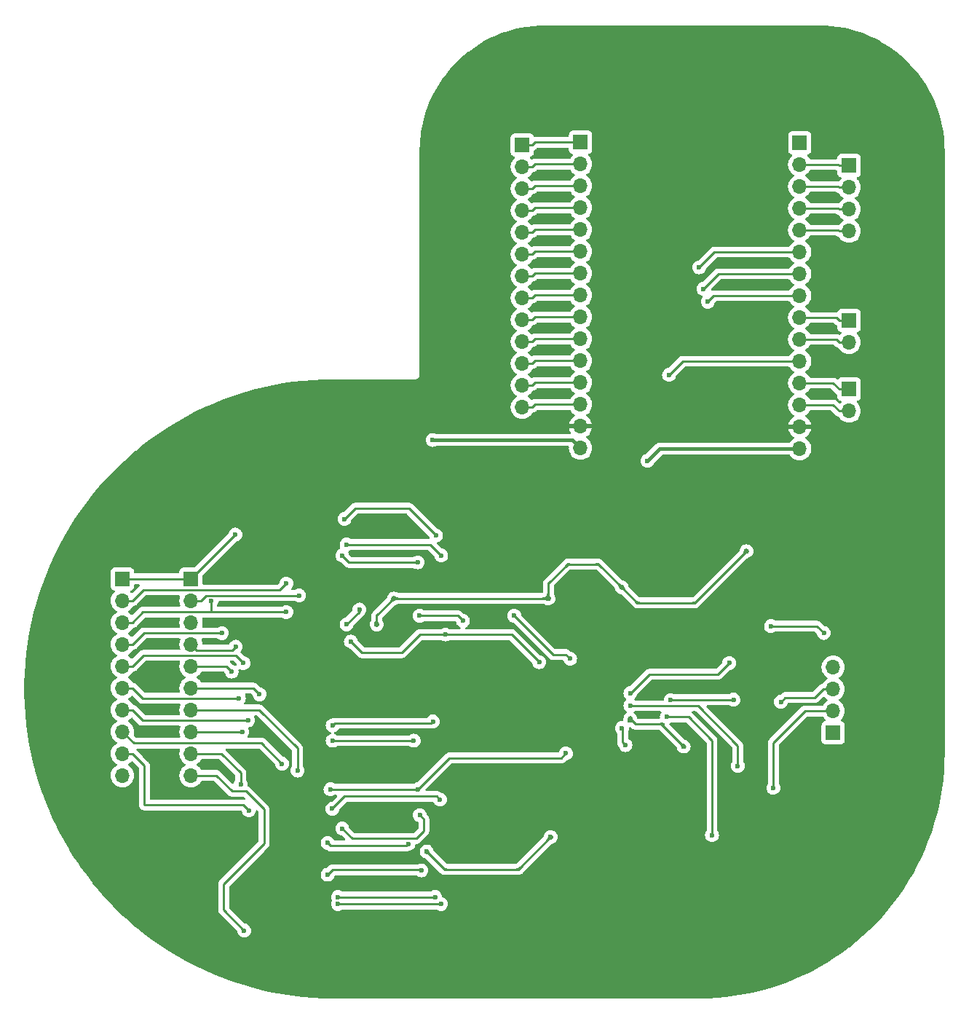
<source format=gbr>
%TF.GenerationSoftware,KiCad,Pcbnew,8.0.5*%
%TF.CreationDate,2025-02-17T01:38:53-08:00*%
%TF.ProjectId,eegw:ads1299,65656777-3a61-4647-9331-3239392e6b69,rev?*%
%TF.SameCoordinates,Original*%
%TF.FileFunction,Copper,L2,Bot*%
%TF.FilePolarity,Positive*%
%FSLAX46Y46*%
G04 Gerber Fmt 4.6, Leading zero omitted, Abs format (unit mm)*
G04 Created by KiCad (PCBNEW 8.0.5) date 2025-02-17 01:38:53*
%MOMM*%
%LPD*%
G01*
G04 APERTURE LIST*
%TA.AperFunction,ComponentPad*%
%ADD10R,1.700000X1.700000*%
%TD*%
%TA.AperFunction,ComponentPad*%
%ADD11O,1.700000X1.700000*%
%TD*%
%TA.AperFunction,ViaPad*%
%ADD12C,0.600000*%
%TD*%
%TA.AperFunction,Conductor*%
%ADD13C,0.254000*%
%TD*%
%TA.AperFunction,Conductor*%
%ADD14C,0.381000*%
%TD*%
G04 APERTURE END LIST*
D10*
%TO.P,J2,1,Pin_1*%
%TO.N,en*%
X142937500Y-59262500D03*
D11*
%TO.P,J2,2,Pin_2*%
%TO.N,vp*%
X142937500Y-61802500D03*
%TO.P,J2,3,Pin_3*%
%TO.N,vn*%
X142937500Y-64342500D03*
%TO.P,J2,4,Pin_4*%
%TO.N,io34*%
X142937500Y-66882500D03*
%TO.P,J2,5,Pin_5*%
%TO.N,io35*%
X142937500Y-69422500D03*
%TO.P,J2,6,Pin_6*%
%TO.N,io32*%
X142937500Y-71962500D03*
%TO.P,J2,7,Pin_7*%
%TO.N,io33*%
X142937500Y-74502500D03*
%TO.P,J2,8,Pin_8*%
%TO.N,io25*%
X142937500Y-77042500D03*
%TO.P,J2,9,Pin_9*%
%TO.N,io26*%
X142937500Y-79582500D03*
%TO.P,J2,10,Pin_10*%
%TO.N,io27*%
X142937500Y-82122500D03*
%TO.P,J2,11,Pin_11*%
%TO.N,io14*%
X142937500Y-84662500D03*
%TO.P,J2,12,Pin_12*%
%TO.N,io12*%
X142937500Y-87202500D03*
%TO.P,J2,13,Pin_13*%
%TO.N,io13*%
X142937500Y-89742500D03*
%TD*%
D10*
%TO.P,J3,1,Pin_1*%
%TO.N,io22*%
X180937500Y-61662500D03*
D11*
%TO.P,J3,2,Pin_2*%
%TO.N,tx0*%
X180937500Y-64202500D03*
%TO.P,J3,3,Pin_3*%
%TO.N,rx0*%
X180937500Y-66742500D03*
%TO.P,J3,4,Pin_4*%
%TO.N,io21*%
X180937500Y-69282500D03*
%TD*%
D10*
%TO.P,J1,1,Pin_1*%
%TO.N,en*%
X149712000Y-58952500D03*
D11*
%TO.P,J1,2,Pin_2*%
%TO.N,vp*%
X149712000Y-61492500D03*
%TO.P,J1,3,Pin_3*%
%TO.N,vn*%
X149712000Y-64032500D03*
%TO.P,J1,4,Pin_4*%
%TO.N,io34*%
X149712000Y-66572500D03*
%TO.P,J1,5,Pin_5*%
%TO.N,io35*%
X149712000Y-69112500D03*
%TO.P,J1,6,Pin_6*%
%TO.N,io32*%
X149712000Y-71652500D03*
%TO.P,J1,7,Pin_7*%
%TO.N,io33*%
X149712000Y-74192500D03*
%TO.P,J1,8,Pin_8*%
%TO.N,io25*%
X149712000Y-76732500D03*
%TO.P,J1,9,Pin_9*%
%TO.N,io26*%
X149712000Y-79272500D03*
%TO.P,J1,10,Pin_10*%
%TO.N,io27*%
X149712000Y-81812500D03*
%TO.P,J1,11,Pin_11*%
%TO.N,io14*%
X149712000Y-84352500D03*
%TO.P,J1,12,Pin_12*%
%TO.N,io12*%
X149712000Y-86892500D03*
%TO.P,J1,13,Pin_13*%
%TO.N,io13*%
X149712000Y-89432500D03*
%TO.P,J1,14,Pin_14*%
%TO.N,GND*%
X149712000Y-91972500D03*
%TO.P,J1,15,Pin_15*%
%TO.N,+5V*%
X149712000Y-94512500D03*
%TD*%
D10*
%TO.P,J7,1,Pin_1*%
%TO.N,BIAS*%
X96437500Y-109712500D03*
D11*
%TO.P,J7,2,Pin_2*%
%TO.N,8n*%
X96437500Y-112252500D03*
%TO.P,J7,3,Pin_3*%
%TO.N,7n*%
X96437500Y-114792500D03*
%TO.P,J7,4,Pin_4*%
%TO.N,6n*%
X96437500Y-117332500D03*
%TO.P,J7,5,Pin_5*%
%TO.N,5n*%
X96437500Y-119872500D03*
%TO.P,J7,6,Pin_6*%
%TO.N,4n*%
X96437500Y-122412500D03*
%TO.P,J7,7,Pin_7*%
%TO.N,3n*%
X96437500Y-124952500D03*
%TO.P,J7,8,Pin_8*%
%TO.N,2n*%
X96437500Y-127492500D03*
%TO.P,J7,9,Pin_9*%
%TO.N,1n*%
X96437500Y-130032500D03*
%TO.P,J7,10,Pin_10*%
%TO.N,SRB2*%
X96437500Y-132572500D03*
%TD*%
D10*
%TO.P,J4,1,Pin_1*%
%TO.N,MOSI*%
X175200000Y-59012500D03*
D11*
%TO.P,J4,2,Pin_2*%
%TO.N,io22*%
X175200000Y-61552500D03*
%TO.P,J4,3,Pin_3*%
%TO.N,tx0*%
X175200000Y-64092500D03*
%TO.P,J4,4,Pin_4*%
%TO.N,rx0*%
X175200000Y-66632500D03*
%TO.P,J4,5,Pin_5*%
%TO.N,io21*%
X175200000Y-69172500D03*
%TO.P,J4,6,Pin_6*%
%TO.N,MISO*%
X175200000Y-71712500D03*
%TO.P,J4,7,Pin_7*%
%TO.N,SCLK*%
X175200000Y-74252500D03*
%TO.P,J4,8,Pin_8*%
%TO.N,CS*%
X175200000Y-76792500D03*
%TO.P,J4,9,Pin_9*%
%TO.N,tx2*%
X175200000Y-79332500D03*
%TO.P,J4,10,Pin_10*%
%TO.N,rx2*%
X175200000Y-81872500D03*
%TO.P,J4,11,Pin_11*%
%TO.N,DRDY*%
X175200000Y-84412500D03*
%TO.P,J4,12,Pin_12*%
%TO.N,io2*%
X175200000Y-86952500D03*
%TO.P,J4,13,Pin_13*%
%TO.N,io15*%
X175200000Y-89492500D03*
%TO.P,J4,14,Pin_14*%
%TO.N,GND*%
X175200000Y-92032500D03*
%TO.P,J4,15,Pin_15*%
%TO.N,+3V3*%
X175200000Y-94572500D03*
%TD*%
D10*
%TO.P,J9,1,Pin_1*%
%TO.N,gpio1ADS*%
X179087500Y-127612500D03*
D11*
%TO.P,J9,2,Pin_2*%
%TO.N,gpio2ADS*%
X179087500Y-125072500D03*
%TO.P,J9,3,Pin_3*%
%TO.N,gpio3ADS*%
X179087500Y-122532500D03*
%TO.P,J9,4,Pin_4*%
%TO.N,gpio4ADS*%
X179087500Y-119992500D03*
%TD*%
D10*
%TO.P,J5,1,Pin_1*%
%TO.N,io2*%
X180937500Y-87662500D03*
D11*
%TO.P,J5,2,Pin_2*%
%TO.N,io15*%
X180937500Y-90202500D03*
%TD*%
D10*
%TO.P,J8,1,Pin_1*%
%TO.N,BIAS*%
X104412500Y-109712500D03*
D11*
%TO.P,J8,2,Pin_2*%
%TO.N,8p*%
X104412500Y-112252500D03*
%TO.P,J8,3,Pin_3*%
%TO.N,7p*%
X104412500Y-114792500D03*
%TO.P,J8,4,Pin_4*%
%TO.N,6p*%
X104412500Y-117332500D03*
%TO.P,J8,5,Pin_5*%
%TO.N,5p*%
X104412500Y-119872500D03*
%TO.P,J8,6,Pin_6*%
%TO.N,4p*%
X104412500Y-122412500D03*
%TO.P,J8,7,Pin_7*%
%TO.N,3p*%
X104412500Y-124952500D03*
%TO.P,J8,8,Pin_8*%
%TO.N,2p*%
X104412500Y-127492500D03*
%TO.P,J8,9,Pin_9*%
%TO.N,1p*%
X104412500Y-130032500D03*
%TO.P,J8,10,Pin_10*%
%TO.N,SRB1*%
X104412500Y-132572500D03*
%TD*%
D10*
%TO.P,J6,1,Pin_1*%
%TO.N,tx2*%
X180937500Y-79662500D03*
D11*
%TO.P,J6,2,Pin_2*%
%TO.N,rx2*%
X180937500Y-82202500D03*
%TD*%
D12*
%TO.N,GND*%
X160400000Y-106200000D03*
%TO.N,in1p*%
X121500000Y-146710100D03*
X132789900Y-146710100D03*
%TO.N,BIAS_DRV*%
X132906100Y-104662500D03*
X122248850Y-102748850D03*
%TO.N,in2p*%
X129700000Y-140521900D03*
X120300000Y-140400000D03*
%TO.N,in3p*%
X133369600Y-135369600D03*
X120839800Y-136437600D03*
%TO.N,_SRB2*%
X133486700Y-147513300D03*
X121500000Y-147513300D03*
%TO.N,8n*%
X115500000Y-110250000D03*
%TO.N,in4p*%
X120873400Y-128521900D03*
X130326900Y-128521900D03*
%TO.N,5n*%
X110500000Y-119500000D03*
%TO.N,3n*%
X111036000Y-126151800D03*
%TO.N,BIAS*%
X109562500Y-104562500D03*
%TO.N,6n*%
X108000000Y-116025000D03*
%TO.N,1n*%
X111136000Y-136636000D03*
%TO.N,in7p*%
X124000000Y-113282300D03*
X122500000Y-115000000D03*
%TO.N,4n*%
X109970600Y-123595900D03*
%TO.N,2n*%
X115000000Y-131200000D03*
%TO.N,in8p*%
X122000000Y-107000000D03*
X130781800Y-107791700D03*
%TO.N,MISO*%
X163500000Y-73500000D03*
%TO.N,DRDY*%
X160000000Y-86000000D03*
%TO.N,CS*%
X164500000Y-77500000D03*
%TO.N,7n*%
X115500000Y-113571400D03*
X106788200Y-112272300D03*
%TO.N,4p*%
X112371800Y-123139400D03*
%TO.N,8p*%
X116982700Y-111645300D03*
%TO.N,6p*%
X109600000Y-117600000D03*
%TO.N,5p*%
X109136000Y-120500000D03*
%TO.N,3p*%
X116800000Y-132000000D03*
%TO.N,1p*%
X110198400Y-133600000D03*
%TO.N,2p*%
X110358500Y-127492500D03*
%TO.N,SRB1*%
X110600000Y-150600000D03*
%TO.N,GNDD*%
X161700000Y-129200000D03*
X155500000Y-126000000D03*
%TO.N,+5V*%
X132500000Y-93562500D03*
%TO.N,Net-(U6-BIAS_IN)*%
X142000000Y-114000000D03*
X148500000Y-119000000D03*
%TO.N,+3V3*%
X157500000Y-96000000D03*
X154930250Y-129039500D03*
X154535350Y-127064650D03*
%TO.N,gpio2ADS*%
X172140000Y-134000000D03*
%TO.N,SCLK*%
X164000000Y-76000000D03*
%TO.N,gpio4ADS*%
X171862600Y-115212500D03*
X178000000Y-116000000D03*
%TO.N,gpio3ADS*%
X173000000Y-124000000D03*
%TO.N,pin4*%
X167000000Y-119500000D03*
X155500000Y-123000000D03*
%TO.N,pin3*%
X167500000Y-123765800D03*
X160200000Y-123800000D03*
%TO.N,pin2*%
X168000000Y-131457300D03*
X155500000Y-124464800D03*
%TO.N,pin1*%
X165000000Y-139500000D03*
X159750000Y-125750000D03*
%TO.N,in1n*%
X120300000Y-144100000D03*
X131200000Y-143600000D03*
%TO.N,in2n*%
X131014600Y-137178500D03*
X122000000Y-138735500D03*
%TO.N,in3n*%
X120633800Y-134178800D03*
X130808600Y-134178800D03*
X148000000Y-130000000D03*
%TO.N,in4n*%
X120872000Y-126746500D03*
X132529300Y-126291500D03*
%TO.N,in7n*%
X131000000Y-114000000D03*
X136038270Y-114595382D03*
%TO.N,in8n*%
X133500000Y-107000000D03*
X122500000Y-105722500D03*
%TO.N,in6n*%
X134000000Y-116180100D03*
X144900000Y-119400000D03*
X123000000Y-117000000D03*
%TO.N,GNDA*%
X131811700Y-141399400D03*
X126000000Y-115000000D03*
X128000000Y-112000000D03*
X154500000Y-110685100D03*
X169000000Y-106500000D03*
X145979800Y-112000000D03*
X146233100Y-139733100D03*
%TD*%
D13*
%TO.N,in1p*%
X132789900Y-146710100D02*
X121500000Y-146710100D01*
%TO.N,BIAS_DRV*%
X122248850Y-102748850D02*
X123497700Y-101500000D01*
X123497700Y-101500000D02*
X129743600Y-101500000D01*
X129743600Y-101500000D02*
X132906100Y-104662500D01*
%TO.N,in2p*%
X120300000Y-140400000D02*
X120651700Y-140751700D01*
X129470200Y-140751700D02*
X129700000Y-140521900D01*
X120651700Y-140751700D02*
X129470200Y-140751700D01*
%TO.N,in3p*%
X133369600Y-135369600D02*
X133000000Y-135000000D01*
X122277400Y-135000000D02*
X120839800Y-136437600D01*
X133000000Y-135000000D02*
X122277400Y-135000000D01*
%TO.N,_SRB2*%
X133486700Y-147513300D02*
X121500000Y-147513300D01*
%TO.N,8n*%
X97589200Y-112252500D02*
X96437500Y-112252500D01*
X98840700Y-111001000D02*
X97589200Y-112252500D01*
X114749000Y-111001000D02*
X98840700Y-111001000D01*
X115500000Y-110250000D02*
X114749000Y-111001000D01*
%TO.N,in4p*%
X130326900Y-128521900D02*
X120873400Y-128521900D01*
%TO.N,5n*%
X109602500Y-118602500D02*
X98859200Y-118602500D01*
X97589200Y-119872500D02*
X96437500Y-119872500D01*
X110500000Y-119500000D02*
X109602500Y-118602500D01*
X98859200Y-118602500D02*
X97589200Y-119872500D01*
%TO.N,3n*%
X98788500Y-126151800D02*
X111036000Y-126151800D01*
X97589200Y-124952500D02*
X98788500Y-126151800D01*
X96437500Y-124952500D02*
X97589200Y-124952500D01*
%TO.N,BIAS*%
X109562500Y-104562500D02*
X104412500Y-109712500D01*
X96437500Y-109712500D02*
X104412500Y-109712500D01*
%TO.N,6n*%
X107975000Y-116000000D02*
X98921700Y-116000000D01*
X98921700Y-116000000D02*
X97589200Y-117332500D01*
X108000000Y-116025000D02*
X107975000Y-116000000D01*
X97589200Y-117332500D02*
X96437500Y-117332500D01*
%TO.N,1n*%
X99000000Y-131443300D02*
X97589200Y-130032500D01*
X110500000Y-136000000D02*
X99000000Y-136000000D01*
X111136000Y-136636000D02*
X110500000Y-136000000D01*
X97589200Y-130032500D02*
X96437500Y-130032500D01*
X99000000Y-136000000D02*
X99000000Y-131443300D01*
%TO.N,in7p*%
X124000000Y-113500000D02*
X124000000Y-113282300D01*
X122500000Y-115000000D02*
X124000000Y-113500000D01*
%TO.N,4n*%
X97589200Y-122412500D02*
X96437500Y-122412500D01*
X98772600Y-123595900D02*
X97589200Y-122412500D01*
X109970600Y-123595900D02*
X98772600Y-123595900D01*
%TO.N,2n*%
X97745000Y-128800000D02*
X96437500Y-127492500D01*
X112600000Y-128800000D02*
X97745000Y-128800000D01*
X115000000Y-131200000D02*
X112600000Y-128800000D01*
%TO.N,in8p*%
X130781800Y-107791700D02*
X122791700Y-107791700D01*
X122791700Y-107791700D02*
X122000000Y-107000000D01*
%TO.N,en*%
X149712000Y-58952500D02*
X144399200Y-58952500D01*
X144399200Y-58952500D02*
X144089200Y-59262500D01*
X142937500Y-59262500D02*
X144089200Y-59262500D01*
%TO.N,vn*%
X149712000Y-64032500D02*
X144399200Y-64032500D01*
X144399200Y-64032500D02*
X144089200Y-64342500D01*
X142937500Y-64342500D02*
X144089200Y-64342500D01*
%TO.N,vp*%
X149712000Y-61492500D02*
X144399200Y-61492500D01*
X144399200Y-61492500D02*
X144089200Y-61802500D01*
X142937500Y-61802500D02*
X144089200Y-61802500D01*
%TO.N,io33*%
X144399200Y-74192500D02*
X144089200Y-74502500D01*
X142937500Y-74502500D02*
X144089200Y-74502500D01*
X149712000Y-74192500D02*
X144399200Y-74192500D01*
%TO.N,io32*%
X144399200Y-71652500D02*
X144089200Y-71962500D01*
X142937500Y-71962500D02*
X144089200Y-71962500D01*
X149712000Y-71652500D02*
X144399200Y-71652500D01*
%TO.N,io35*%
X144399200Y-69112500D02*
X144089200Y-69422500D01*
X149712000Y-69112500D02*
X144399200Y-69112500D01*
X142937500Y-69422500D02*
X144089200Y-69422500D01*
%TO.N,io34*%
X144399200Y-66572500D02*
X144089200Y-66882500D01*
X142937500Y-66882500D02*
X144089200Y-66882500D01*
X149712000Y-66572500D02*
X144399200Y-66572500D01*
%TO.N,io14*%
X144399200Y-84352500D02*
X144089200Y-84662500D01*
X149712000Y-84352500D02*
X144399200Y-84352500D01*
X142937500Y-84662500D02*
X144089200Y-84662500D01*
%TO.N,io12*%
X142937500Y-87202500D02*
X144089200Y-87202500D01*
X144399200Y-86892500D02*
X144089200Y-87202500D01*
X149712000Y-86892500D02*
X144399200Y-86892500D01*
%TO.N,io26*%
X142937500Y-79582500D02*
X144089200Y-79582500D01*
X144399200Y-79272500D02*
X144089200Y-79582500D01*
X149712000Y-79272500D02*
X144399200Y-79272500D01*
%TO.N,io13*%
X142937500Y-89742500D02*
X144089200Y-89742500D01*
X144399200Y-89432500D02*
X144089200Y-89742500D01*
X149712000Y-89432500D02*
X144399200Y-89432500D01*
%TO.N,io27*%
X144399200Y-81812500D02*
X144089200Y-82122500D01*
X142937500Y-82122500D02*
X144089200Y-82122500D01*
X149712000Y-81812500D02*
X144399200Y-81812500D01*
%TO.N,io25*%
X144399200Y-76732500D02*
X144089200Y-77042500D01*
X142937500Y-77042500D02*
X144089200Y-77042500D01*
X149712000Y-76732500D02*
X144399200Y-76732500D01*
%TO.N,io22*%
X179675800Y-61552500D02*
X179785800Y-61662500D01*
X180937500Y-61662500D02*
X179785800Y-61662500D01*
X174687000Y-61552500D02*
X179675800Y-61552500D01*
%TO.N,tx0*%
X174687000Y-64092500D02*
X179675800Y-64092500D01*
X179675800Y-64092500D02*
X179785800Y-64202500D01*
X180937500Y-64202500D02*
X179785800Y-64202500D01*
%TO.N,io2*%
X179075800Y-86952500D02*
X179785800Y-87662500D01*
X174687000Y-86952500D02*
X179075800Y-86952500D01*
X180937500Y-87662500D02*
X179785800Y-87662500D01*
%TO.N,rx2*%
X179785800Y-82202500D02*
X180937500Y-82202500D01*
X179455800Y-81872500D02*
X179785800Y-82202500D01*
X174687000Y-81872500D02*
X179455800Y-81872500D01*
%TO.N,MISO*%
X165287500Y-71712500D02*
X174687000Y-71712500D01*
X163500000Y-73500000D02*
X165287500Y-71712500D01*
%TO.N,rx0*%
X180937500Y-66742500D02*
X179785800Y-66742500D01*
X174687000Y-66632500D02*
X179675800Y-66632500D01*
X179675800Y-66632500D02*
X179785800Y-66742500D01*
%TO.N,DRDY*%
X161587500Y-84412500D02*
X160000000Y-86000000D01*
X175200000Y-84412500D02*
X161587500Y-84412500D01*
%TO.N,io21*%
X179675800Y-69172500D02*
X179785800Y-69282500D01*
X180937500Y-69282500D02*
X179785800Y-69282500D01*
X174687000Y-69172500D02*
X179675800Y-69172500D01*
%TO.N,CS*%
X164500000Y-77500000D02*
X165207500Y-76792500D01*
X165207500Y-76792500D02*
X175200000Y-76792500D01*
%TO.N,tx2*%
X179455800Y-79332500D02*
X179785800Y-79662500D01*
X174687000Y-79332500D02*
X179455800Y-79332500D01*
X180937500Y-79662500D02*
X179785800Y-79662500D01*
%TO.N,io15*%
X179075800Y-89492500D02*
X179785800Y-90202500D01*
X179785800Y-90202500D02*
X180937500Y-90202500D01*
X174687000Y-89492500D02*
X179075800Y-89492500D01*
%TO.N,7n*%
X115500000Y-113571400D02*
X106788200Y-113571400D01*
X96437500Y-114792500D02*
X97589200Y-114792500D01*
X98810300Y-113571400D02*
X97589200Y-114792500D01*
X106788200Y-113571400D02*
X106788200Y-112272300D01*
X106788200Y-113571400D02*
X98810300Y-113571400D01*
%TO.N,4p*%
X104412500Y-122412500D02*
X111644900Y-122412500D01*
X111644900Y-122412500D02*
X112371800Y-123139400D01*
%TO.N,8p*%
X106171400Y-111645300D02*
X116982700Y-111645300D01*
X104412500Y-112252500D02*
X105564200Y-112252500D01*
X105564200Y-112252500D02*
X106171400Y-111645300D01*
%TO.N,6p*%
X109600000Y-117600000D02*
X109200000Y-118000000D01*
X109200000Y-118000000D02*
X105080000Y-118000000D01*
X105080000Y-118000000D02*
X104412500Y-117332500D01*
%TO.N,5p*%
X108508500Y-119872500D02*
X109136000Y-120500000D01*
X104412500Y-119872500D02*
X108508500Y-119872500D01*
%TO.N,3p*%
X116800000Y-129400000D02*
X112352500Y-124952500D01*
X112352500Y-124952500D02*
X104412500Y-124952500D01*
X116800000Y-132000000D02*
X116800000Y-129400000D01*
%TO.N,1p*%
X110198400Y-133600000D02*
X110198400Y-132281800D01*
X110198400Y-132281800D02*
X107949100Y-130032500D01*
X107949100Y-130032500D02*
X104412500Y-130032500D01*
%TO.N,2p*%
X104412500Y-127492500D02*
X110358500Y-127492500D01*
%TO.N,SRB1*%
X110600000Y-150600000D02*
X108200000Y-148200000D01*
X107372500Y-132572500D02*
X104412500Y-132572500D01*
X108200000Y-148200000D02*
X108200000Y-145200000D01*
X108200000Y-145200000D02*
X112900000Y-140500000D01*
X112900000Y-140500000D02*
X112900000Y-136500000D01*
X109200000Y-134400000D02*
X107372500Y-132572500D01*
X110800000Y-134400000D02*
X109200000Y-134400000D01*
X112900000Y-136500000D02*
X110800000Y-134400000D01*
%TO.N,GNDD*%
X159096800Y-126596800D02*
X156096800Y-126596800D01*
X156096800Y-126596800D02*
X155500000Y-126000000D01*
X161700000Y-129200000D02*
X159096800Y-126596800D01*
%TO.N,GND*%
X150923700Y-92032500D02*
X150863700Y-91972500D01*
X150863700Y-91972500D02*
X149712000Y-91972500D01*
X175200000Y-92032500D02*
X150923700Y-92032500D01*
D14*
%TO.N,+5V*%
X132500000Y-93562500D02*
X148762000Y-93562500D01*
X148762000Y-93562500D02*
X149712000Y-94512500D01*
D13*
%TO.N,Net-(U6-BIAS_IN)*%
X146500000Y-118500000D02*
X148000000Y-118500000D01*
X148000000Y-118500000D02*
X148500000Y-119000000D01*
X142000000Y-114000000D02*
X146500000Y-118500000D01*
%TO.N,+3V3*%
X154600000Y-127129300D02*
X154535350Y-127064650D01*
D14*
X175200000Y-94572500D02*
X158927500Y-94572500D01*
D13*
X154600000Y-128709250D02*
X154600000Y-127129300D01*
X154930250Y-129039500D02*
X154600000Y-128709250D01*
D14*
X158927500Y-94572500D02*
X157500000Y-96000000D01*
D13*
%TO.N,gpio2ADS*%
X175827500Y-125072500D02*
X179087500Y-125072500D01*
X172140000Y-128760000D02*
X175827500Y-125072500D01*
X172140000Y-134000000D02*
X172140000Y-128760000D01*
%TO.N,SCLK*%
X164000000Y-76000000D02*
X165747500Y-74252500D01*
X165747500Y-74252500D02*
X174687000Y-74252500D01*
%TO.N,gpio4ADS*%
X177212500Y-115212500D02*
X171862600Y-115212500D01*
X178000000Y-116000000D02*
X177212500Y-115212500D01*
%TO.N,gpio3ADS*%
X176968300Y-123500000D02*
X177935800Y-122532500D01*
X173500000Y-123500000D02*
X176968300Y-123500000D01*
X177935800Y-122532500D02*
X179087500Y-122532500D01*
X173000000Y-124000000D02*
X173500000Y-123500000D01*
%TO.N,pin4*%
X165700000Y-120800000D02*
X167000000Y-119500000D01*
X155500000Y-123000000D02*
X157700000Y-120800000D01*
X157700000Y-120800000D02*
X165700000Y-120800000D01*
%TO.N,pin3*%
X160200000Y-123800000D02*
X160234200Y-123765800D01*
X160234200Y-123765800D02*
X167500000Y-123765800D01*
%TO.N,pin2*%
X155500000Y-124464800D02*
X163364800Y-124464800D01*
X163364800Y-124464800D02*
X168000000Y-129100000D01*
X168000000Y-129100000D02*
X168000000Y-131457300D01*
%TO.N,pin1*%
X165000000Y-128500000D02*
X162250000Y-125750000D01*
X165000000Y-139500000D02*
X165000000Y-128500000D01*
X162250000Y-125750000D02*
X159750000Y-125750000D01*
%TO.N,in1n*%
X120871200Y-143528800D02*
X120300000Y-144100000D01*
X131200000Y-143600000D02*
X131128800Y-143528800D01*
X131128800Y-143528800D02*
X120871200Y-143528800D01*
%TO.N,in2n*%
X131500000Y-139000000D02*
X131500000Y-137663900D01*
X122000000Y-138735500D02*
X123159400Y-139894900D01*
X130605100Y-139894900D02*
X131500000Y-139000000D01*
X131500000Y-137663900D02*
X131014600Y-137178500D01*
X123159400Y-139894900D02*
X130605100Y-139894900D01*
%TO.N,in3n*%
X130808600Y-134178800D02*
X120633800Y-134178800D01*
X134470600Y-130516800D02*
X130808600Y-134178800D01*
X148000000Y-130000000D02*
X147483200Y-130516800D01*
X147483200Y-130516800D02*
X134470600Y-130516800D01*
%TO.N,in4n*%
X121118500Y-126500000D02*
X120872000Y-126746500D01*
X132320800Y-126500000D02*
X121118500Y-126500000D01*
X132529300Y-126291500D02*
X132320800Y-126500000D01*
%TO.N,in7n*%
X136038270Y-114595382D02*
X135442888Y-114000000D01*
X135442888Y-114000000D02*
X131000000Y-114000000D01*
%TO.N,in8n*%
X132222500Y-105722500D02*
X133500000Y-107000000D01*
X122500000Y-105722500D02*
X132222500Y-105722500D01*
%TO.N,in6n*%
X128906400Y-118303100D02*
X124303100Y-118303100D01*
X131029400Y-116180100D02*
X128906400Y-118303100D01*
X141680100Y-116180100D02*
X134000000Y-116180100D01*
X124303100Y-118303100D02*
X123000000Y-117000000D01*
X144900000Y-119400000D02*
X141680100Y-116180100D01*
X134000000Y-116180100D02*
X131029400Y-116180100D01*
%TO.N,GNDA*%
X131811700Y-141399400D02*
X133912300Y-143500000D01*
X145979800Y-112000000D02*
X145979800Y-110220200D01*
X156314900Y-112500000D02*
X154500000Y-110685100D01*
X145979800Y-112000000D02*
X128000000Y-112000000D01*
X163000000Y-112500000D02*
X156314900Y-112500000D01*
X169000000Y-106500000D02*
X163000000Y-112500000D01*
X145979800Y-110220200D02*
X148200000Y-108000000D01*
X151814900Y-108000000D02*
X154500000Y-110685100D01*
X133912300Y-143500000D02*
X142466200Y-143500000D01*
X148200000Y-108000000D02*
X151814900Y-108000000D01*
X126000000Y-114000000D02*
X128000000Y-112000000D01*
X142466200Y-143500000D02*
X146233100Y-139733100D01*
X126000000Y-115000000D02*
X126000000Y-114000000D01*
%TD*%
%TA.AperFunction,Conductor*%
%TO.N,GNDD*%
G36*
X161413417Y-128741569D02*
G01*
X161422210Y-128748804D01*
X161422792Y-128749330D01*
X161422803Y-128749340D01*
X161426114Y-128752329D01*
X161432184Y-128757811D01*
X161448710Y-128771984D01*
X161451752Y-128774593D01*
X161575114Y-128848642D01*
X161639138Y-128875546D01*
X161639506Y-128875702D01*
X161639525Y-128875708D01*
X161639528Y-128875710D01*
X161639535Y-128875713D01*
X161740076Y-128901922D01*
X161749745Y-128904868D01*
X161815619Y-128927918D01*
X161840632Y-128939964D01*
X161865050Y-128955306D01*
X161865055Y-128955310D01*
X161873267Y-128960470D01*
X161894977Y-128977783D01*
X161922217Y-129005023D01*
X161939529Y-129026732D01*
X161960032Y-129059362D01*
X161972081Y-129084380D01*
X161984809Y-129120755D01*
X161990987Y-129147827D01*
X161995301Y-129186118D01*
X161995301Y-129213883D01*
X161990987Y-129252172D01*
X161984809Y-129279241D01*
X161972082Y-129315615D01*
X161960033Y-129340636D01*
X161939529Y-129373267D01*
X161922217Y-129394975D01*
X161894975Y-129422217D01*
X161873266Y-129439529D01*
X161840636Y-129460032D01*
X161815618Y-129472081D01*
X161779243Y-129484809D01*
X161752172Y-129490987D01*
X161713882Y-129495301D01*
X161686116Y-129495301D01*
X161647826Y-129490987D01*
X161620755Y-129484809D01*
X161584377Y-129472080D01*
X161559364Y-129460034D01*
X161528932Y-129440912D01*
X161528923Y-129440907D01*
X161526724Y-129439525D01*
X161505024Y-129422218D01*
X161477783Y-129394977D01*
X161460471Y-129373269D01*
X161439966Y-129340636D01*
X161427917Y-129315616D01*
X161414114Y-129276168D01*
X161408945Y-129254751D01*
X161408725Y-129254788D01*
X161407295Y-129246107D01*
X161406413Y-129240751D01*
X161401579Y-129215436D01*
X161351297Y-129080627D01*
X161317812Y-129019304D01*
X161239839Y-128915145D01*
X161215423Y-128849682D01*
X161230275Y-128781409D01*
X161279680Y-128732004D01*
X161347953Y-128717152D01*
X161413417Y-128741569D01*
G37*
%TD.AperFunction*%
%TA.AperFunction,Conductor*%
G36*
X159269864Y-126393719D02*
G01*
X159310524Y-126419267D01*
X159400476Y-126475788D01*
X159400475Y-126475788D01*
X159400478Y-126475789D01*
X159444644Y-126491243D01*
X159501420Y-126531965D01*
X159527168Y-126596917D01*
X159527374Y-126599438D01*
X159536162Y-126722305D01*
X159583931Y-126850378D01*
X159586444Y-126857114D01*
X159608831Y-126898113D01*
X159619927Y-126918434D01*
X159694630Y-127018225D01*
X159719047Y-127083690D01*
X159704195Y-127151963D01*
X159654790Y-127201368D01*
X159586517Y-127216220D01*
X159521053Y-127191803D01*
X159507682Y-127180217D01*
X159230657Y-126903192D01*
X159230642Y-126903177D01*
X159230618Y-126903155D01*
X159190400Y-126867028D01*
X159190388Y-126867018D01*
X159169737Y-126850376D01*
X159125855Y-126818733D01*
X158994981Y-126758963D01*
X158927936Y-126739276D01*
X158878875Y-126732222D01*
X158804560Y-126721537D01*
X158741006Y-126692513D01*
X158703231Y-126633735D01*
X158703231Y-126563866D01*
X158741005Y-126505087D01*
X158804561Y-126476062D01*
X158822208Y-126474800D01*
X158830389Y-126474800D01*
X158830390Y-126474799D01*
X158965365Y-126456446D01*
X159029181Y-126438764D01*
X159154357Y-126385035D01*
X159154357Y-126385034D01*
X159154983Y-126384766D01*
X159224351Y-126376412D01*
X159269864Y-126393719D01*
G37*
%TD.AperFunction*%
%TA.AperFunction,Conductor*%
G36*
X155545538Y-125660290D02*
G01*
X155583046Y-125682156D01*
X155681131Y-125765411D01*
X155684508Y-125768277D01*
X155684361Y-125768449D01*
X155693368Y-125776174D01*
X155722218Y-125805024D01*
X155739527Y-125826727D01*
X155753487Y-125848944D01*
X155760033Y-125859362D01*
X155772081Y-125884381D01*
X155789731Y-125934824D01*
X155794427Y-125952202D01*
X155802551Y-125994155D01*
X155802554Y-125994168D01*
X155802556Y-125994175D01*
X155812982Y-126031800D01*
X155826701Y-126069459D01*
X155840305Y-126106802D01*
X155840309Y-126106809D01*
X155918089Y-126227837D01*
X155918098Y-126227848D01*
X155963842Y-126280640D01*
X155963845Y-126280643D01*
X155963849Y-126280647D01*
X156072583Y-126374867D01*
X156072586Y-126374868D01*
X156072587Y-126374869D01*
X156189844Y-126428420D01*
X156203460Y-126434638D01*
X156270499Y-126454323D01*
X156270503Y-126454324D01*
X156393877Y-126472062D01*
X156457432Y-126501087D01*
X156495207Y-126559865D01*
X156495207Y-126629734D01*
X156457433Y-126688513D01*
X156393877Y-126717538D01*
X156376230Y-126718800D01*
X156097627Y-126718800D01*
X156030588Y-126699115D01*
X156009946Y-126682481D01*
X155906231Y-126578766D01*
X155871958Y-126547502D01*
X155867036Y-126543410D01*
X155854470Y-126532963D01*
X155817471Y-126504971D01*
X155817469Y-126504970D01*
X155817468Y-126504969D01*
X155688491Y-126441231D01*
X155688485Y-126441228D01*
X155688482Y-126441227D01*
X155682011Y-126439110D01*
X155622029Y-126419486D01*
X155621123Y-126419335D01*
X155480350Y-126394680D01*
X155333233Y-126411260D01*
X155264411Y-126399207D01*
X155213031Y-126351859D01*
X155195405Y-126284249D01*
X155197206Y-126266653D01*
X155206556Y-126213275D01*
X155210959Y-126069463D01*
X155204696Y-126013880D01*
X155204696Y-125986115D01*
X155206294Y-125971936D01*
X155209011Y-125947822D01*
X155215186Y-125920761D01*
X155227919Y-125884373D01*
X155239966Y-125859361D01*
X155260469Y-125826731D01*
X155277777Y-125805026D01*
X155306695Y-125776108D01*
X155320555Y-125764160D01*
X155380956Y-125719424D01*
X155409520Y-125694673D01*
X155414672Y-125689467D01*
X155475821Y-125655666D01*
X155545538Y-125660290D01*
G37*
%TD.AperFunction*%
%TD*%
%TA.AperFunction,Conductor*%
%TO.N,GNDA*%
G36*
X133803190Y-143219804D02*
G01*
X133821566Y-143232082D01*
X133839361Y-143246422D01*
X133883245Y-143278067D01*
X134014122Y-143337838D01*
X134081161Y-143357523D01*
X134081165Y-143357524D01*
X134204539Y-143375262D01*
X134268094Y-143404287D01*
X134305869Y-143463065D01*
X134305869Y-143532934D01*
X134268095Y-143591713D01*
X134204539Y-143620738D01*
X134186892Y-143622000D01*
X133913127Y-143622000D01*
X133846088Y-143602315D01*
X133825446Y-143585681D01*
X133656082Y-143416317D01*
X133622597Y-143354994D01*
X133627581Y-143285302D01*
X133669453Y-143229369D01*
X133734917Y-143204952D01*
X133803190Y-143219804D01*
G37*
%TD.AperFunction*%
%TA.AperFunction,Conductor*%
G36*
X142718380Y-143195586D02*
G01*
X142767785Y-143244991D01*
X142782637Y-143313264D01*
X142758220Y-143378728D01*
X142746635Y-143392098D01*
X142596168Y-143542566D01*
X142553053Y-143585681D01*
X142491730Y-143619166D01*
X142465372Y-143622000D01*
X142225865Y-143622000D01*
X142158826Y-143602315D01*
X142113071Y-143549511D01*
X142103127Y-143480353D01*
X142132152Y-143416797D01*
X142190930Y-143379023D01*
X142212609Y-143374711D01*
X142223252Y-143373566D01*
X142235317Y-143372269D01*
X142235327Y-143372267D01*
X142235330Y-143372267D01*
X142244929Y-143370711D01*
X142288729Y-143363614D01*
X142423538Y-143313332D01*
X142484861Y-143279847D01*
X142584644Y-143205149D01*
X142650107Y-143180734D01*
X142718380Y-143195586D01*
G37*
%TD.AperFunction*%
%TA.AperFunction,Conductor*%
G36*
X131863873Y-141108410D02*
G01*
X131890939Y-141114588D01*
X131927323Y-141127319D01*
X131952336Y-141139364D01*
X131984964Y-141159866D01*
X132006672Y-141177178D01*
X132033917Y-141204423D01*
X132051230Y-141226132D01*
X132071732Y-141258761D01*
X132083779Y-141283778D01*
X132097582Y-141323224D01*
X132102779Y-141344687D01*
X132102980Y-141344654D01*
X132105294Y-141358703D01*
X132110118Y-141383959D01*
X132110121Y-141383971D01*
X132160396Y-141518760D01*
X132160398Y-141518765D01*
X132160401Y-141518771D01*
X132193886Y-141580094D01*
X132262299Y-141671483D01*
X132271854Y-141684246D01*
X132296271Y-141749711D01*
X132281419Y-141817984D01*
X132232014Y-141867389D01*
X132163741Y-141882241D01*
X132098277Y-141857824D01*
X132089488Y-141850592D01*
X132079536Y-141841606D01*
X132059930Y-141824792D01*
X132059928Y-141824790D01*
X131936565Y-141750746D01*
X131936562Y-141750744D01*
X131872149Y-141723679D01*
X131771599Y-141697469D01*
X131761923Y-141694521D01*
X131696078Y-141671480D01*
X131671064Y-141659434D01*
X131638431Y-141638929D01*
X131616723Y-141621617D01*
X131589481Y-141594375D01*
X131572169Y-141572666D01*
X131551666Y-141540036D01*
X131539618Y-141515019D01*
X131526890Y-141478645D01*
X131520711Y-141451575D01*
X131516396Y-141413270D01*
X131516397Y-141385511D01*
X131516572Y-141383959D01*
X131520710Y-141347225D01*
X131526886Y-141320161D01*
X131539619Y-141283773D01*
X131551666Y-141258761D01*
X131572169Y-141226131D01*
X131589477Y-141204426D01*
X131616726Y-141177177D01*
X131638431Y-141159869D01*
X131671061Y-141139366D01*
X131696073Y-141127319D01*
X131732461Y-141114586D01*
X131759522Y-141108410D01*
X131797818Y-141104096D01*
X131825580Y-141104096D01*
X131863873Y-141108410D01*
G37*
%TD.AperFunction*%
%TA.AperFunction,Conductor*%
G36*
X146285273Y-139442110D02*
G01*
X146312339Y-139448288D01*
X146348717Y-139461017D01*
X146373727Y-139473060D01*
X146400402Y-139489822D01*
X146400405Y-139489823D01*
X146406370Y-139493571D01*
X146428077Y-139510883D01*
X146455317Y-139538123D01*
X146472630Y-139559832D01*
X146493132Y-139592461D01*
X146505180Y-139617479D01*
X146517909Y-139653857D01*
X146524087Y-139680929D01*
X146528401Y-139719220D01*
X146528402Y-139746983D01*
X146524089Y-139785270D01*
X146517910Y-139812343D01*
X146505183Y-139848715D01*
X146493134Y-139873734D01*
X146472629Y-139906367D01*
X146455317Y-139928075D01*
X146428075Y-139955317D01*
X146406366Y-139972629D01*
X146373736Y-139993132D01*
X146348717Y-140005181D01*
X146309274Y-140018982D01*
X146287808Y-140024184D01*
X146287841Y-140024380D01*
X146273818Y-140026690D01*
X146248541Y-140031518D01*
X146113730Y-140081798D01*
X146113724Y-140081801D01*
X146054365Y-140114213D01*
X146052891Y-140114983D01*
X146052402Y-140115285D01*
X145948252Y-140193251D01*
X145882788Y-140217668D01*
X145814515Y-140202816D01*
X145765110Y-140153411D01*
X145750258Y-140085138D01*
X145774675Y-140019673D01*
X145781914Y-140010877D01*
X145782410Y-140010327D01*
X145782423Y-140010314D01*
X145790894Y-140000933D01*
X145807694Y-139981346D01*
X145812927Y-139972629D01*
X145845601Y-139918195D01*
X145881743Y-139857984D01*
X145905869Y-139800570D01*
X145908234Y-139795784D01*
X145908811Y-139793569D01*
X145908812Y-139793569D01*
X145935023Y-139693016D01*
X145937972Y-139683342D01*
X145961020Y-139617475D01*
X145973067Y-139592459D01*
X145976177Y-139587508D01*
X145993568Y-139559831D01*
X146010876Y-139538127D01*
X146038126Y-139510877D01*
X146059831Y-139493569D01*
X146092461Y-139473066D01*
X146117473Y-139461019D01*
X146153861Y-139448286D01*
X146180922Y-139442110D01*
X146219218Y-139437796D01*
X146246980Y-139437796D01*
X146285273Y-139442110D01*
G37*
%TD.AperFunction*%
%TA.AperFunction,Conductor*%
G36*
X126214683Y-113715295D02*
G01*
X126270616Y-113757167D01*
X126295033Y-113822631D01*
X126280181Y-113890904D01*
X126267908Y-113909274D01*
X126253584Y-113927052D01*
X126253558Y-113927085D01*
X126221934Y-113970941D01*
X126208664Y-113999998D01*
X126162164Y-114101814D01*
X126142476Y-114168862D01*
X126124738Y-114292238D01*
X126095713Y-114355793D01*
X126060310Y-114378544D01*
X126093505Y-114399758D01*
X126122692Y-114463240D01*
X126122782Y-114463866D01*
X126141755Y-114598260D01*
X126141757Y-114598273D01*
X126160762Y-114664240D01*
X126160762Y-114664241D01*
X126218480Y-114793229D01*
X126218485Y-114793240D01*
X126218489Y-114793246D01*
X126256626Y-114853941D01*
X126256628Y-114853944D01*
X126256629Y-114853947D01*
X126256630Y-114853947D01*
X126260036Y-114859368D01*
X126272081Y-114884381D01*
X126284808Y-114920751D01*
X126290988Y-114947825D01*
X126295302Y-114986118D01*
X126295301Y-115013884D01*
X126290987Y-115052172D01*
X126284809Y-115079241D01*
X126272081Y-115115617D01*
X126260032Y-115140636D01*
X126239529Y-115173266D01*
X126222217Y-115194975D01*
X126194975Y-115222217D01*
X126173266Y-115239529D01*
X126140636Y-115260032D01*
X126115618Y-115272081D01*
X126079243Y-115284809D01*
X126052172Y-115290987D01*
X126013882Y-115295301D01*
X125986116Y-115295301D01*
X125947826Y-115290987D01*
X125920753Y-115284808D01*
X125884380Y-115272080D01*
X125859367Y-115260034D01*
X125838277Y-115246783D01*
X125838271Y-115246780D01*
X125826727Y-115239526D01*
X125805021Y-115222215D01*
X125777781Y-115194975D01*
X125760472Y-115173272D01*
X125739961Y-115140630D01*
X125727919Y-115115624D01*
X125715187Y-115079238D01*
X125709011Y-115052175D01*
X125704696Y-115013870D01*
X125704696Y-114986123D01*
X125709012Y-114947812D01*
X125715185Y-114920766D01*
X125727921Y-114884368D01*
X125739963Y-114859368D01*
X125781511Y-114793246D01*
X125839238Y-114664239D01*
X125858244Y-114598267D01*
X125877218Y-114463865D01*
X125906080Y-114400237D01*
X125941661Y-114377241D01*
X125908287Y-114355794D01*
X125879262Y-114292238D01*
X125878000Y-114274591D01*
X125878000Y-114000827D01*
X125897685Y-113933788D01*
X125914322Y-113913143D01*
X125925020Y-113902446D01*
X125925023Y-113902442D01*
X126083670Y-113743794D01*
X126144991Y-113710311D01*
X126214683Y-113715295D01*
G37*
%TD.AperFunction*%
%TA.AperFunction,Conductor*%
G36*
X156205790Y-112219804D02*
G01*
X156224166Y-112232082D01*
X156241961Y-112246422D01*
X156285845Y-112278067D01*
X156416722Y-112337838D01*
X156483761Y-112357523D01*
X156483765Y-112357524D01*
X156607139Y-112375262D01*
X156670694Y-112404287D01*
X156708469Y-112463065D01*
X156708469Y-112532934D01*
X156670695Y-112591713D01*
X156607139Y-112620738D01*
X156589492Y-112622000D01*
X156315727Y-112622000D01*
X156248688Y-112602315D01*
X156228046Y-112585681D01*
X156058682Y-112416317D01*
X156025197Y-112354994D01*
X156030181Y-112285302D01*
X156072053Y-112229369D01*
X156137517Y-112204952D01*
X156205790Y-112219804D01*
G37*
%TD.AperFunction*%
%TA.AperFunction,Conductor*%
G36*
X163252180Y-112195586D02*
G01*
X163301585Y-112244991D01*
X163316437Y-112313264D01*
X163292020Y-112378728D01*
X163280435Y-112392098D01*
X163129968Y-112542566D01*
X163086853Y-112585681D01*
X163025530Y-112619166D01*
X162999172Y-112622000D01*
X162759665Y-112622000D01*
X162692626Y-112602315D01*
X162646871Y-112549511D01*
X162636927Y-112480353D01*
X162665952Y-112416797D01*
X162724730Y-112379023D01*
X162746409Y-112374711D01*
X162757052Y-112373566D01*
X162769117Y-112372269D01*
X162769127Y-112372267D01*
X162769130Y-112372267D01*
X162778729Y-112370711D01*
X162822529Y-112363614D01*
X162957338Y-112313332D01*
X163018661Y-112279847D01*
X163118444Y-112205149D01*
X163183907Y-112180734D01*
X163252180Y-112195586D01*
G37*
%TD.AperFunction*%
%TA.AperFunction,Conductor*%
G36*
X128052173Y-111709010D02*
G01*
X128079237Y-111715187D01*
X128115620Y-111727918D01*
X128140633Y-111739963D01*
X128173267Y-111760469D01*
X128206757Y-111781513D01*
X128335758Y-111839237D01*
X128335760Y-111839237D01*
X128335761Y-111839238D01*
X128401733Y-111858244D01*
X128536132Y-111877217D01*
X128599758Y-111906079D01*
X128637683Y-111964760D01*
X128637861Y-112034630D01*
X128600237Y-112093504D01*
X128536755Y-112122691D01*
X128536129Y-112122782D01*
X128401738Y-112141754D01*
X128335773Y-112160756D01*
X128335761Y-112160761D01*
X128206766Y-112218482D01*
X128206759Y-112218485D01*
X128140634Y-112260034D01*
X128115617Y-112272081D01*
X128076175Y-112285882D01*
X128054708Y-112291084D01*
X128054741Y-112291280D01*
X128040718Y-112293590D01*
X128015441Y-112298418D01*
X127880630Y-112348698D01*
X127880629Y-112348699D01*
X127825803Y-112378635D01*
X127824694Y-112379158D01*
X127819308Y-112382181D01*
X127715154Y-112460151D01*
X127649689Y-112484568D01*
X127581416Y-112469716D01*
X127532011Y-112420311D01*
X127517159Y-112352038D01*
X127541576Y-112286574D01*
X127548811Y-112277781D01*
X127549323Y-112277214D01*
X127557794Y-112267833D01*
X127574594Y-112248246D01*
X127579827Y-112239529D01*
X127600462Y-112205151D01*
X127648643Y-112124884D01*
X127672769Y-112067470D01*
X127675134Y-112062684D01*
X127675711Y-112060469D01*
X127675712Y-112060469D01*
X127701923Y-111959916D01*
X127704872Y-111950242D01*
X127727920Y-111884375D01*
X127739967Y-111859359D01*
X127760467Y-111826733D01*
X127777776Y-111805027D01*
X127805026Y-111777777D01*
X127826731Y-111760469D01*
X127859361Y-111739966D01*
X127884373Y-111727919D01*
X127920761Y-111715186D01*
X127947822Y-111709010D01*
X127986118Y-111704696D01*
X128013880Y-111704696D01*
X128052173Y-111709010D01*
G37*
%TD.AperFunction*%
%TA.AperFunction,Conductor*%
G36*
X146071513Y-111203985D02*
G01*
X146100538Y-111267540D01*
X146101800Y-111285188D01*
X146101800Y-111458334D01*
X146121555Y-111598260D01*
X146121557Y-111598273D01*
X146140562Y-111664240D01*
X146140562Y-111664241D01*
X146198283Y-111793235D01*
X146198290Y-111793248D01*
X146239835Y-111859367D01*
X146251882Y-111884383D01*
X146264608Y-111920751D01*
X146270786Y-111947819D01*
X146274452Y-111980353D01*
X146275102Y-111986121D01*
X146275102Y-112013884D01*
X146270789Y-112052168D01*
X146264610Y-112079240D01*
X146251881Y-112115618D01*
X146239832Y-112140636D01*
X146219329Y-112173266D01*
X146202017Y-112194975D01*
X146174775Y-112222217D01*
X146153066Y-112239529D01*
X146120436Y-112260032D01*
X146095418Y-112272081D01*
X146059043Y-112284809D01*
X146031972Y-112290987D01*
X145993682Y-112295301D01*
X145965916Y-112295301D01*
X145927627Y-112290987D01*
X145900555Y-112284808D01*
X145864181Y-112272080D01*
X145839165Y-112260034D01*
X145773039Y-112218485D01*
X145773037Y-112218484D01*
X145644041Y-112160762D01*
X145578073Y-112141757D01*
X145578060Y-112141755D01*
X145438134Y-112122000D01*
X145438128Y-112122000D01*
X145272146Y-112122000D01*
X145205107Y-112102315D01*
X145159352Y-112049511D01*
X145149408Y-111980353D01*
X145178433Y-111916797D01*
X145237211Y-111879023D01*
X145258891Y-111874711D01*
X145335756Y-111866447D01*
X145387267Y-111855241D01*
X145435351Y-111839237D01*
X145489797Y-111821116D01*
X145489801Y-111821113D01*
X145489804Y-111821113D01*
X145610843Y-111743325D01*
X145663647Y-111697570D01*
X145757867Y-111588836D01*
X145817638Y-111457959D01*
X145837323Y-111390920D01*
X145837324Y-111390916D01*
X145855062Y-111267539D01*
X145884087Y-111203986D01*
X145942865Y-111166211D01*
X146012734Y-111166211D01*
X146071513Y-111203985D01*
G37*
%TD.AperFunction*%
%TA.AperFunction,Conductor*%
G36*
X154213421Y-110226672D02*
G01*
X154222212Y-110233906D01*
X154222795Y-110234432D01*
X154222803Y-110234440D01*
X154232185Y-110242911D01*
X154251752Y-110259693D01*
X154375114Y-110333742D01*
X154439138Y-110360646D01*
X154439506Y-110360802D01*
X154439525Y-110360808D01*
X154439528Y-110360810D01*
X154439535Y-110360813D01*
X154540076Y-110387022D01*
X154549745Y-110389968D01*
X154615622Y-110413019D01*
X154640635Y-110425064D01*
X154673265Y-110445567D01*
X154694974Y-110462880D01*
X154722217Y-110490123D01*
X154739530Y-110511832D01*
X154760032Y-110544461D01*
X154772079Y-110569478D01*
X154785882Y-110608924D01*
X154791079Y-110630387D01*
X154791280Y-110630354D01*
X154793594Y-110644403D01*
X154798418Y-110669659D01*
X154798421Y-110669671D01*
X154848696Y-110804460D01*
X154848698Y-110804465D01*
X154848701Y-110804471D01*
X154873327Y-110849571D01*
X154878130Y-110858367D01*
X154882186Y-110865794D01*
X154932703Y-110933277D01*
X154960154Y-110969946D01*
X154984571Y-111035411D01*
X154969719Y-111103684D01*
X154920314Y-111153089D01*
X154852041Y-111167941D01*
X154786577Y-111143524D01*
X154777788Y-111136292D01*
X154767836Y-111127306D01*
X154748230Y-111110492D01*
X154748228Y-111110490D01*
X154624865Y-111036446D01*
X154624862Y-111036444D01*
X154560449Y-111009379D01*
X154459899Y-110983169D01*
X154450223Y-110980221D01*
X154420859Y-110969946D01*
X154384376Y-110957180D01*
X154359362Y-110945133D01*
X154340492Y-110933276D01*
X154340491Y-110933275D01*
X154326727Y-110924626D01*
X154305022Y-110907316D01*
X154277782Y-110880076D01*
X154260469Y-110858367D01*
X154239965Y-110825735D01*
X154227917Y-110800716D01*
X154214114Y-110761268D01*
X154208945Y-110739851D01*
X154208725Y-110739888D01*
X154207872Y-110734716D01*
X154206413Y-110725851D01*
X154201579Y-110700536D01*
X154151297Y-110565727D01*
X154117812Y-110504404D01*
X154114518Y-110500004D01*
X154039843Y-110400249D01*
X154015426Y-110334785D01*
X154030278Y-110266512D01*
X154079683Y-110217107D01*
X154147956Y-110202255D01*
X154213421Y-110226672D01*
G37*
%TD.AperFunction*%
%TA.AperFunction,Conductor*%
G36*
X146194498Y-109935480D02*
G01*
X146250431Y-109977352D01*
X146274848Y-110042816D01*
X146259996Y-110111089D01*
X146247717Y-110129467D01*
X146233373Y-110147266D01*
X146201733Y-110191144D01*
X146141963Y-110322018D01*
X146122276Y-110389063D01*
X146117100Y-110425066D01*
X146105694Y-110504401D01*
X146104538Y-110512439D01*
X146075513Y-110575994D01*
X146016735Y-110613769D01*
X145946866Y-110613769D01*
X145888087Y-110575995D01*
X145859062Y-110512439D01*
X145857800Y-110494792D01*
X145857800Y-110221028D01*
X145877485Y-110153989D01*
X145889446Y-110139148D01*
X145889147Y-110138894D01*
X145889164Y-110138874D01*
X145893171Y-110134527D01*
X145894143Y-110133323D01*
X145895927Y-110131539D01*
X145895945Y-110131520D01*
X146063485Y-109963979D01*
X146124806Y-109930496D01*
X146194498Y-109935480D01*
G37*
%TD.AperFunction*%
%TA.AperFunction,Conductor*%
G36*
X148507374Y-107897685D02*
G01*
X148553129Y-107950489D01*
X148563073Y-108019647D01*
X148534048Y-108083203D01*
X148475270Y-108120977D01*
X148453591Y-108125289D01*
X148430896Y-108127729D01*
X148430869Y-108127732D01*
X148377473Y-108136385D01*
X148377471Y-108136385D01*
X148242666Y-108186666D01*
X148181342Y-108220151D01*
X148181340Y-108220152D01*
X148181339Y-108220153D01*
X148152474Y-108241761D01*
X148081542Y-108294860D01*
X148016077Y-108319276D01*
X147947805Y-108304424D01*
X147898399Y-108255018D01*
X147883548Y-108186745D01*
X147907965Y-108121281D01*
X147919542Y-108107921D01*
X148113144Y-107914318D01*
X148174467Y-107880834D01*
X148200825Y-107878000D01*
X148440335Y-107878000D01*
X148507374Y-107897685D01*
G37*
%TD.AperFunction*%
%TA.AperFunction,Conductor*%
G36*
X151881112Y-107897685D02*
G01*
X151901754Y-107914319D01*
X152071117Y-108083682D01*
X152104602Y-108145005D01*
X152099618Y-108214697D01*
X152057746Y-108270630D01*
X151992282Y-108295047D01*
X151924009Y-108280195D01*
X151905629Y-108267914D01*
X151887837Y-108253576D01*
X151843955Y-108221933D01*
X151713081Y-108162163D01*
X151646036Y-108142476D01*
X151596975Y-108135422D01*
X151522660Y-108124737D01*
X151459106Y-108095713D01*
X151421331Y-108036935D01*
X151421331Y-107967066D01*
X151459105Y-107908287D01*
X151522661Y-107879262D01*
X151540308Y-107878000D01*
X151814073Y-107878000D01*
X151881112Y-107897685D01*
G37*
%TD.AperFunction*%
%TA.AperFunction,Conductor*%
G36*
X169052173Y-106209010D02*
G01*
X169079237Y-106215187D01*
X169115620Y-106227918D01*
X169140636Y-106239966D01*
X169173266Y-106260469D01*
X169194975Y-106277781D01*
X169222216Y-106305022D01*
X169239528Y-106326731D01*
X169260031Y-106359361D01*
X169272080Y-106384379D01*
X169284809Y-106420757D01*
X169290987Y-106447827D01*
X169295301Y-106486115D01*
X169295301Y-106513882D01*
X169290987Y-106552172D01*
X169284809Y-106579243D01*
X169272081Y-106615618D01*
X169260032Y-106640636D01*
X169239529Y-106673266D01*
X169222217Y-106694975D01*
X169194975Y-106722217D01*
X169173266Y-106739529D01*
X169140636Y-106760032D01*
X169115617Y-106772081D01*
X169076174Y-106785882D01*
X169054708Y-106791084D01*
X169054741Y-106791280D01*
X169040718Y-106793590D01*
X169015441Y-106798418D01*
X168880630Y-106848698D01*
X168880624Y-106848701D01*
X168821265Y-106881113D01*
X168819791Y-106881883D01*
X168819302Y-106882185D01*
X168715152Y-106960151D01*
X168649688Y-106984568D01*
X168581415Y-106969716D01*
X168532010Y-106920311D01*
X168517158Y-106852038D01*
X168541575Y-106786573D01*
X168548814Y-106777777D01*
X168549310Y-106777227D01*
X168549323Y-106777214D01*
X168557794Y-106767833D01*
X168574594Y-106748246D01*
X168579827Y-106739529D01*
X168619601Y-106673266D01*
X168648643Y-106624884D01*
X168672769Y-106567470D01*
X168675134Y-106562684D01*
X168675711Y-106560469D01*
X168675712Y-106560469D01*
X168701923Y-106459916D01*
X168704872Y-106450242D01*
X168727920Y-106384375D01*
X168739967Y-106359359D01*
X168760467Y-106326733D01*
X168777776Y-106305027D01*
X168805026Y-106277777D01*
X168826731Y-106260469D01*
X168859361Y-106239966D01*
X168884373Y-106227919D01*
X168920761Y-106215186D01*
X168947822Y-106209010D01*
X168986118Y-106204696D01*
X169013880Y-106204696D01*
X169052173Y-106209010D01*
G37*
%TD.AperFunction*%
%TD*%
%TA.AperFunction,Conductor*%
%TO.N,GND*%
G36*
X177427104Y-45357184D02*
G01*
X178164036Y-45375859D01*
X178170293Y-45376176D01*
X178893891Y-45431282D01*
X178903792Y-45432036D01*
X178910041Y-45432671D01*
X179639738Y-45525606D01*
X179645939Y-45526556D01*
X180370040Y-45656339D01*
X180376155Y-45657596D01*
X181092730Y-45823882D01*
X181098781Y-45825448D01*
X181806046Y-46027823D01*
X181812020Y-46029698D01*
X182508097Y-46267625D01*
X182513961Y-46269796D01*
X183197119Y-46542684D01*
X183202866Y-46545151D01*
X183774619Y-46807856D01*
X183871272Y-46852266D01*
X183876913Y-46855032D01*
X184528938Y-47195623D01*
X184534431Y-47198672D01*
X184847582Y-47383013D01*
X185168374Y-47571853D01*
X185173697Y-47575172D01*
X185787881Y-47979955D01*
X185793038Y-47983544D01*
X186385952Y-48418929D01*
X186390920Y-48422774D01*
X186961024Y-48887634D01*
X186965791Y-48891726D01*
X187316911Y-49208952D01*
X187510798Y-49384123D01*
X187511632Y-49384876D01*
X187516185Y-49389205D01*
X188036312Y-49909333D01*
X188040641Y-49913886D01*
X188533790Y-50459727D01*
X188537882Y-50464494D01*
X189002731Y-51034587D01*
X189006577Y-51039555D01*
X189441970Y-51632481D01*
X189445559Y-51637638D01*
X189850350Y-52251838D01*
X189853673Y-52257169D01*
X190226845Y-52891098D01*
X190229894Y-52896592D01*
X190570475Y-53548602D01*
X190573241Y-53554242D01*
X190880353Y-54222644D01*
X190882831Y-54228417D01*
X191155706Y-54911549D01*
X191157888Y-54917441D01*
X191395806Y-55613494D01*
X191397687Y-55619488D01*
X191600054Y-56326727D01*
X191601628Y-56332809D01*
X191767905Y-57049350D01*
X191769170Y-57055504D01*
X191898946Y-57779580D01*
X191899897Y-57785790D01*
X191992829Y-58515483D01*
X191993465Y-58521733D01*
X192049323Y-59255223D01*
X192049641Y-59261498D01*
X192068343Y-59999483D01*
X192068383Y-60002624D01*
X192068383Y-129930001D01*
X192068362Y-129932266D01*
X192049365Y-130972216D01*
X192049200Y-130976742D01*
X191992294Y-132014221D01*
X191991963Y-132018739D01*
X191897208Y-133053410D01*
X191896713Y-133057912D01*
X191764227Y-134088474D01*
X191763567Y-134092955D01*
X191593541Y-135117936D01*
X191592719Y-135122390D01*
X191385361Y-136140531D01*
X191384376Y-136144952D01*
X191139977Y-137154816D01*
X191138831Y-137159199D01*
X190857712Y-138159467D01*
X190856407Y-138163804D01*
X190538951Y-139153119D01*
X190537489Y-139157406D01*
X190184103Y-140134491D01*
X190182485Y-140138722D01*
X189793643Y-141102265D01*
X189791871Y-141106433D01*
X189368121Y-142055081D01*
X189366199Y-142059182D01*
X188908061Y-142991770D01*
X188905989Y-142995799D01*
X188414123Y-143910982D01*
X188411907Y-143914932D01*
X187886912Y-144811599D01*
X187884552Y-144815465D01*
X187327191Y-145692309D01*
X187324692Y-145696087D01*
X186735644Y-146552040D01*
X186733008Y-146555723D01*
X186113130Y-147389540D01*
X186110362Y-147393125D01*
X185460433Y-148203763D01*
X185457536Y-148207245D01*
X184778408Y-148993635D01*
X184775385Y-148997008D01*
X184068021Y-149758036D01*
X184064877Y-149761297D01*
X183330179Y-150495995D01*
X183326918Y-150499139D01*
X182565890Y-151206503D01*
X182562517Y-151209526D01*
X181776127Y-151888654D01*
X181772645Y-151891551D01*
X180962008Y-152541480D01*
X180958423Y-152544248D01*
X180124605Y-153164126D01*
X180120922Y-153166762D01*
X179264969Y-153755810D01*
X179261191Y-153758309D01*
X178384347Y-154315671D01*
X178380481Y-154318031D01*
X177483814Y-154843026D01*
X177479864Y-154845242D01*
X176564682Y-155337108D01*
X176560653Y-155339180D01*
X175628064Y-155797318D01*
X175623963Y-155799240D01*
X174675316Y-156222990D01*
X174671148Y-156224762D01*
X173707605Y-156613604D01*
X173703374Y-156615222D01*
X172726289Y-156968608D01*
X172722002Y-156970070D01*
X171732687Y-157287527D01*
X171728350Y-157288832D01*
X170728082Y-157569951D01*
X170723699Y-157571097D01*
X169713835Y-157815495D01*
X169709414Y-157816480D01*
X168691272Y-158023838D01*
X168686818Y-158024660D01*
X167661838Y-158194686D01*
X167657357Y-158195346D01*
X166626795Y-158327833D01*
X166622293Y-158328328D01*
X165587622Y-158423083D01*
X165583104Y-158423414D01*
X164545625Y-158480320D01*
X164541099Y-158480485D01*
X163501314Y-158499479D01*
X163499049Y-158499500D01*
X121001022Y-158499500D01*
X120998972Y-158499483D01*
X119811772Y-158479851D01*
X119807674Y-158479715D01*
X118622821Y-158420893D01*
X118618729Y-158420622D01*
X117436456Y-158322656D01*
X117432376Y-158322250D01*
X116254010Y-158185250D01*
X116249945Y-158184710D01*
X115076699Y-158008817D01*
X115072655Y-158008142D01*
X113905881Y-157793555D01*
X113901861Y-157792746D01*
X112742878Y-157539712D01*
X112738887Y-157538772D01*
X111588819Y-157247535D01*
X111584861Y-157246462D01*
X110445126Y-156917381D01*
X110441206Y-156916179D01*
X109312939Y-156549584D01*
X109309061Y-156548253D01*
X108193523Y-156144549D01*
X108189691Y-156143090D01*
X107088124Y-155702730D01*
X107084342Y-155701145D01*
X106923436Y-155630565D01*
X105997937Y-155224604D01*
X105994218Y-155222899D01*
X104924152Y-154710692D01*
X104920484Y-154708861D01*
X103867938Y-154161554D01*
X103864332Y-154159602D01*
X102830478Y-153577806D01*
X102826938Y-153575736D01*
X101812900Y-152960084D01*
X101809430Y-152957899D01*
X100816234Y-152309012D01*
X100812839Y-152306712D01*
X99841702Y-151625383D01*
X99838385Y-151622973D01*
X99146054Y-151102262D01*
X98890289Y-150909898D01*
X98887064Y-150907388D01*
X98727937Y-150779254D01*
X98378154Y-150497597D01*
X97963056Y-150163346D01*
X97959905Y-150160722D01*
X97060995Y-149386532D01*
X97057933Y-149383805D01*
X96528046Y-148896010D01*
X96185092Y-148580299D01*
X96182172Y-148577519D01*
X95336401Y-147745619D01*
X95333532Y-147742703D01*
X94515715Y-146883277D01*
X94512938Y-146880260D01*
X93724008Y-145994293D01*
X93721332Y-145991186D01*
X93665985Y-145924732D01*
X92962092Y-145079578D01*
X92959534Y-145076400D01*
X92913279Y-145016972D01*
X92230895Y-144140244D01*
X92228431Y-144136968D01*
X91531128Y-143177213D01*
X91528773Y-143173857D01*
X91325856Y-142874209D01*
X90863570Y-142191551D01*
X90861333Y-142188127D01*
X90777515Y-142055081D01*
X90228982Y-141184378D01*
X90226855Y-141180875D01*
X90209805Y-141151716D01*
X89628022Y-140156744D01*
X89626023Y-140153191D01*
X89617059Y-140136627D01*
X89061374Y-139109811D01*
X89059511Y-139106226D01*
X88529682Y-138044775D01*
X88527922Y-138041099D01*
X88492511Y-137963868D01*
X88033464Y-136962681D01*
X88031824Y-136958940D01*
X88023829Y-136939862D01*
X87573297Y-135864772D01*
X87571796Y-135861018D01*
X87149694Y-134752281D01*
X87148305Y-134748442D01*
X87140528Y-134725789D01*
X86763105Y-133626391D01*
X86761838Y-133622491D01*
X86699957Y-133420750D01*
X86413942Y-132488303D01*
X86412816Y-132484404D01*
X86376276Y-132349523D01*
X86155349Y-131534006D01*
X86102614Y-131339344D01*
X86101607Y-131335370D01*
X86093859Y-131302500D01*
X85829426Y-130180644D01*
X85828555Y-130176652D01*
X85594705Y-129013583D01*
X85593980Y-129009638D01*
X85398701Y-127839396D01*
X85398106Y-127835431D01*
X85241629Y-126659390D01*
X85241158Y-126655332D01*
X85239553Y-126639211D01*
X85123660Y-125474862D01*
X85123322Y-125470778D01*
X85119705Y-125416164D01*
X85044911Y-124286974D01*
X85044713Y-124282984D01*
X85005489Y-123097269D01*
X85005421Y-123093169D01*
X85005421Y-121906830D01*
X85005489Y-121902730D01*
X85010909Y-121738880D01*
X85044713Y-120717012D01*
X85044911Y-120713028D01*
X85123322Y-119529212D01*
X85123661Y-119525134D01*
X85125938Y-119502262D01*
X85241160Y-118344645D01*
X85241631Y-118340594D01*
X85398107Y-117164559D01*
X85398699Y-117160611D01*
X85593981Y-115990351D01*
X85594703Y-115986427D01*
X85828560Y-114823320D01*
X85829429Y-114819341D01*
X85832677Y-114805565D01*
X86101612Y-113664609D01*
X86102614Y-113660655D01*
X86112524Y-113624075D01*
X86412828Y-112515552D01*
X86413937Y-112511712D01*
X86493447Y-112252499D01*
X95081841Y-112252499D01*
X95081841Y-112252500D01*
X95102436Y-112487903D01*
X95102438Y-112487913D01*
X95163594Y-112716155D01*
X95163596Y-112716159D01*
X95163597Y-112716163D01*
X95214746Y-112825852D01*
X95263465Y-112930330D01*
X95263467Y-112930334D01*
X95351518Y-113056083D01*
X95384401Y-113103045D01*
X95399001Y-113123895D01*
X95399006Y-113123902D01*
X95566097Y-113290993D01*
X95566103Y-113290998D01*
X95751658Y-113420925D01*
X95795283Y-113475502D01*
X95802477Y-113545000D01*
X95770954Y-113607355D01*
X95751658Y-113624075D01*
X95566097Y-113754005D01*
X95399005Y-113921097D01*
X95263465Y-114114669D01*
X95263464Y-114114671D01*
X95163598Y-114328835D01*
X95163594Y-114328844D01*
X95102438Y-114557086D01*
X95102436Y-114557096D01*
X95081841Y-114792499D01*
X95081841Y-114792500D01*
X95102436Y-115027903D01*
X95102438Y-115027913D01*
X95163594Y-115256155D01*
X95163596Y-115256159D01*
X95163597Y-115256163D01*
X95251148Y-115443917D01*
X95263465Y-115470330D01*
X95263467Y-115470334D01*
X95399001Y-115663895D01*
X95399006Y-115663902D01*
X95566097Y-115830993D01*
X95566103Y-115830998D01*
X95751658Y-115960925D01*
X95795283Y-116015502D01*
X95802477Y-116085000D01*
X95770954Y-116147355D01*
X95751658Y-116164075D01*
X95566097Y-116294005D01*
X95399005Y-116461097D01*
X95263465Y-116654669D01*
X95263464Y-116654671D01*
X95163598Y-116868835D01*
X95163594Y-116868844D01*
X95102438Y-117097086D01*
X95102436Y-117097096D01*
X95081841Y-117332499D01*
X95081841Y-117332500D01*
X95102436Y-117567903D01*
X95102438Y-117567913D01*
X95163594Y-117796155D01*
X95163596Y-117796159D01*
X95163597Y-117796163D01*
X95246990Y-117975000D01*
X95263465Y-118010330D01*
X95263467Y-118010334D01*
X95399001Y-118203895D01*
X95399006Y-118203902D01*
X95566097Y-118370993D01*
X95566103Y-118370998D01*
X95751658Y-118500925D01*
X95795283Y-118555502D01*
X95802477Y-118625000D01*
X95770954Y-118687355D01*
X95751658Y-118704075D01*
X95566097Y-118834005D01*
X95399005Y-119001097D01*
X95263465Y-119194669D01*
X95263464Y-119194671D01*
X95191256Y-119349522D01*
X95164733Y-119406402D01*
X95163598Y-119408835D01*
X95163594Y-119408844D01*
X95102438Y-119637086D01*
X95102436Y-119637096D01*
X95081841Y-119872499D01*
X95081841Y-119872500D01*
X95102436Y-120107903D01*
X95102438Y-120107913D01*
X95163594Y-120336155D01*
X95163596Y-120336159D01*
X95163597Y-120336163D01*
X95219554Y-120456163D01*
X95263465Y-120550330D01*
X95263467Y-120550334D01*
X95399001Y-120743895D01*
X95399006Y-120743902D01*
X95566097Y-120910993D01*
X95566103Y-120910998D01*
X95751658Y-121040925D01*
X95795283Y-121095502D01*
X95802477Y-121165000D01*
X95770954Y-121227355D01*
X95751658Y-121244075D01*
X95566097Y-121374005D01*
X95399005Y-121541097D01*
X95263465Y-121734669D01*
X95263464Y-121734671D01*
X95163598Y-121948835D01*
X95163594Y-121948844D01*
X95102438Y-122177086D01*
X95102436Y-122177096D01*
X95081841Y-122412499D01*
X95081841Y-122412500D01*
X95102436Y-122647903D01*
X95102438Y-122647913D01*
X95163594Y-122876155D01*
X95163596Y-122876159D01*
X95163597Y-122876163D01*
X95239996Y-123040000D01*
X95263465Y-123090330D01*
X95263467Y-123090334D01*
X95399001Y-123283895D01*
X95399006Y-123283902D01*
X95566097Y-123450993D01*
X95566103Y-123450998D01*
X95751658Y-123580925D01*
X95795283Y-123635502D01*
X95802477Y-123705000D01*
X95770954Y-123767355D01*
X95751658Y-123784075D01*
X95566097Y-123914005D01*
X95399005Y-124081097D01*
X95263465Y-124274669D01*
X95263464Y-124274671D01*
X95163598Y-124488835D01*
X95163594Y-124488844D01*
X95102438Y-124717086D01*
X95102436Y-124717096D01*
X95081841Y-124952499D01*
X95081841Y-124952500D01*
X95102436Y-125187903D01*
X95102438Y-125187913D01*
X95163594Y-125416155D01*
X95163596Y-125416159D01*
X95163597Y-125416163D01*
X95219554Y-125536163D01*
X95263465Y-125630330D01*
X95263467Y-125630334D01*
X95399001Y-125823895D01*
X95399006Y-125823902D01*
X95566097Y-125990993D01*
X95566103Y-125990998D01*
X95751658Y-126120925D01*
X95795283Y-126175502D01*
X95802477Y-126245000D01*
X95770954Y-126307355D01*
X95751658Y-126324075D01*
X95566097Y-126454005D01*
X95399005Y-126621097D01*
X95263465Y-126814669D01*
X95263464Y-126814671D01*
X95163598Y-127028835D01*
X95163594Y-127028844D01*
X95102438Y-127257086D01*
X95102436Y-127257096D01*
X95081841Y-127492499D01*
X95081841Y-127492500D01*
X95102436Y-127727903D01*
X95102438Y-127727913D01*
X95163594Y-127956155D01*
X95163596Y-127956159D01*
X95163597Y-127956163D01*
X95193196Y-128019638D01*
X95263465Y-128170330D01*
X95263467Y-128170334D01*
X95399001Y-128363895D01*
X95399006Y-128363902D01*
X95566097Y-128530993D01*
X95566103Y-128530998D01*
X95751658Y-128660925D01*
X95795283Y-128715502D01*
X95802477Y-128785000D01*
X95770954Y-128847355D01*
X95751658Y-128864075D01*
X95566097Y-128994005D01*
X95399005Y-129161097D01*
X95263465Y-129354669D01*
X95263464Y-129354671D01*
X95163598Y-129568835D01*
X95163594Y-129568844D01*
X95102438Y-129797086D01*
X95102436Y-129797096D01*
X95081841Y-130032499D01*
X95081841Y-130032500D01*
X95102436Y-130267903D01*
X95102438Y-130267913D01*
X95163594Y-130496155D01*
X95163596Y-130496159D01*
X95163597Y-130496163D01*
X95198114Y-130570184D01*
X95263465Y-130710330D01*
X95263467Y-130710334D01*
X95399001Y-130903895D01*
X95399006Y-130903902D01*
X95566097Y-131070993D01*
X95566103Y-131070998D01*
X95751658Y-131200925D01*
X95795283Y-131255502D01*
X95802477Y-131325000D01*
X95770954Y-131387355D01*
X95751658Y-131404075D01*
X95566097Y-131534005D01*
X95399005Y-131701097D01*
X95263465Y-131894669D01*
X95263464Y-131894671D01*
X95163598Y-132108835D01*
X95163594Y-132108844D01*
X95102438Y-132337086D01*
X95102436Y-132337096D01*
X95081841Y-132572499D01*
X95081841Y-132572500D01*
X95102436Y-132807903D01*
X95102438Y-132807913D01*
X95163594Y-133036155D01*
X95163596Y-133036159D01*
X95163597Y-133036163D01*
X95239996Y-133200000D01*
X95263465Y-133250330D01*
X95263467Y-133250334D01*
X95335318Y-133352947D01*
X95399005Y-133443901D01*
X95566099Y-133610995D01*
X95585325Y-133624457D01*
X95759665Y-133746532D01*
X95759667Y-133746533D01*
X95759670Y-133746535D01*
X95973837Y-133846403D01*
X96202092Y-133907563D01*
X96390418Y-133924039D01*
X96437499Y-133928159D01*
X96437500Y-133928159D01*
X96437501Y-133928159D01*
X96476734Y-133924726D01*
X96672908Y-133907563D01*
X96901163Y-133846403D01*
X97115330Y-133746535D01*
X97308901Y-133610995D01*
X97475995Y-133443901D01*
X97611535Y-133250330D01*
X97711403Y-133036163D01*
X97772563Y-132807908D01*
X97793159Y-132572500D01*
X97772563Y-132337092D01*
X97711403Y-132108837D01*
X97611535Y-131894671D01*
X97602519Y-131881794D01*
X97475994Y-131701097D01*
X97308902Y-131534006D01*
X97308896Y-131534001D01*
X97123342Y-131404075D01*
X97079717Y-131349498D01*
X97072523Y-131280000D01*
X97104046Y-131217645D01*
X97123342Y-131200925D01*
X97201687Y-131146067D01*
X97308901Y-131070995D01*
X97436910Y-130942985D01*
X97498229Y-130909503D01*
X97567921Y-130914487D01*
X97612269Y-130942988D01*
X98336181Y-131666900D01*
X98369666Y-131728223D01*
X98372500Y-131754581D01*
X98372500Y-136061803D01*
X98372500Y-136061805D01*
X98372499Y-136061805D01*
X98396613Y-136183029D01*
X98396616Y-136183039D01*
X98443913Y-136297226D01*
X98443920Y-136297239D01*
X98512588Y-136400007D01*
X98512591Y-136400011D01*
X98599988Y-136487408D01*
X98599992Y-136487411D01*
X98702760Y-136556079D01*
X98702773Y-136556086D01*
X98813254Y-136601848D01*
X98816965Y-136603385D01*
X98816969Y-136603385D01*
X98816970Y-136603386D01*
X98938194Y-136627500D01*
X98938197Y-136627500D01*
X99061803Y-136627500D01*
X110188719Y-136627500D01*
X110255758Y-136647185D01*
X110276400Y-136663819D01*
X110310146Y-136697565D01*
X110343631Y-136758888D01*
X110345685Y-136771361D01*
X110350630Y-136815249D01*
X110410210Y-136985521D01*
X110418837Y-136999250D01*
X110506184Y-137138262D01*
X110633738Y-137265816D01*
X110786478Y-137361789D01*
X110800399Y-137366660D01*
X110956745Y-137421368D01*
X110956750Y-137421369D01*
X111135996Y-137441565D01*
X111136000Y-137441565D01*
X111136004Y-137441565D01*
X111315249Y-137421369D01*
X111315252Y-137421368D01*
X111315255Y-137421368D01*
X111485522Y-137361789D01*
X111638262Y-137265816D01*
X111765816Y-137138262D01*
X111861789Y-136985522D01*
X111921368Y-136815255D01*
X111927719Y-136758888D01*
X111933699Y-136705817D01*
X111960765Y-136641403D01*
X112018360Y-136601848D01*
X112088197Y-136599710D01*
X112144600Y-136632019D01*
X112236181Y-136723600D01*
X112269666Y-136784923D01*
X112272500Y-136811281D01*
X112272500Y-140188719D01*
X112252815Y-140255758D01*
X112236181Y-140276400D01*
X107799992Y-144712589D01*
X107756289Y-144756292D01*
X107712586Y-144799994D01*
X107712585Y-144799996D01*
X107643233Y-144903789D01*
X107641586Y-144908393D01*
X107596615Y-145016962D01*
X107596612Y-145016972D01*
X107584466Y-145078036D01*
X107572500Y-145138192D01*
X107572500Y-148261807D01*
X107596612Y-148383027D01*
X107596614Y-148383035D01*
X107626014Y-148454011D01*
X107643917Y-148497233D01*
X107643918Y-148497235D01*
X107643920Y-148497238D01*
X107698515Y-148578945D01*
X107698516Y-148578946D01*
X107712590Y-148600010D01*
X107712591Y-148600011D01*
X109774146Y-150661565D01*
X109807631Y-150722888D01*
X109809685Y-150735361D01*
X109814630Y-150779249D01*
X109874210Y-150949521D01*
X109970184Y-151102262D01*
X110097738Y-151229816D01*
X110250478Y-151325789D01*
X110420745Y-151385368D01*
X110420750Y-151385369D01*
X110599996Y-151405565D01*
X110600000Y-151405565D01*
X110600004Y-151405565D01*
X110779249Y-151385369D01*
X110779252Y-151385368D01*
X110779255Y-151385368D01*
X110949522Y-151325789D01*
X111102262Y-151229816D01*
X111229816Y-151102262D01*
X111325789Y-150949522D01*
X111385368Y-150779255D01*
X111391719Y-150722888D01*
X111405565Y-150600003D01*
X111405565Y-150599996D01*
X111385369Y-150420750D01*
X111385368Y-150420745D01*
X111325788Y-150250476D01*
X111270230Y-150162056D01*
X111229816Y-150097738D01*
X111102262Y-149970184D01*
X110949521Y-149874210D01*
X110779249Y-149814630D01*
X110735361Y-149809685D01*
X110670947Y-149782617D01*
X110661565Y-149774146D01*
X108863819Y-147976400D01*
X108830334Y-147915077D01*
X108827500Y-147888719D01*
X108827500Y-146710096D01*
X120694435Y-146710096D01*
X120694435Y-146710103D01*
X120714630Y-146889349D01*
X120714633Y-146889362D01*
X120776510Y-147066194D01*
X120774844Y-147066776D01*
X120784731Y-147126854D01*
X120775882Y-147156986D01*
X120776510Y-147157206D01*
X120714633Y-147334037D01*
X120714630Y-147334050D01*
X120694435Y-147513296D01*
X120694435Y-147513303D01*
X120714630Y-147692549D01*
X120714631Y-147692554D01*
X120774211Y-147862823D01*
X120790483Y-147888719D01*
X120870184Y-148015562D01*
X120997738Y-148143116D01*
X121150478Y-148239089D01*
X121320745Y-148298668D01*
X121320750Y-148298669D01*
X121499996Y-148318865D01*
X121500000Y-148318865D01*
X121500004Y-148318865D01*
X121679249Y-148298669D01*
X121679252Y-148298668D01*
X121679255Y-148298668D01*
X121849522Y-148239089D01*
X121975700Y-148159805D01*
X122041672Y-148140800D01*
X132945028Y-148140800D01*
X133011000Y-148159806D01*
X133086498Y-148207245D01*
X133137178Y-148239089D01*
X133307445Y-148298668D01*
X133307450Y-148298669D01*
X133486696Y-148318865D01*
X133486700Y-148318865D01*
X133486704Y-148318865D01*
X133665949Y-148298669D01*
X133665952Y-148298668D01*
X133665955Y-148298668D01*
X133836222Y-148239089D01*
X133988962Y-148143116D01*
X134116516Y-148015562D01*
X134212489Y-147862822D01*
X134272068Y-147692555D01*
X134292265Y-147513300D01*
X134278526Y-147391363D01*
X134272069Y-147334050D01*
X134272068Y-147334045D01*
X134212488Y-147163776D01*
X134173282Y-147101380D01*
X134116516Y-147011038D01*
X133988962Y-146883484D01*
X133983831Y-146880260D01*
X133836221Y-146787510D01*
X133726018Y-146748949D01*
X133668205Y-146728719D01*
X133611430Y-146687998D01*
X133585940Y-146625561D01*
X133575269Y-146530850D01*
X133575268Y-146530845D01*
X133515688Y-146360576D01*
X133419715Y-146207837D01*
X133292162Y-146080284D01*
X133139423Y-145984311D01*
X132969154Y-145924731D01*
X132969149Y-145924730D01*
X132789904Y-145904535D01*
X132789896Y-145904535D01*
X132610650Y-145924730D01*
X132610645Y-145924731D01*
X132440376Y-145984311D01*
X132314200Y-146063594D01*
X132248228Y-146082600D01*
X122041672Y-146082600D01*
X121975700Y-146063594D01*
X121849523Y-145984311D01*
X121679254Y-145924731D01*
X121679249Y-145924730D01*
X121500004Y-145904535D01*
X121499996Y-145904535D01*
X121320750Y-145924730D01*
X121320745Y-145924731D01*
X121150476Y-145984311D01*
X120997737Y-146080284D01*
X120870184Y-146207837D01*
X120774211Y-146360576D01*
X120714631Y-146530845D01*
X120714630Y-146530850D01*
X120694435Y-146710096D01*
X108827500Y-146710096D01*
X108827500Y-145511281D01*
X108847185Y-145444242D01*
X108863819Y-145423600D01*
X110187423Y-144099996D01*
X119494435Y-144099996D01*
X119494435Y-144100003D01*
X119514630Y-144279249D01*
X119514631Y-144279254D01*
X119574211Y-144449523D01*
X119647094Y-144565514D01*
X119670184Y-144602262D01*
X119797738Y-144729816D01*
X119888080Y-144786582D01*
X119909425Y-144799994D01*
X119950478Y-144825789D01*
X120120745Y-144885368D01*
X120120750Y-144885369D01*
X120299996Y-144905565D01*
X120300000Y-144905565D01*
X120300004Y-144905565D01*
X120479249Y-144885369D01*
X120479252Y-144885368D01*
X120479255Y-144885368D01*
X120649522Y-144825789D01*
X120802262Y-144729816D01*
X120929816Y-144602262D01*
X121025789Y-144449522D01*
X121085368Y-144279255D01*
X121085369Y-144279249D01*
X121086815Y-144266418D01*
X121113881Y-144202003D01*
X121171475Y-144162448D01*
X121210035Y-144156300D01*
X130572860Y-144156300D01*
X130639899Y-144175985D01*
X130660541Y-144192619D01*
X130697738Y-144229816D01*
X130850478Y-144325789D01*
X131020745Y-144385368D01*
X131020750Y-144385369D01*
X131199996Y-144405565D01*
X131200000Y-144405565D01*
X131200004Y-144405565D01*
X131379249Y-144385369D01*
X131379252Y-144385368D01*
X131379255Y-144385368D01*
X131549522Y-144325789D01*
X131702262Y-144229816D01*
X131829816Y-144102262D01*
X131925789Y-143949522D01*
X131985368Y-143779255D01*
X131985369Y-143779249D01*
X132005565Y-143600003D01*
X132005565Y-143599996D01*
X131985369Y-143420750D01*
X131985368Y-143420745D01*
X131925788Y-143250476D01*
X131886582Y-143188080D01*
X131829816Y-143097738D01*
X131702262Y-142970184D01*
X131631008Y-142925412D01*
X131549523Y-142874211D01*
X131379254Y-142814631D01*
X131379249Y-142814630D01*
X131200004Y-142794435D01*
X131199996Y-142794435D01*
X131020750Y-142814630D01*
X131020737Y-142814633D01*
X130850481Y-142874209D01*
X130850475Y-142874211D01*
X130837615Y-142882293D01*
X130771642Y-142901300D01*
X120809392Y-142901300D01*
X120688173Y-142925412D01*
X120688165Y-142925414D01*
X120630018Y-142949500D01*
X120630017Y-142949500D01*
X120573973Y-142972713D01*
X120573960Y-142972720D01*
X120471192Y-143041388D01*
X120471188Y-143041391D01*
X120238432Y-143274147D01*
X120177109Y-143307632D01*
X120164637Y-143309686D01*
X120120745Y-143314632D01*
X119950478Y-143374210D01*
X119797737Y-143470184D01*
X119670184Y-143597737D01*
X119574211Y-143750476D01*
X119514631Y-143920745D01*
X119514630Y-143920750D01*
X119494435Y-144099996D01*
X110187423Y-144099996D01*
X111113562Y-143173857D01*
X112888023Y-141399396D01*
X131006135Y-141399396D01*
X131006135Y-141399403D01*
X131026330Y-141578649D01*
X131026331Y-141578654D01*
X131085911Y-141748923D01*
X131181884Y-141901662D01*
X131309438Y-142029216D01*
X131462178Y-142125189D01*
X131632445Y-142184768D01*
X131676335Y-142189713D01*
X131740748Y-142216778D01*
X131750133Y-142225252D01*
X133424889Y-143900008D01*
X133474403Y-143949522D01*
X133512294Y-143987413D01*
X133512297Y-143987414D01*
X133615067Y-144056083D01*
X133648515Y-144069937D01*
X133729265Y-144103386D01*
X133850492Y-144127499D01*
X133850496Y-144127500D01*
X133850497Y-144127500D01*
X142528004Y-144127500D01*
X142528005Y-144127499D01*
X142649235Y-144103386D01*
X142729984Y-144069937D01*
X142763433Y-144056083D01*
X142866208Y-143987411D01*
X142953611Y-143900008D01*
X146294667Y-140558950D01*
X146355988Y-140525467D01*
X146368445Y-140523415D01*
X146412355Y-140518468D01*
X146582622Y-140458889D01*
X146735362Y-140362916D01*
X146862916Y-140235362D01*
X146958889Y-140082622D01*
X147018468Y-139912355D01*
X147020115Y-139897737D01*
X147038665Y-139733103D01*
X147038665Y-139733096D01*
X147018469Y-139553850D01*
X147018468Y-139553845D01*
X146958888Y-139383576D01*
X146904635Y-139297233D01*
X146862916Y-139230838D01*
X146735362Y-139103284D01*
X146669347Y-139061804D01*
X146582623Y-139007311D01*
X146412354Y-138947731D01*
X146412349Y-138947730D01*
X146233104Y-138927535D01*
X146233096Y-138927535D01*
X146053850Y-138947730D01*
X146053845Y-138947731D01*
X145883576Y-139007311D01*
X145730837Y-139103284D01*
X145603284Y-139230837D01*
X145507310Y-139383578D01*
X145447732Y-139553845D01*
X145442786Y-139597737D01*
X145415718Y-139662151D01*
X145407247Y-139671532D01*
X142242600Y-142836181D01*
X142181277Y-142869666D01*
X142154919Y-142872500D01*
X134223581Y-142872500D01*
X134156542Y-142852815D01*
X134135900Y-142836181D01*
X132637552Y-141337833D01*
X132604067Y-141276510D01*
X132602014Y-141264048D01*
X132597068Y-141220145D01*
X132537489Y-141049878D01*
X132441516Y-140897138D01*
X132313962Y-140769584D01*
X132282034Y-140749522D01*
X132161223Y-140673611D01*
X131990954Y-140614031D01*
X131990949Y-140614030D01*
X131811704Y-140593835D01*
X131811696Y-140593835D01*
X131632450Y-140614030D01*
X131632445Y-140614031D01*
X131462176Y-140673611D01*
X131309437Y-140769584D01*
X131181884Y-140897137D01*
X131085911Y-141049876D01*
X131026331Y-141220145D01*
X131026330Y-141220150D01*
X131006135Y-141399396D01*
X112888023Y-141399396D01*
X113387411Y-140900008D01*
X113388401Y-140898525D01*
X113389337Y-140897127D01*
X113434578Y-140829417D01*
X113456083Y-140797233D01*
X113494314Y-140704935D01*
X113503386Y-140683034D01*
X113527500Y-140561803D01*
X113527500Y-140438197D01*
X113527500Y-140399996D01*
X119494435Y-140399996D01*
X119494435Y-140400003D01*
X119514630Y-140579249D01*
X119514631Y-140579254D01*
X119574211Y-140749523D01*
X119624412Y-140829417D01*
X119670184Y-140902262D01*
X119797738Y-141029816D01*
X119950478Y-141125789D01*
X120120745Y-141185368D01*
X120164635Y-141190313D01*
X120229047Y-141217378D01*
X120238432Y-141225852D01*
X120251688Y-141239108D01*
X120251696Y-141239114D01*
X120353523Y-141307152D01*
X120354467Y-141307783D01*
X120387915Y-141321637D01*
X120468665Y-141355086D01*
X120589892Y-141379199D01*
X120589896Y-141379200D01*
X120589897Y-141379200D01*
X129532004Y-141379200D01*
X129532005Y-141379199D01*
X129653235Y-141355086D01*
X129711187Y-141331080D01*
X129744755Y-141322422D01*
X129879249Y-141307269D01*
X129879252Y-141307268D01*
X129879255Y-141307268D01*
X130049522Y-141247689D01*
X130202262Y-141151716D01*
X130329816Y-141024162D01*
X130425789Y-140871422D01*
X130485368Y-140701155D01*
X130488472Y-140673611D01*
X130493102Y-140632517D01*
X130520168Y-140568103D01*
X130577763Y-140528548D01*
X130616322Y-140522400D01*
X130666904Y-140522400D01*
X130666905Y-140522399D01*
X130788135Y-140498286D01*
X130876211Y-140461803D01*
X130902333Y-140450983D01*
X131005108Y-140382311D01*
X131092511Y-140294908D01*
X131987411Y-139400008D01*
X132010591Y-139365316D01*
X132056083Y-139297233D01*
X132080717Y-139237762D01*
X132103386Y-139183034D01*
X132127500Y-139061803D01*
X132127500Y-138938197D01*
X132127500Y-137602097D01*
X132127500Y-137602094D01*
X132103386Y-137480870D01*
X132103385Y-137480869D01*
X132103385Y-137480865D01*
X132078741Y-137421368D01*
X132056086Y-137366673D01*
X132056079Y-137366660D01*
X131987412Y-137263893D01*
X131946487Y-137222968D01*
X131900008Y-137176489D01*
X131840452Y-137116933D01*
X131806967Y-137055610D01*
X131804914Y-137043148D01*
X131799968Y-136999245D01*
X131740389Y-136828978D01*
X131731762Y-136815249D01*
X131677095Y-136728247D01*
X131644416Y-136676238D01*
X131516862Y-136548684D01*
X131452991Y-136508551D01*
X131364123Y-136452711D01*
X131193854Y-136393131D01*
X131193849Y-136393130D01*
X131014604Y-136372935D01*
X131014596Y-136372935D01*
X130835350Y-136393130D01*
X130835345Y-136393131D01*
X130665076Y-136452711D01*
X130512337Y-136548684D01*
X130384784Y-136676237D01*
X130288811Y-136828976D01*
X130229231Y-136999245D01*
X130229230Y-136999250D01*
X130209035Y-137178496D01*
X130209035Y-137178503D01*
X130229230Y-137357749D01*
X130229231Y-137357754D01*
X130288811Y-137528023D01*
X130384784Y-137680762D01*
X130512338Y-137808316D01*
X130665078Y-137904289D01*
X130789454Y-137947810D01*
X130846230Y-137988532D01*
X130871978Y-138053484D01*
X130872500Y-138064852D01*
X130872500Y-138688719D01*
X130852815Y-138755758D01*
X130836181Y-138776400D01*
X130381500Y-139231081D01*
X130320177Y-139264566D01*
X130293819Y-139267400D01*
X123470681Y-139267400D01*
X123403642Y-139247715D01*
X123383000Y-139231081D01*
X122825852Y-138673933D01*
X122792367Y-138612610D01*
X122790314Y-138600148D01*
X122785368Y-138556245D01*
X122725789Y-138385978D01*
X122629816Y-138233238D01*
X122502262Y-138105684D01*
X122349523Y-138009711D01*
X122179254Y-137950131D01*
X122179249Y-137950130D01*
X122000004Y-137929935D01*
X121999996Y-137929935D01*
X121820750Y-137950130D01*
X121820745Y-137950131D01*
X121650476Y-138009711D01*
X121497737Y-138105684D01*
X121370184Y-138233237D01*
X121274211Y-138385976D01*
X121214631Y-138556245D01*
X121214630Y-138556250D01*
X121194435Y-138735496D01*
X121194435Y-138735503D01*
X121214630Y-138914749D01*
X121214631Y-138914754D01*
X121274211Y-139085023D01*
X121365833Y-139230837D01*
X121370184Y-139237762D01*
X121497738Y-139365316D01*
X121650478Y-139461289D01*
X121820745Y-139520868D01*
X121864635Y-139525813D01*
X121929048Y-139552878D01*
X121938433Y-139561352D01*
X122289600Y-139912519D01*
X122323085Y-139973842D01*
X122318101Y-140043534D01*
X122276229Y-140099467D01*
X122210765Y-140123884D01*
X122201919Y-140124200D01*
X121139206Y-140124200D01*
X121072167Y-140104515D01*
X121029553Y-140056336D01*
X121029494Y-140056374D01*
X121029267Y-140056013D01*
X121027484Y-140053997D01*
X121025790Y-140050479D01*
X120977635Y-139973842D01*
X120929816Y-139897738D01*
X120802262Y-139770184D01*
X120743248Y-139733103D01*
X120649523Y-139674211D01*
X120479254Y-139614631D01*
X120479249Y-139614630D01*
X120300004Y-139594435D01*
X120299996Y-139594435D01*
X120120750Y-139614630D01*
X120120745Y-139614631D01*
X119950476Y-139674211D01*
X119797737Y-139770184D01*
X119670184Y-139897737D01*
X119574211Y-140050476D01*
X119514631Y-140220745D01*
X119514630Y-140220750D01*
X119494435Y-140399996D01*
X113527500Y-140399996D01*
X113527500Y-136438197D01*
X113527500Y-136438194D01*
X113503386Y-136316970D01*
X113503385Y-136316969D01*
X113503385Y-136316965D01*
X113479104Y-136258345D01*
X113456086Y-136202773D01*
X113456079Y-136202760D01*
X113387412Y-136099993D01*
X113349222Y-136061803D01*
X113300008Y-136012589D01*
X112251587Y-134964168D01*
X111466216Y-134178796D01*
X119828235Y-134178796D01*
X119828235Y-134178803D01*
X119848430Y-134358049D01*
X119848431Y-134358054D01*
X119908011Y-134528323D01*
X119991865Y-134661775D01*
X120003984Y-134681062D01*
X120131538Y-134808616D01*
X120158100Y-134825306D01*
X120243217Y-134878789D01*
X120284278Y-134904589D01*
X120431448Y-134956086D01*
X120454545Y-134964168D01*
X120454550Y-134964169D01*
X120633796Y-134984365D01*
X120633800Y-134984365D01*
X120633804Y-134984365D01*
X120813049Y-134964169D01*
X120813052Y-134964168D01*
X120813055Y-134964168D01*
X120983322Y-134904589D01*
X121109500Y-134825305D01*
X121175472Y-134806300D01*
X121284319Y-134806300D01*
X121351358Y-134825985D01*
X121397113Y-134878789D01*
X121407057Y-134947947D01*
X121378032Y-135011503D01*
X121372000Y-135017981D01*
X120778232Y-135611747D01*
X120716909Y-135645232D01*
X120704437Y-135647286D01*
X120660545Y-135652232D01*
X120490278Y-135711810D01*
X120337537Y-135807784D01*
X120209984Y-135935337D01*
X120114011Y-136088076D01*
X120054431Y-136258345D01*
X120054430Y-136258350D01*
X120034235Y-136437596D01*
X120034235Y-136437603D01*
X120054430Y-136616849D01*
X120054431Y-136616854D01*
X120114011Y-136787123D01*
X120209984Y-136939862D01*
X120337538Y-137067416D01*
X120416344Y-137116933D01*
X120483609Y-137159199D01*
X120490278Y-137163389D01*
X120660545Y-137222968D01*
X120660550Y-137222969D01*
X120839796Y-137243165D01*
X120839800Y-137243165D01*
X120839804Y-137243165D01*
X121019049Y-137222969D01*
X121019052Y-137222968D01*
X121019055Y-137222968D01*
X121189322Y-137163389D01*
X121342062Y-137067416D01*
X121469616Y-136939862D01*
X121565589Y-136787122D01*
X121625168Y-136616855D01*
X121630113Y-136572961D01*
X121657178Y-136508551D01*
X121665642Y-136499175D01*
X122501000Y-135663819D01*
X122562323Y-135630334D01*
X122588681Y-135627500D01*
X132523768Y-135627500D01*
X132590807Y-135647185D01*
X132636562Y-135699989D01*
X132640810Y-135710547D01*
X132643809Y-135719120D01*
X132699521Y-135807784D01*
X132739784Y-135871862D01*
X132867338Y-135999416D01*
X132957680Y-136056182D01*
X133008442Y-136088078D01*
X133020078Y-136095389D01*
X133155417Y-136142746D01*
X133190345Y-136154968D01*
X133190350Y-136154969D01*
X133369596Y-136175165D01*
X133369600Y-136175165D01*
X133369604Y-136175165D01*
X133548849Y-136154969D01*
X133548852Y-136154968D01*
X133548855Y-136154968D01*
X133719122Y-136095389D01*
X133871862Y-135999416D01*
X133999416Y-135871862D01*
X134095389Y-135719122D01*
X134154968Y-135548855D01*
X134171005Y-135406520D01*
X134175165Y-135369603D01*
X134175165Y-135369596D01*
X134154969Y-135190350D01*
X134154968Y-135190345D01*
X134145653Y-135163724D01*
X134095389Y-135020078D01*
X134094071Y-135017981D01*
X134012029Y-134887412D01*
X133999416Y-134867338D01*
X133871862Y-134739784D01*
X133747712Y-134661775D01*
X133719121Y-134643810D01*
X133548849Y-134584230D01*
X133504961Y-134579285D01*
X133440548Y-134552217D01*
X133431166Y-134543746D01*
X133400011Y-134512591D01*
X133400007Y-134512588D01*
X133297239Y-134443920D01*
X133297226Y-134443913D01*
X133263785Y-134430062D01*
X133183035Y-134396614D01*
X133183027Y-134396612D01*
X133061807Y-134372500D01*
X133061803Y-134372500D01*
X131801680Y-134372500D01*
X131734641Y-134352815D01*
X131688886Y-134300011D01*
X131678942Y-134230853D01*
X131707967Y-134167297D01*
X131713999Y-134160819D01*
X134694200Y-131180619D01*
X134755523Y-131147134D01*
X134781881Y-131144300D01*
X147545004Y-131144300D01*
X147545005Y-131144299D01*
X147666235Y-131120186D01*
X147746984Y-131086737D01*
X147780433Y-131072883D01*
X147883208Y-131004211D01*
X147970611Y-130916808D01*
X148061567Y-130825850D01*
X148122888Y-130792367D01*
X148135349Y-130790314D01*
X148179255Y-130785368D01*
X148349522Y-130725789D01*
X148502262Y-130629816D01*
X148629816Y-130502262D01*
X148725789Y-130349522D01*
X148785368Y-130179255D01*
X148785433Y-130178680D01*
X148805565Y-130000003D01*
X148805565Y-129999996D01*
X148785369Y-129820750D01*
X148785368Y-129820745D01*
X148737842Y-129684923D01*
X148725789Y-129650478D01*
X148708900Y-129623600D01*
X148674495Y-129568844D01*
X148629816Y-129497738D01*
X148502262Y-129370184D01*
X148446842Y-129335361D01*
X148349523Y-129274211D01*
X148179254Y-129214631D01*
X148179249Y-129214630D01*
X148000004Y-129194435D01*
X147999996Y-129194435D01*
X147820750Y-129214630D01*
X147820745Y-129214631D01*
X147650476Y-129274211D01*
X147497737Y-129370184D01*
X147370184Y-129497737D01*
X147274209Y-129650480D01*
X147219701Y-129806255D01*
X147178980Y-129863031D01*
X147114027Y-129888778D01*
X147102660Y-129889300D01*
X134408795Y-129889300D01*
X134287570Y-129913413D01*
X134287560Y-129913416D01*
X134173369Y-129960715D01*
X134073419Y-130027500D01*
X134070594Y-130029387D01*
X134070589Y-130029391D01*
X130747032Y-133352947D01*
X130685709Y-133386432D01*
X130673237Y-133388486D01*
X130629345Y-133393432D01*
X130459078Y-133453010D01*
X130332900Y-133532294D01*
X130266928Y-133551300D01*
X121175472Y-133551300D01*
X121109500Y-133532294D01*
X120983323Y-133453011D01*
X120813054Y-133393431D01*
X120813049Y-133393430D01*
X120633804Y-133373235D01*
X120633796Y-133373235D01*
X120454550Y-133393430D01*
X120454545Y-133393431D01*
X120284276Y-133453011D01*
X120131537Y-133548984D01*
X120003984Y-133676537D01*
X119908011Y-133829276D01*
X119848431Y-133999545D01*
X119848430Y-133999550D01*
X119828235Y-134178796D01*
X111466216Y-134178796D01*
X111200011Y-133912591D01*
X111200009Y-133912589D01*
X111188479Y-133904885D01*
X111177026Y-133897233D01*
X111100951Y-133846401D01*
X111097238Y-133843920D01*
X111097229Y-133843915D01*
X111068082Y-133831842D01*
X111013679Y-133788001D01*
X110991614Y-133721707D01*
X110992315Y-133703397D01*
X111003965Y-133600002D01*
X111003965Y-133599996D01*
X110983769Y-133420750D01*
X110983768Y-133420745D01*
X110970780Y-133383628D01*
X110924189Y-133250478D01*
X110915292Y-133236319D01*
X110844906Y-133124300D01*
X110825900Y-133058328D01*
X110825900Y-132219996D01*
X110825899Y-132219992D01*
X110817795Y-132179249D01*
X110801786Y-132098766D01*
X110774076Y-132031870D01*
X110754483Y-131984567D01*
X110752221Y-131981182D01*
X110685814Y-131881796D01*
X110685813Y-131881794D01*
X110685811Y-131881792D01*
X110598408Y-131794389D01*
X109529807Y-130725788D01*
X108443201Y-129639181D01*
X108409716Y-129577858D01*
X108414700Y-129508166D01*
X108456572Y-129452233D01*
X108522036Y-129427816D01*
X108530882Y-129427500D01*
X112288719Y-129427500D01*
X112355758Y-129447185D01*
X112376400Y-129463819D01*
X114174146Y-131261565D01*
X114207631Y-131322888D01*
X114209685Y-131335361D01*
X114214630Y-131379249D01*
X114274210Y-131549521D01*
X114369452Y-131701097D01*
X114370184Y-131702262D01*
X114497738Y-131829816D01*
X114580457Y-131881792D01*
X114649723Y-131925315D01*
X114650478Y-131925789D01*
X114705380Y-131945000D01*
X114820745Y-131985368D01*
X114820750Y-131985369D01*
X114999996Y-132005565D01*
X115000000Y-132005565D01*
X115000004Y-132005565D01*
X115179249Y-131985369D01*
X115179252Y-131985368D01*
X115179255Y-131985368D01*
X115349522Y-131925789D01*
X115502262Y-131829816D01*
X115629816Y-131702262D01*
X115725789Y-131549522D01*
X115785368Y-131379255D01*
X115790089Y-131337355D01*
X115805565Y-131200003D01*
X115805565Y-131199996D01*
X115785369Y-131020750D01*
X115785368Y-131020745D01*
X115779583Y-131004213D01*
X115725789Y-130850478D01*
X115710315Y-130825852D01*
X115684877Y-130785367D01*
X115629816Y-130697738D01*
X115502262Y-130570184D01*
X115384460Y-130496164D01*
X115349521Y-130474210D01*
X115179249Y-130414630D01*
X115135361Y-130409685D01*
X115070947Y-130382617D01*
X115061565Y-130374146D01*
X113000011Y-128312591D01*
X113000006Y-128312587D01*
X112948045Y-128277869D01*
X112948043Y-128277867D01*
X112897233Y-128243917D01*
X112897226Y-128243913D01*
X112843933Y-128221839D01*
X112783035Y-128196614D01*
X112783027Y-128196612D01*
X112661807Y-128172500D01*
X112661803Y-128172500D01*
X111100997Y-128172500D01*
X111033958Y-128152815D01*
X110988203Y-128100011D01*
X110978259Y-128030853D01*
X110996003Y-127982528D01*
X111019008Y-127945916D01*
X111084289Y-127842022D01*
X111143868Y-127671755D01*
X111143869Y-127671749D01*
X111164065Y-127492503D01*
X111164065Y-127492496D01*
X111143869Y-127313250D01*
X111143868Y-127313245D01*
X111125453Y-127260619D01*
X111084289Y-127142978D01*
X111077172Y-127131651D01*
X111058173Y-127064414D01*
X111078542Y-126997579D01*
X111131810Y-126952365D01*
X111168279Y-126942460D01*
X111215255Y-126937168D01*
X111385522Y-126877589D01*
X111538262Y-126781616D01*
X111665816Y-126654062D01*
X111761789Y-126501322D01*
X111821368Y-126331055D01*
X111821369Y-126331049D01*
X111841565Y-126151803D01*
X111841565Y-126151796D01*
X111821369Y-125972550D01*
X111821368Y-125972545D01*
X111796067Y-125900238D01*
X111761789Y-125802278D01*
X111753595Y-125789238D01*
X111741490Y-125769972D01*
X111722490Y-125702735D01*
X111742858Y-125635900D01*
X111796126Y-125590686D01*
X111846484Y-125580000D01*
X112041219Y-125580000D01*
X112108258Y-125599685D01*
X112128900Y-125616319D01*
X116136181Y-129623600D01*
X116169666Y-129684923D01*
X116172500Y-129711281D01*
X116172500Y-131458328D01*
X116153494Y-131524300D01*
X116074211Y-131650476D01*
X116014631Y-131820745D01*
X116014630Y-131820750D01*
X115994435Y-131999996D01*
X115994435Y-132000003D01*
X116014630Y-132179249D01*
X116014631Y-132179254D01*
X116074211Y-132349523D01*
X116158963Y-132484404D01*
X116170184Y-132502262D01*
X116297738Y-132629816D01*
X116450478Y-132725789D01*
X116620745Y-132785368D01*
X116620750Y-132785369D01*
X116799996Y-132805565D01*
X116800000Y-132805565D01*
X116800004Y-132805565D01*
X116979249Y-132785369D01*
X116979252Y-132785368D01*
X116979255Y-132785368D01*
X117149522Y-132725789D01*
X117302262Y-132629816D01*
X117429816Y-132502262D01*
X117525789Y-132349522D01*
X117585368Y-132179255D01*
X117585369Y-132179249D01*
X117605565Y-132000003D01*
X117605565Y-131999996D01*
X117585369Y-131820750D01*
X117585368Y-131820745D01*
X117525788Y-131650476D01*
X117446506Y-131524300D01*
X117427500Y-131458328D01*
X117427500Y-129338195D01*
X117417398Y-129287413D01*
X117417398Y-129287408D01*
X117403742Y-129218755D01*
X117403386Y-129216966D01*
X117369267Y-129134596D01*
X117361148Y-129114994D01*
X117356086Y-129102773D01*
X117356079Y-129102760D01*
X117287412Y-128999993D01*
X117244010Y-128956591D01*
X117200008Y-128912589D01*
X115033915Y-126746496D01*
X120066435Y-126746496D01*
X120066435Y-126746503D01*
X120086630Y-126925749D01*
X120086631Y-126925754D01*
X120146211Y-127096023D01*
X120239132Y-127243905D01*
X120242184Y-127248762D01*
X120369738Y-127376316D01*
X120522478Y-127472289D01*
X120651406Y-127517402D01*
X120708181Y-127558124D01*
X120733929Y-127623076D01*
X120720473Y-127691638D01*
X120672086Y-127742041D01*
X120651406Y-127751485D01*
X120523880Y-127796108D01*
X120371137Y-127892084D01*
X120243584Y-128019637D01*
X120147611Y-128172376D01*
X120088031Y-128342645D01*
X120088030Y-128342650D01*
X120067835Y-128521896D01*
X120067835Y-128521903D01*
X120088030Y-128701149D01*
X120088031Y-128701154D01*
X120147611Y-128871423D01*
X120232476Y-129006484D01*
X120243584Y-129024162D01*
X120371138Y-129151716D01*
X120447986Y-129200003D01*
X120471266Y-129214631D01*
X120523878Y-129247689D01*
X120694145Y-129307268D01*
X120694150Y-129307269D01*
X120873396Y-129327465D01*
X120873400Y-129327465D01*
X120873404Y-129327465D01*
X121052649Y-129307269D01*
X121052652Y-129307268D01*
X121052655Y-129307268D01*
X121222922Y-129247689D01*
X121349100Y-129168405D01*
X121415072Y-129149400D01*
X129785228Y-129149400D01*
X129851200Y-129168406D01*
X129928482Y-129216966D01*
X129977378Y-129247689D01*
X130147645Y-129307268D01*
X130147650Y-129307269D01*
X130326896Y-129327465D01*
X130326900Y-129327465D01*
X130326904Y-129327465D01*
X130506149Y-129307269D01*
X130506152Y-129307268D01*
X130506155Y-129307268D01*
X130676422Y-129247689D01*
X130829162Y-129151716D01*
X130956716Y-129024162D01*
X131052689Y-128871422D01*
X131112268Y-128701155D01*
X131112399Y-128699992D01*
X131132465Y-128521903D01*
X131132465Y-128521896D01*
X131112269Y-128342650D01*
X131112268Y-128342645D01*
X131089602Y-128277869D01*
X131052689Y-128172378D01*
X130956716Y-128019638D01*
X130829162Y-127892084D01*
X130802600Y-127875394D01*
X130676423Y-127796111D01*
X130506154Y-127736531D01*
X130506149Y-127736530D01*
X130326904Y-127716335D01*
X130326896Y-127716335D01*
X130147650Y-127736530D01*
X130147645Y-127736531D01*
X129977376Y-127796111D01*
X129851200Y-127875394D01*
X129785228Y-127894400D01*
X121415072Y-127894400D01*
X121349100Y-127875394D01*
X121222921Y-127796110D01*
X121093994Y-127750997D01*
X121037217Y-127710275D01*
X121011470Y-127645322D01*
X121024926Y-127576761D01*
X121073313Y-127526358D01*
X121093994Y-127516913D01*
X121132520Y-127503432D01*
X121221522Y-127472289D01*
X121374262Y-127376316D01*
X121501816Y-127248762D01*
X121541549Y-127185526D01*
X121593882Y-127139237D01*
X121646542Y-127127500D01*
X132382604Y-127127500D01*
X132382605Y-127127499D01*
X132503835Y-127103386D01*
X132503845Y-127103381D01*
X132509666Y-127101617D01*
X132509950Y-127102555D01*
X132532677Y-127096684D01*
X132614473Y-127087468D01*
X132708549Y-127076869D01*
X132708552Y-127076868D01*
X132708555Y-127076868D01*
X132743483Y-127064646D01*
X153729785Y-127064646D01*
X153729785Y-127064653D01*
X153749980Y-127243899D01*
X153749981Y-127243904D01*
X153809561Y-127414173D01*
X153905534Y-127566912D01*
X153936181Y-127597559D01*
X153969666Y-127658882D01*
X153972500Y-127685240D01*
X153972500Y-128771057D01*
X153996612Y-128892277D01*
X153996614Y-128892285D01*
X154023251Y-128956592D01*
X154043915Y-129006479D01*
X154043920Y-129006489D01*
X154104552Y-129097230D01*
X154115972Y-129114320D01*
X154114963Y-129114994D01*
X154139772Y-129173413D01*
X154139825Y-129173879D01*
X154144880Y-129218749D01*
X154204460Y-129389021D01*
X154218447Y-129411281D01*
X154300434Y-129541762D01*
X154427988Y-129669316D01*
X154580728Y-129765289D01*
X154697802Y-129806255D01*
X154750995Y-129824868D01*
X154751000Y-129824869D01*
X154930246Y-129845065D01*
X154930250Y-129845065D01*
X154930254Y-129845065D01*
X155109499Y-129824869D01*
X155109502Y-129824868D01*
X155109505Y-129824868D01*
X155279772Y-129765289D01*
X155432512Y-129669316D01*
X155560066Y-129541762D01*
X155656039Y-129389022D01*
X155715618Y-129218755D01*
X155717732Y-129199996D01*
X155735815Y-129039503D01*
X155735815Y-129039496D01*
X155715619Y-128860250D01*
X155715618Y-128860245D01*
X155695506Y-128802769D01*
X155656039Y-128689978D01*
X155560066Y-128537238D01*
X155432512Y-128409684D01*
X155432510Y-128409682D01*
X155285527Y-128317326D01*
X155239237Y-128264992D01*
X155227500Y-128212333D01*
X155227500Y-127503432D01*
X155246507Y-127437459D01*
X155261138Y-127414174D01*
X155274385Y-127376316D01*
X155320718Y-127243905D01*
X155325644Y-127200184D01*
X155340915Y-127064653D01*
X155340915Y-127064650D01*
X155340888Y-127064414D01*
X155337886Y-127037770D01*
X155349939Y-126968951D01*
X155397287Y-126917571D01*
X155464897Y-126899945D01*
X155531303Y-126921670D01*
X155548787Y-126936206D01*
X155609389Y-126996808D01*
X155676995Y-127064414D01*
X155696794Y-127084213D01*
X155696796Y-127084214D01*
X155799556Y-127152876D01*
X155799558Y-127152877D01*
X155799567Y-127152883D01*
X155824572Y-127163240D01*
X155846871Y-127172477D01*
X155878379Y-127185528D01*
X155913766Y-127200186D01*
X156034992Y-127224299D01*
X156034996Y-127224300D01*
X156034997Y-127224300D01*
X156158603Y-127224300D01*
X158785519Y-127224300D01*
X158852558Y-127243985D01*
X158873200Y-127260619D01*
X160874146Y-129261565D01*
X160907631Y-129322888D01*
X160909685Y-129335361D01*
X160914630Y-129379249D01*
X160974210Y-129549521D01*
X161034772Y-129645904D01*
X161070184Y-129702262D01*
X161197738Y-129829816D01*
X161254091Y-129865225D01*
X161330786Y-129913416D01*
X161350478Y-129925789D01*
X161520745Y-129985368D01*
X161520750Y-129985369D01*
X161699996Y-130005565D01*
X161700000Y-130005565D01*
X161700004Y-130005565D01*
X161879249Y-129985369D01*
X161879252Y-129985368D01*
X161879255Y-129985368D01*
X162049522Y-129925789D01*
X162202262Y-129829816D01*
X162329816Y-129702262D01*
X162425789Y-129549522D01*
X162485368Y-129379255D01*
X162489994Y-129338197D01*
X162505565Y-129200003D01*
X162505565Y-129199996D01*
X162485369Y-129020750D01*
X162485368Y-129020745D01*
X162480378Y-129006484D01*
X162425789Y-128850478D01*
X162329816Y-128697738D01*
X162202262Y-128570184D01*
X162139890Y-128530993D01*
X162049521Y-128474210D01*
X161879249Y-128414630D01*
X161835361Y-128409685D01*
X161770947Y-128382617D01*
X161761565Y-128374146D01*
X160063595Y-126676176D01*
X160030110Y-126614853D01*
X160035094Y-126545161D01*
X160076966Y-126489228D01*
X160097482Y-126476771D01*
X160099517Y-126475790D01*
X160099522Y-126475789D01*
X160225700Y-126396505D01*
X160291672Y-126377500D01*
X161938719Y-126377500D01*
X162005758Y-126397185D01*
X162026400Y-126413819D01*
X164336181Y-128723600D01*
X164369666Y-128784923D01*
X164372500Y-128811281D01*
X164372500Y-138958328D01*
X164353494Y-139024300D01*
X164274211Y-139150476D01*
X164214631Y-139320745D01*
X164214630Y-139320750D01*
X164194435Y-139499996D01*
X164194435Y-139500003D01*
X164214630Y-139679249D01*
X164214631Y-139679254D01*
X164274211Y-139849523D01*
X164370184Y-140002262D01*
X164497738Y-140129816D01*
X164508578Y-140136627D01*
X164642450Y-140220745D01*
X164650478Y-140225789D01*
X164795116Y-140276400D01*
X164820745Y-140285368D01*
X164820750Y-140285369D01*
X164999996Y-140305565D01*
X165000000Y-140305565D01*
X165000004Y-140305565D01*
X165179249Y-140285369D01*
X165179252Y-140285368D01*
X165179255Y-140285368D01*
X165349522Y-140225789D01*
X165502262Y-140129816D01*
X165629816Y-140002262D01*
X165725789Y-139849522D01*
X165785368Y-139679255D01*
X165785369Y-139679249D01*
X165805565Y-139500003D01*
X165805565Y-139499996D01*
X165785369Y-139320750D01*
X165785368Y-139320745D01*
X165725788Y-139150476D01*
X165646506Y-139024300D01*
X165627500Y-138958328D01*
X165627500Y-133999996D01*
X171334435Y-133999996D01*
X171334435Y-134000003D01*
X171354630Y-134179249D01*
X171354631Y-134179254D01*
X171414211Y-134349523D01*
X171473521Y-134443913D01*
X171510184Y-134502262D01*
X171637738Y-134629816D01*
X171790478Y-134725789D01*
X171866234Y-134752297D01*
X171960745Y-134785368D01*
X171960750Y-134785369D01*
X172139996Y-134805565D01*
X172140000Y-134805565D01*
X172140004Y-134805565D01*
X172319249Y-134785369D01*
X172319252Y-134785368D01*
X172319255Y-134785368D01*
X172489522Y-134725789D01*
X172642262Y-134629816D01*
X172769816Y-134502262D01*
X172865789Y-134349522D01*
X172925368Y-134179255D01*
X172925419Y-134178803D01*
X172945565Y-134000003D01*
X172945565Y-133999996D01*
X172925369Y-133820750D01*
X172925368Y-133820745D01*
X172865788Y-133650476D01*
X172786506Y-133524300D01*
X172767500Y-133458328D01*
X172767500Y-129071281D01*
X172787185Y-129004242D01*
X172803819Y-128983600D01*
X176051100Y-125736319D01*
X176112423Y-125702834D01*
X176138781Y-125700000D01*
X177813673Y-125700000D01*
X177880712Y-125719685D01*
X177915247Y-125752875D01*
X178049001Y-125943895D01*
X178049005Y-125943901D01*
X178170930Y-126065826D01*
X178204415Y-126127149D01*
X178199431Y-126196841D01*
X178157559Y-126252774D01*
X178126583Y-126269689D01*
X177995169Y-126318703D01*
X177995164Y-126318706D01*
X177879955Y-126404952D01*
X177879952Y-126404955D01*
X177793706Y-126520164D01*
X177793702Y-126520171D01*
X177743408Y-126655017D01*
X177737001Y-126714616D01*
X177737001Y-126714623D01*
X177737000Y-126714635D01*
X177737000Y-128510370D01*
X177737001Y-128510376D01*
X177743408Y-128569983D01*
X177793702Y-128704828D01*
X177793706Y-128704835D01*
X177879952Y-128820044D01*
X177879955Y-128820047D01*
X177995164Y-128906293D01*
X177995171Y-128906297D01*
X178130017Y-128956591D01*
X178130016Y-128956591D01*
X178136944Y-128957335D01*
X178189627Y-128963000D01*
X179985372Y-128962999D01*
X180044983Y-128956591D01*
X180179831Y-128906296D01*
X180295046Y-128820046D01*
X180381296Y-128704831D01*
X180431591Y-128569983D01*
X180438000Y-128510373D01*
X180437999Y-126714628D01*
X180431591Y-126655017D01*
X180426371Y-126641022D01*
X180381297Y-126520171D01*
X180381293Y-126520164D01*
X180295047Y-126404955D01*
X180295044Y-126404952D01*
X180179835Y-126318706D01*
X180179828Y-126318702D01*
X180048417Y-126269689D01*
X179992483Y-126227818D01*
X179968066Y-126162353D01*
X179982918Y-126094080D01*
X180004063Y-126065832D01*
X180125995Y-125943901D01*
X180261535Y-125750330D01*
X180361403Y-125536163D01*
X180422563Y-125307908D01*
X180443159Y-125072500D01*
X180422563Y-124837092D01*
X180361403Y-124608837D01*
X180261535Y-124394671D01*
X180260797Y-124393616D01*
X180125994Y-124201097D01*
X179958902Y-124034006D01*
X179958896Y-124034001D01*
X179773342Y-123904075D01*
X179729717Y-123849498D01*
X179722523Y-123780000D01*
X179754046Y-123717645D01*
X179773342Y-123700925D01*
X179795526Y-123685391D01*
X179958901Y-123570995D01*
X180125995Y-123403901D01*
X180261535Y-123210330D01*
X180361403Y-122996163D01*
X180422563Y-122767908D01*
X180443159Y-122532500D01*
X180422563Y-122297092D01*
X180361403Y-122068837D01*
X180261535Y-121854671D01*
X180253057Y-121842562D01*
X180125994Y-121661097D01*
X179958902Y-121494006D01*
X179958896Y-121494001D01*
X179773342Y-121364075D01*
X179729717Y-121309498D01*
X179722523Y-121240000D01*
X179754046Y-121177645D01*
X179773342Y-121160925D01*
X179795526Y-121145391D01*
X179958901Y-121030995D01*
X180125995Y-120863901D01*
X180261535Y-120670330D01*
X180361403Y-120456163D01*
X180422563Y-120227908D01*
X180443159Y-119992500D01*
X180422563Y-119757092D01*
X180361403Y-119528837D01*
X180261535Y-119314671D01*
X180253006Y-119302489D01*
X180125994Y-119121097D01*
X179958902Y-118954006D01*
X179958895Y-118954001D01*
X179765334Y-118818467D01*
X179765330Y-118818465D01*
X179705387Y-118790513D01*
X179551163Y-118718597D01*
X179551159Y-118718596D01*
X179551155Y-118718594D01*
X179322913Y-118657438D01*
X179322903Y-118657436D01*
X179087501Y-118636841D01*
X179087499Y-118636841D01*
X178852096Y-118657436D01*
X178852086Y-118657438D01*
X178623844Y-118718594D01*
X178623835Y-118718598D01*
X178409671Y-118818464D01*
X178409669Y-118818465D01*
X178216097Y-118954005D01*
X178049005Y-119121097D01*
X177913465Y-119314669D01*
X177913464Y-119314671D01*
X177813598Y-119528835D01*
X177813594Y-119528844D01*
X177752438Y-119757086D01*
X177752436Y-119757096D01*
X177731841Y-119992499D01*
X177731841Y-119992500D01*
X177752436Y-120227903D01*
X177752438Y-120227913D01*
X177813594Y-120456155D01*
X177813596Y-120456159D01*
X177813597Y-120456163D01*
X177855791Y-120546648D01*
X177913465Y-120670330D01*
X177913467Y-120670334D01*
X178021781Y-120825021D01*
X178038937Y-120849523D01*
X178049001Y-120863895D01*
X178049006Y-120863902D01*
X178216097Y-121030993D01*
X178216103Y-121030998D01*
X178401658Y-121160925D01*
X178445283Y-121215502D01*
X178452477Y-121285000D01*
X178420954Y-121347355D01*
X178401658Y-121364075D01*
X178216097Y-121494005D01*
X178049005Y-121661097D01*
X177910360Y-121859105D01*
X177909293Y-121858358D01*
X177863252Y-121902234D01*
X177830654Y-121913620D01*
X177752772Y-121929112D01*
X177752768Y-121929113D01*
X177752766Y-121929114D01*
X177685870Y-121956823D01*
X177685868Y-121956823D01*
X177638568Y-121976416D01*
X177638564Y-121976418D01*
X177584576Y-122012492D01*
X177584576Y-122012493D01*
X177535789Y-122045090D01*
X177535788Y-122045091D01*
X176744700Y-122836181D01*
X176683377Y-122869666D01*
X176657019Y-122872500D01*
X173438192Y-122872500D01*
X173316973Y-122896611D01*
X173316973Y-122896612D01*
X173316970Y-122896613D01*
X173316966Y-122896614D01*
X173250070Y-122924323D01*
X173250068Y-122924323D01*
X173202770Y-122943915D01*
X173202767Y-122943916D01*
X173202767Y-122943917D01*
X173118833Y-123000000D01*
X173118832Y-122999999D01*
X173099995Y-123012586D01*
X173099994Y-123012587D01*
X172938432Y-123174148D01*
X172877108Y-123207632D01*
X172864637Y-123209686D01*
X172820745Y-123214632D01*
X172650478Y-123274210D01*
X172497737Y-123370184D01*
X172370184Y-123497737D01*
X172274211Y-123650476D01*
X172214631Y-123820745D01*
X172214630Y-123820750D01*
X172194435Y-123999996D01*
X172194435Y-124000003D01*
X172214630Y-124179249D01*
X172214631Y-124179254D01*
X172274211Y-124349523D01*
X172361753Y-124488844D01*
X172370184Y-124502262D01*
X172497738Y-124629816D01*
X172588080Y-124686582D01*
X172636636Y-124717092D01*
X172650478Y-124725789D01*
X172820745Y-124785368D01*
X172820750Y-124785369D01*
X172999996Y-124805565D01*
X173000000Y-124805565D01*
X173000004Y-124805565D01*
X173179249Y-124785369D01*
X173179252Y-124785368D01*
X173179255Y-124785368D01*
X173349522Y-124725789D01*
X173502262Y-124629816D01*
X173629816Y-124502262D01*
X173725789Y-124349522D01*
X173774419Y-124210546D01*
X173815141Y-124153769D01*
X173880094Y-124128022D01*
X173891461Y-124127500D01*
X177030104Y-124127500D01*
X177030105Y-124127499D01*
X177151335Y-124103386D01*
X177232084Y-124069937D01*
X177265533Y-124056083D01*
X177368308Y-123987411D01*
X177455711Y-123900008D01*
X177912730Y-123442987D01*
X177974053Y-123409503D01*
X178043744Y-123414487D01*
X178088092Y-123442988D01*
X178216097Y-123570993D01*
X178216103Y-123570998D01*
X178401658Y-123700925D01*
X178445283Y-123755502D01*
X178452477Y-123825000D01*
X178420954Y-123887355D01*
X178401658Y-123904075D01*
X178216097Y-124034005D01*
X178049005Y-124201097D01*
X177915249Y-124392123D01*
X177860672Y-124435748D01*
X177813674Y-124445000D01*
X175765692Y-124445000D01*
X175644473Y-124469111D01*
X175644473Y-124469112D01*
X175644470Y-124469113D01*
X175644466Y-124469114D01*
X175577570Y-124496823D01*
X175577568Y-124496823D01*
X175530270Y-124516415D01*
X175427489Y-124585090D01*
X175427488Y-124585091D01*
X172636266Y-127376315D01*
X171739992Y-128272589D01*
X171717161Y-128295420D01*
X171652586Y-128359994D01*
X171652585Y-128359996D01*
X171583920Y-128462761D01*
X171583918Y-128462765D01*
X171583917Y-128462767D01*
X171582410Y-128466407D01*
X171579178Y-128474209D01*
X171579177Y-128474210D01*
X171536615Y-128576962D01*
X171536612Y-128576972D01*
X171528657Y-128616966D01*
X171512500Y-128698192D01*
X171512500Y-133458328D01*
X171493494Y-133524300D01*
X171414211Y-133650476D01*
X171354631Y-133820745D01*
X171354630Y-133820750D01*
X171334435Y-133999996D01*
X165627500Y-133999996D01*
X165627500Y-128438194D01*
X165603386Y-128316970D01*
X165603385Y-128316969D01*
X165603385Y-128316965D01*
X165601573Y-128312591D01*
X165556086Y-128202773D01*
X165556079Y-128202760D01*
X165487412Y-128099993D01*
X165452591Y-128065172D01*
X165400008Y-128012589D01*
X162691400Y-125303981D01*
X162657915Y-125242658D01*
X162662899Y-125172966D01*
X162704771Y-125117033D01*
X162770235Y-125092616D01*
X162779081Y-125092300D01*
X163053519Y-125092300D01*
X163120558Y-125111985D01*
X163141200Y-125128619D01*
X167336181Y-129323600D01*
X167369666Y-129384923D01*
X167372500Y-129411281D01*
X167372500Y-130915628D01*
X167353494Y-130981600D01*
X167274211Y-131107776D01*
X167214631Y-131278045D01*
X167214630Y-131278050D01*
X167194435Y-131457296D01*
X167194435Y-131457303D01*
X167214630Y-131636549D01*
X167214631Y-131636554D01*
X167274211Y-131806823D01*
X167288658Y-131829815D01*
X167370184Y-131959562D01*
X167497738Y-132087116D01*
X167532304Y-132108835D01*
X167644374Y-132179254D01*
X167650478Y-132183089D01*
X167755941Y-132219992D01*
X167820745Y-132242668D01*
X167820750Y-132242669D01*
X167999996Y-132262865D01*
X168000000Y-132262865D01*
X168000004Y-132262865D01*
X168179249Y-132242669D01*
X168179252Y-132242668D01*
X168179255Y-132242668D01*
X168349522Y-132183089D01*
X168502262Y-132087116D01*
X168629816Y-131959562D01*
X168725789Y-131806822D01*
X168785368Y-131636555D01*
X168795174Y-131549523D01*
X168805565Y-131457303D01*
X168805565Y-131457296D01*
X168785369Y-131278050D01*
X168785368Y-131278045D01*
X168779149Y-131260272D01*
X168725789Y-131107778D01*
X168703862Y-131072882D01*
X168646506Y-130981600D01*
X168627500Y-130915628D01*
X168627500Y-129038195D01*
X168622613Y-129013627D01*
X168621192Y-129006483D01*
X168603386Y-128916966D01*
X168566354Y-128827563D01*
X168563240Y-128820046D01*
X168556084Y-128802769D01*
X168556079Y-128802760D01*
X168487412Y-128699993D01*
X168448344Y-128660925D01*
X168400008Y-128612589D01*
X164392400Y-124604981D01*
X164358915Y-124543658D01*
X164363899Y-124473966D01*
X164405771Y-124418033D01*
X164471235Y-124393616D01*
X164480081Y-124393300D01*
X166958328Y-124393300D01*
X167024300Y-124412306D01*
X167114704Y-124469111D01*
X167150478Y-124491589D01*
X167299283Y-124543658D01*
X167320745Y-124551168D01*
X167320750Y-124551169D01*
X167499996Y-124571365D01*
X167500000Y-124571365D01*
X167500004Y-124571365D01*
X167679249Y-124551169D01*
X167679252Y-124551168D01*
X167679255Y-124551168D01*
X167849522Y-124491589D01*
X168002262Y-124395616D01*
X168129816Y-124268062D01*
X168225789Y-124115322D01*
X168285368Y-123945055D01*
X168287654Y-123924768D01*
X168305565Y-123765803D01*
X168305565Y-123765796D01*
X168285369Y-123586550D01*
X168285368Y-123586545D01*
X168254293Y-123497737D01*
X168225789Y-123416278D01*
X168129816Y-123263538D01*
X168002262Y-123135984D01*
X167975700Y-123119294D01*
X167849523Y-123040011D01*
X167679254Y-122980431D01*
X167679249Y-122980430D01*
X167500004Y-122960235D01*
X167499996Y-122960235D01*
X167320750Y-122980430D01*
X167320745Y-122980431D01*
X167150476Y-123040011D01*
X167024300Y-123119294D01*
X166958328Y-123138300D01*
X160687243Y-123138300D01*
X160621271Y-123119294D01*
X160549522Y-123074211D01*
X160379254Y-123014631D01*
X160379249Y-123014630D01*
X160200004Y-122994435D01*
X160199996Y-122994435D01*
X160020750Y-123014630D01*
X160020745Y-123014631D01*
X159850476Y-123074211D01*
X159697737Y-123170184D01*
X159570184Y-123297737D01*
X159474211Y-123450476D01*
X159414631Y-123620745D01*
X159414630Y-123620750D01*
X159402639Y-123727183D01*
X159375573Y-123791597D01*
X159317978Y-123831152D01*
X159279419Y-123837300D01*
X156094140Y-123837300D01*
X156027101Y-123817615D01*
X155981346Y-123764811D01*
X155971402Y-123695653D01*
X156000427Y-123632097D01*
X156006459Y-123625619D01*
X156061085Y-123570993D01*
X156129816Y-123502262D01*
X156225789Y-123349522D01*
X156285368Y-123179255D01*
X156290313Y-123135361D01*
X156317378Y-123070951D01*
X156325842Y-123061575D01*
X157923600Y-121463819D01*
X157984923Y-121430334D01*
X158011281Y-121427500D01*
X165761804Y-121427500D01*
X165761805Y-121427499D01*
X165883035Y-121403386D01*
X165963784Y-121369937D01*
X165997233Y-121356083D01*
X166100008Y-121287411D01*
X166187411Y-121200008D01*
X167061567Y-120325850D01*
X167122888Y-120292367D01*
X167135345Y-120290315D01*
X167179255Y-120285368D01*
X167349522Y-120225789D01*
X167502262Y-120129816D01*
X167629816Y-120002262D01*
X167725789Y-119849522D01*
X167785368Y-119679255D01*
X167790119Y-119637092D01*
X167805565Y-119500003D01*
X167805565Y-119499996D01*
X167785369Y-119320750D01*
X167785368Y-119320745D01*
X167777140Y-119297232D01*
X167725789Y-119150478D01*
X167629816Y-118997738D01*
X167502262Y-118870184D01*
X167444684Y-118834005D01*
X167349523Y-118774211D01*
X167179254Y-118714631D01*
X167179249Y-118714630D01*
X167000004Y-118694435D01*
X166999996Y-118694435D01*
X166820750Y-118714630D01*
X166820745Y-118714631D01*
X166650476Y-118774211D01*
X166497737Y-118870184D01*
X166370184Y-118997737D01*
X166274210Y-119150478D01*
X166214632Y-119320745D01*
X166209686Y-119364637D01*
X166182618Y-119429051D01*
X166174147Y-119438432D01*
X165476400Y-120136181D01*
X165415077Y-120169666D01*
X165388719Y-120172500D01*
X157638192Y-120172500D01*
X157516973Y-120196611D01*
X157516973Y-120196612D01*
X157516970Y-120196613D01*
X157516966Y-120196614D01*
X157450070Y-120224323D01*
X157450068Y-120224323D01*
X157402770Y-120243915D01*
X157402760Y-120243920D01*
X157310506Y-120305562D01*
X157310507Y-120305563D01*
X157299990Y-120312590D01*
X157299984Y-120312595D01*
X155438432Y-122174147D01*
X155377109Y-122207632D01*
X155364637Y-122209686D01*
X155320745Y-122214632D01*
X155150478Y-122274210D01*
X154997737Y-122370184D01*
X154870184Y-122497737D01*
X154774211Y-122650476D01*
X154714631Y-122820745D01*
X154714630Y-122820750D01*
X154694435Y-122999996D01*
X154694435Y-123000000D01*
X154714630Y-123179249D01*
X154714631Y-123179254D01*
X154774211Y-123349523D01*
X154870184Y-123502262D01*
X154997737Y-123629815D01*
X155003184Y-123634159D01*
X155001618Y-123636122D01*
X155040204Y-123679765D01*
X155050838Y-123748821D01*
X155022449Y-123812663D01*
X155002578Y-123829881D01*
X155003184Y-123830641D01*
X154997737Y-123834984D01*
X154870184Y-123962537D01*
X154774211Y-124115276D01*
X154714631Y-124285545D01*
X154714630Y-124285550D01*
X154694435Y-124464796D01*
X154694435Y-124464803D01*
X154714630Y-124644049D01*
X154714631Y-124644054D01*
X154774211Y-124814323D01*
X154825124Y-124895350D01*
X154870184Y-124967062D01*
X154997738Y-125094616D01*
X155038429Y-125120184D01*
X155049923Y-125127406D01*
X155096214Y-125179741D01*
X155106862Y-125248795D01*
X155078487Y-125312643D01*
X155049923Y-125337394D01*
X154997737Y-125370184D01*
X154870184Y-125497737D01*
X154774211Y-125650476D01*
X154714631Y-125820745D01*
X154714630Y-125820750D01*
X154694435Y-125999996D01*
X154694435Y-126000004D01*
X154708637Y-126126058D01*
X154696582Y-126194880D01*
X154649233Y-126246259D01*
X154581622Y-126263883D01*
X154571535Y-126263161D01*
X154535355Y-126259085D01*
X154535346Y-126259085D01*
X154356100Y-126279280D01*
X154356095Y-126279281D01*
X154185826Y-126338861D01*
X154033087Y-126434834D01*
X153905534Y-126562387D01*
X153809561Y-126715126D01*
X153749981Y-126885395D01*
X153749980Y-126885400D01*
X153729785Y-127064646D01*
X132743483Y-127064646D01*
X132878822Y-127017289D01*
X133031562Y-126921316D01*
X133159116Y-126793762D01*
X133255089Y-126641022D01*
X133314668Y-126470755D01*
X133316555Y-126454006D01*
X133334865Y-126291503D01*
X133334865Y-126291496D01*
X133314669Y-126112250D01*
X133314668Y-126112245D01*
X133282639Y-126020711D01*
X133255089Y-125941978D01*
X133237855Y-125914551D01*
X133174971Y-125814471D01*
X133159116Y-125789238D01*
X133031562Y-125661684D01*
X132981669Y-125630334D01*
X132878823Y-125565711D01*
X132708554Y-125506131D01*
X132708549Y-125506130D01*
X132529304Y-125485935D01*
X132529296Y-125485935D01*
X132350050Y-125506130D01*
X132350045Y-125506131D01*
X132179776Y-125565711D01*
X132027037Y-125661684D01*
X131899481Y-125789240D01*
X131883629Y-125814471D01*
X131831295Y-125860763D01*
X131778635Y-125872500D01*
X121056692Y-125872500D01*
X120935473Y-125896612D01*
X120935465Y-125896614D01*
X120892163Y-125914551D01*
X120892161Y-125914552D01*
X120828372Y-125940973D01*
X120794806Y-125949631D01*
X120692750Y-125961130D01*
X120522478Y-126020710D01*
X120369737Y-126116684D01*
X120242184Y-126244237D01*
X120146211Y-126396976D01*
X120086631Y-126567245D01*
X120086630Y-126567250D01*
X120066435Y-126746496D01*
X115033915Y-126746496D01*
X114995298Y-126707879D01*
X112752511Y-124465091D01*
X112752510Y-124465090D01*
X112730675Y-124450501D01*
X112730674Y-124450500D01*
X112649738Y-124396420D01*
X112649726Y-124396413D01*
X112606469Y-124378496D01*
X112535535Y-124349114D01*
X112535527Y-124349112D01*
X112414307Y-124325000D01*
X112414303Y-124325000D01*
X110672940Y-124325000D01*
X110605901Y-124305315D01*
X110560146Y-124252511D01*
X110550202Y-124183353D01*
X110579227Y-124119797D01*
X110585259Y-124113319D01*
X110600416Y-124098162D01*
X110696389Y-123945422D01*
X110755968Y-123775155D01*
X110756637Y-123769216D01*
X110776165Y-123595903D01*
X110776165Y-123595896D01*
X110755969Y-123416650D01*
X110755968Y-123416645D01*
X110751507Y-123403895D01*
X110696389Y-123246378D01*
X110696387Y-123246375D01*
X110696387Y-123246374D01*
X110686081Y-123229971D01*
X110667081Y-123162734D01*
X110687449Y-123095899D01*
X110740718Y-123050686D01*
X110791075Y-123040000D01*
X111333619Y-123040000D01*
X111400658Y-123059685D01*
X111421300Y-123076319D01*
X111545946Y-123200965D01*
X111579431Y-123262288D01*
X111581485Y-123274761D01*
X111586430Y-123318649D01*
X111646010Y-123488921D01*
X111734540Y-123629815D01*
X111741984Y-123641662D01*
X111869538Y-123769216D01*
X112022278Y-123865189D01*
X112121785Y-123900008D01*
X112192545Y-123924768D01*
X112192550Y-123924769D01*
X112371796Y-123944965D01*
X112371800Y-123944965D01*
X112371804Y-123944965D01*
X112551049Y-123924769D01*
X112551052Y-123924768D01*
X112551055Y-123924768D01*
X112721322Y-123865189D01*
X112874062Y-123769216D01*
X113001616Y-123641662D01*
X113097589Y-123488922D01*
X113157168Y-123318655D01*
X113161084Y-123283901D01*
X113177365Y-123139403D01*
X113177365Y-123139396D01*
X113157169Y-122960150D01*
X113157168Y-122960145D01*
X113144633Y-122924323D01*
X113097589Y-122789878D01*
X113083787Y-122767913D01*
X113001615Y-122637137D01*
X112874062Y-122509584D01*
X112721321Y-122413610D01*
X112551049Y-122354030D01*
X112507161Y-122349085D01*
X112442748Y-122322017D01*
X112433366Y-122313546D01*
X112044911Y-121925091D01*
X112044907Y-121925088D01*
X111942139Y-121856420D01*
X111942126Y-121856413D01*
X111908685Y-121842562D01*
X111827935Y-121809114D01*
X111827927Y-121809112D01*
X111706707Y-121785000D01*
X111706703Y-121785000D01*
X105686326Y-121785000D01*
X105619287Y-121765315D01*
X105584751Y-121732123D01*
X105450994Y-121541097D01*
X105283902Y-121374006D01*
X105283896Y-121374001D01*
X105098342Y-121244075D01*
X105054717Y-121189498D01*
X105047523Y-121120000D01*
X105079046Y-121057645D01*
X105098342Y-121040925D01*
X105153558Y-121002262D01*
X105283901Y-120910995D01*
X105450995Y-120743901D01*
X105584752Y-120552875D01*
X105639329Y-120509252D01*
X105686327Y-120500000D01*
X108197219Y-120500000D01*
X108264258Y-120519685D01*
X108284900Y-120536319D01*
X108310146Y-120561565D01*
X108343631Y-120622888D01*
X108345685Y-120635361D01*
X108350630Y-120679249D01*
X108410210Y-120849521D01*
X108448836Y-120910993D01*
X108506184Y-121002262D01*
X108633738Y-121129816D01*
X108786478Y-121225789D01*
X108891392Y-121262500D01*
X108956745Y-121285368D01*
X108956750Y-121285369D01*
X109135996Y-121305565D01*
X109136000Y-121305565D01*
X109136004Y-121305565D01*
X109315249Y-121285369D01*
X109315252Y-121285368D01*
X109315255Y-121285368D01*
X109485522Y-121225789D01*
X109638262Y-121129816D01*
X109765816Y-121002262D01*
X109861789Y-120849522D01*
X109921368Y-120679255D01*
X109931172Y-120592247D01*
X109941565Y-120500000D01*
X109941565Y-120499997D01*
X109921227Y-120319496D01*
X109933281Y-120250674D01*
X109980630Y-120199294D01*
X110048241Y-120181670D01*
X110110420Y-120200619D01*
X110150475Y-120225788D01*
X110320745Y-120285368D01*
X110320750Y-120285369D01*
X110499996Y-120305565D01*
X110500000Y-120305565D01*
X110500004Y-120305565D01*
X110679249Y-120285369D01*
X110679252Y-120285368D01*
X110679255Y-120285368D01*
X110849522Y-120225789D01*
X111002262Y-120129816D01*
X111129816Y-120002262D01*
X111225789Y-119849522D01*
X111285368Y-119679255D01*
X111290119Y-119637092D01*
X111305565Y-119500003D01*
X111305565Y-119499996D01*
X111285369Y-119320750D01*
X111285368Y-119320745D01*
X111277140Y-119297232D01*
X111225789Y-119150478D01*
X111129816Y-118997738D01*
X111002262Y-118870184D01*
X110944677Y-118834001D01*
X110849521Y-118774210D01*
X110679249Y-118714630D01*
X110635361Y-118709685D01*
X110570947Y-118682617D01*
X110561565Y-118674146D01*
X110197429Y-118310010D01*
X110163944Y-118248687D01*
X110168928Y-118178995D01*
X110197428Y-118134649D01*
X110229816Y-118102262D01*
X110325789Y-117949522D01*
X110385368Y-117779255D01*
X110391392Y-117725789D01*
X110405565Y-117600003D01*
X110405565Y-117599996D01*
X110385369Y-117420750D01*
X110385368Y-117420745D01*
X110325788Y-117250476D01*
X110229815Y-117097737D01*
X110132074Y-116999996D01*
X122194435Y-116999996D01*
X122194435Y-117000003D01*
X122214630Y-117179249D01*
X122214631Y-117179254D01*
X122274211Y-117349523D01*
X122370184Y-117502262D01*
X122497738Y-117629816D01*
X122650478Y-117725789D01*
X122820745Y-117785368D01*
X122864635Y-117790313D01*
X122929048Y-117817378D01*
X122938433Y-117825852D01*
X123815689Y-118703108D01*
X123882765Y-118770184D01*
X123903094Y-118790513D01*
X123903096Y-118790514D01*
X124005856Y-118859176D01*
X124005858Y-118859177D01*
X124005867Y-118859183D01*
X124030872Y-118869540D01*
X124053171Y-118878777D01*
X124095354Y-118896249D01*
X124120066Y-118906486D01*
X124138316Y-118910116D01*
X124241292Y-118930599D01*
X124241296Y-118930600D01*
X124241297Y-118930600D01*
X128968204Y-118930600D01*
X128968205Y-118930599D01*
X129089435Y-118906486D01*
X129177074Y-118870184D01*
X129203633Y-118859183D01*
X129306408Y-118790511D01*
X129393811Y-118703108D01*
X131253000Y-116843919D01*
X131314323Y-116810434D01*
X131340681Y-116807600D01*
X133458328Y-116807600D01*
X133524300Y-116826606D01*
X133604676Y-116877110D01*
X133650478Y-116905889D01*
X133820745Y-116965468D01*
X133820750Y-116965469D01*
X133999996Y-116985665D01*
X134000000Y-116985665D01*
X134000004Y-116985665D01*
X134179249Y-116965469D01*
X134179252Y-116965468D01*
X134179255Y-116965468D01*
X134349522Y-116905889D01*
X134475700Y-116826605D01*
X134541672Y-116807600D01*
X141368819Y-116807600D01*
X141435858Y-116827285D01*
X141456500Y-116843919D01*
X144074146Y-119461565D01*
X144107631Y-119522888D01*
X144109685Y-119535361D01*
X144114630Y-119579249D01*
X144174210Y-119749521D01*
X144196735Y-119785369D01*
X144270184Y-119902262D01*
X144397738Y-120029816D01*
X144488080Y-120086582D01*
X144522028Y-120107913D01*
X144550478Y-120125789D01*
X144710177Y-120181670D01*
X144720745Y-120185368D01*
X144720750Y-120185369D01*
X144899996Y-120205565D01*
X144900000Y-120205565D01*
X144900004Y-120205565D01*
X145079249Y-120185369D01*
X145079252Y-120185368D01*
X145079255Y-120185368D01*
X145249522Y-120125789D01*
X145402262Y-120029816D01*
X145529816Y-119902262D01*
X145625789Y-119749522D01*
X145685368Y-119579255D01*
X145690314Y-119535361D01*
X145705565Y-119400003D01*
X145705565Y-119399996D01*
X145685369Y-119220750D01*
X145685368Y-119220745D01*
X145670848Y-119179249D01*
X145625789Y-119050478D01*
X145591241Y-118995496D01*
X145570201Y-118962011D01*
X145529816Y-118897738D01*
X145402262Y-118770184D01*
X145249521Y-118674210D01*
X145079249Y-118614630D01*
X145035361Y-118609685D01*
X144970947Y-118582617D01*
X144961565Y-118574146D01*
X142080111Y-115692691D01*
X142080110Y-115692690D01*
X142054351Y-115675479D01*
X142054350Y-115675478D01*
X141977339Y-115624020D01*
X141977326Y-115624013D01*
X141927524Y-115603385D01*
X141863135Y-115576714D01*
X141863127Y-115576712D01*
X141741907Y-115552600D01*
X141741903Y-115552600D01*
X136449889Y-115552600D01*
X136382850Y-115532915D01*
X136337095Y-115480111D01*
X136327151Y-115410953D01*
X136356176Y-115347397D01*
X136383917Y-115323606D01*
X136453452Y-115279914D01*
X136540532Y-115225198D01*
X136668086Y-115097644D01*
X136764059Y-114944904D01*
X136823638Y-114774637D01*
X136823639Y-114774631D01*
X136843835Y-114595385D01*
X136843835Y-114595378D01*
X136823639Y-114416132D01*
X136823638Y-114416127D01*
X136782019Y-114297188D01*
X136764059Y-114245860D01*
X136750071Y-114223599D01*
X136668085Y-114093119D01*
X136574962Y-113999996D01*
X141194435Y-113999996D01*
X141194435Y-114000003D01*
X141214630Y-114179249D01*
X141214631Y-114179254D01*
X141274211Y-114349523D01*
X141342578Y-114458328D01*
X141370184Y-114502262D01*
X141497738Y-114629816D01*
X141588080Y-114686582D01*
X141649365Y-114725090D01*
X141650478Y-114725789D01*
X141820745Y-114785368D01*
X141864635Y-114790313D01*
X141929048Y-114817378D01*
X141938433Y-114825852D01*
X146012589Y-118900008D01*
X146066582Y-118954001D01*
X146099994Y-118987413D01*
X146099996Y-118987414D01*
X146202761Y-119056079D01*
X146202767Y-119056083D01*
X146236215Y-119069937D01*
X146316965Y-119103386D01*
X146438192Y-119127499D01*
X146438196Y-119127500D01*
X146438197Y-119127500D01*
X146561803Y-119127500D01*
X147608539Y-119127500D01*
X147675578Y-119147185D01*
X147721333Y-119199989D01*
X147725581Y-119210546D01*
X147774210Y-119349521D01*
X147824182Y-119429051D01*
X147870184Y-119502262D01*
X147997738Y-119629816D01*
X148068289Y-119674146D01*
X148132721Y-119714632D01*
X148150478Y-119725789D01*
X148288857Y-119774210D01*
X148320745Y-119785368D01*
X148320750Y-119785369D01*
X148499996Y-119805565D01*
X148500000Y-119805565D01*
X148500004Y-119805565D01*
X148679249Y-119785369D01*
X148679252Y-119785368D01*
X148679255Y-119785368D01*
X148849522Y-119725789D01*
X149002262Y-119629816D01*
X149129816Y-119502262D01*
X149225789Y-119349522D01*
X149285368Y-119179255D01*
X149285369Y-119179249D01*
X149305565Y-119000003D01*
X149305565Y-118999996D01*
X149285369Y-118820750D01*
X149285368Y-118820745D01*
X149237035Y-118682617D01*
X149225789Y-118650478D01*
X149203265Y-118614632D01*
X149177826Y-118574146D01*
X149129816Y-118497738D01*
X149002262Y-118370184D01*
X148906496Y-118310010D01*
X148849521Y-118274210D01*
X148679249Y-118214630D01*
X148635361Y-118209685D01*
X148570948Y-118182617D01*
X148561566Y-118174146D01*
X148400013Y-118012593D01*
X148400007Y-118012588D01*
X148379840Y-117999113D01*
X148297239Y-117943920D01*
X148297226Y-117943913D01*
X148263785Y-117930062D01*
X148183035Y-117896614D01*
X148183027Y-117896612D01*
X148061807Y-117872500D01*
X148061803Y-117872500D01*
X146811281Y-117872500D01*
X146744242Y-117852815D01*
X146723600Y-117836181D01*
X144099915Y-115212496D01*
X171057035Y-115212496D01*
X171057035Y-115212503D01*
X171077230Y-115391749D01*
X171077231Y-115391754D01*
X171136811Y-115562023D01*
X171208099Y-115675476D01*
X171232784Y-115714762D01*
X171360338Y-115842316D01*
X171513078Y-115938289D01*
X171625551Y-115977645D01*
X171683345Y-115997868D01*
X171683350Y-115997869D01*
X171862596Y-116018065D01*
X171862600Y-116018065D01*
X171862604Y-116018065D01*
X172041849Y-115997869D01*
X172041852Y-115997868D01*
X172041855Y-115997868D01*
X172212122Y-115938289D01*
X172338300Y-115859005D01*
X172404272Y-115840000D01*
X176901219Y-115840000D01*
X176968258Y-115859685D01*
X176988900Y-115876319D01*
X177174146Y-116061565D01*
X177207631Y-116122888D01*
X177209685Y-116135361D01*
X177214630Y-116179249D01*
X177274210Y-116349521D01*
X177367341Y-116497737D01*
X177370184Y-116502262D01*
X177497738Y-116629816D01*
X177563352Y-116671044D01*
X177609417Y-116699989D01*
X177650478Y-116725789D01*
X177721924Y-116750789D01*
X177820745Y-116785368D01*
X177820750Y-116785369D01*
X177999996Y-116805565D01*
X178000000Y-116805565D01*
X178000004Y-116805565D01*
X178179249Y-116785369D01*
X178179252Y-116785368D01*
X178179255Y-116785368D01*
X178349522Y-116725789D01*
X178502262Y-116629816D01*
X178629816Y-116502262D01*
X178725789Y-116349522D01*
X178785368Y-116179255D01*
X178785369Y-116179249D01*
X178805565Y-116000003D01*
X178805565Y-115999996D01*
X178785369Y-115820750D01*
X178785368Y-115820745D01*
X178740560Y-115692691D01*
X178725789Y-115650478D01*
X178709162Y-115624017D01*
X178651919Y-115532915D01*
X178629816Y-115497738D01*
X178502262Y-115370184D01*
X178475700Y-115353494D01*
X178349521Y-115274210D01*
X178192981Y-115219435D01*
X178179255Y-115214632D01*
X178179254Y-115214631D01*
X178179249Y-115214630D01*
X178135361Y-115209685D01*
X178070948Y-115182617D01*
X178061566Y-115174146D01*
X177612510Y-114725090D01*
X177568190Y-114695477D01*
X177509733Y-114656417D01*
X177509729Y-114656415D01*
X177509727Y-114656414D01*
X177509728Y-114656414D01*
X177476285Y-114642562D01*
X177395535Y-114609114D01*
X177395527Y-114609112D01*
X177274307Y-114585000D01*
X177274303Y-114585000D01*
X172404272Y-114585000D01*
X172338300Y-114565994D01*
X172212123Y-114486711D01*
X172041854Y-114427131D01*
X172041849Y-114427130D01*
X171862604Y-114406935D01*
X171862596Y-114406935D01*
X171683350Y-114427130D01*
X171683345Y-114427131D01*
X171513076Y-114486711D01*
X171360337Y-114582684D01*
X171232784Y-114710237D01*
X171136811Y-114862976D01*
X171077233Y-115033242D01*
X171077230Y-115033250D01*
X171057035Y-115212496D01*
X144099915Y-115212496D01*
X142825852Y-113938433D01*
X142792367Y-113877110D01*
X142790314Y-113864648D01*
X142785368Y-113820745D01*
X142725789Y-113650478D01*
X142629816Y-113497738D01*
X142502262Y-113370184D01*
X142462260Y-113345049D01*
X142349523Y-113274211D01*
X142179254Y-113214631D01*
X142179249Y-113214630D01*
X142000004Y-113194435D01*
X141999996Y-113194435D01*
X141820750Y-113214630D01*
X141820745Y-113214631D01*
X141650476Y-113274211D01*
X141497737Y-113370184D01*
X141370184Y-113497737D01*
X141274211Y-113650476D01*
X141214631Y-113820745D01*
X141214630Y-113820750D01*
X141194435Y-113999996D01*
X136574962Y-113999996D01*
X136540532Y-113965566D01*
X136387791Y-113869592D01*
X136217519Y-113810012D01*
X136173631Y-113805067D01*
X136109218Y-113777999D01*
X136099836Y-113769528D01*
X135842899Y-113512591D01*
X135820671Y-113497739D01*
X135820670Y-113497738D01*
X135740127Y-113443920D01*
X135740114Y-113443913D01*
X135698158Y-113426535D01*
X135625923Y-113396614D01*
X135625915Y-113396612D01*
X135504695Y-113372500D01*
X135504691Y-113372500D01*
X131541672Y-113372500D01*
X131475700Y-113353494D01*
X131349523Y-113274211D01*
X131179254Y-113214631D01*
X131179249Y-113214630D01*
X131000004Y-113194435D01*
X130999996Y-113194435D01*
X130820750Y-113214630D01*
X130820745Y-113214631D01*
X130650476Y-113274211D01*
X130497737Y-113370184D01*
X130370184Y-113497737D01*
X130274211Y-113650476D01*
X130214631Y-113820745D01*
X130214630Y-113820750D01*
X130194435Y-113999996D01*
X130194435Y-114000003D01*
X130214630Y-114179249D01*
X130214631Y-114179254D01*
X130274211Y-114349523D01*
X130342578Y-114458328D01*
X130370184Y-114502262D01*
X130497738Y-114629816D01*
X130588080Y-114686582D01*
X130649365Y-114725090D01*
X130650478Y-114725789D01*
X130790075Y-114774636D01*
X130820745Y-114785368D01*
X130820750Y-114785369D01*
X130999996Y-114805565D01*
X131000000Y-114805565D01*
X131000004Y-114805565D01*
X131179249Y-114785369D01*
X131179252Y-114785368D01*
X131179255Y-114785368D01*
X131349522Y-114725789D01*
X131475700Y-114646505D01*
X131541672Y-114627500D01*
X135125510Y-114627500D01*
X135192549Y-114647185D01*
X135238304Y-114699989D01*
X135248730Y-114737616D01*
X135252900Y-114774631D01*
X135312480Y-114944903D01*
X135385784Y-115061565D01*
X135408454Y-115097644D01*
X135536008Y-115225198D01*
X135585290Y-115256164D01*
X135692623Y-115323606D01*
X135738914Y-115375941D01*
X135749562Y-115444995D01*
X135721187Y-115508843D01*
X135662797Y-115547215D01*
X135626651Y-115552600D01*
X134541672Y-115552600D01*
X134475700Y-115533594D01*
X134349523Y-115454311D01*
X134179254Y-115394731D01*
X134179249Y-115394730D01*
X134000004Y-115374535D01*
X133999996Y-115374535D01*
X133820750Y-115394730D01*
X133820745Y-115394731D01*
X133650476Y-115454311D01*
X133524300Y-115533594D01*
X133458328Y-115552600D01*
X130967594Y-115552600D01*
X130846370Y-115576713D01*
X130846360Y-115576716D01*
X130732173Y-115624013D01*
X130732160Y-115624020D01*
X130629392Y-115692688D01*
X130629388Y-115692691D01*
X128682800Y-117639281D01*
X128621477Y-117672766D01*
X128595119Y-117675600D01*
X124614381Y-117675600D01*
X124547342Y-117655915D01*
X124526700Y-117639281D01*
X123825852Y-116938433D01*
X123792367Y-116877110D01*
X123790314Y-116864648D01*
X123785368Y-116820745D01*
X123725789Y-116650478D01*
X123629816Y-116497738D01*
X123502262Y-116370184D01*
X123381026Y-116294006D01*
X123349523Y-116274211D01*
X123179254Y-116214631D01*
X123179249Y-116214630D01*
X123000004Y-116194435D01*
X122999996Y-116194435D01*
X122820750Y-116214630D01*
X122820745Y-116214631D01*
X122650476Y-116274211D01*
X122497737Y-116370184D01*
X122370184Y-116497737D01*
X122274211Y-116650476D01*
X122214631Y-116820745D01*
X122214630Y-116820750D01*
X122194435Y-116999996D01*
X110132074Y-116999996D01*
X110102262Y-116970184D01*
X109949523Y-116874211D01*
X109779254Y-116814631D01*
X109779249Y-116814630D01*
X109600004Y-116794435D01*
X109599996Y-116794435D01*
X109420750Y-116814630D01*
X109420745Y-116814631D01*
X109250476Y-116874211D01*
X109097737Y-116970184D01*
X108970184Y-117097737D01*
X108874211Y-117250476D01*
X108860573Y-117289454D01*
X108819851Y-117346230D01*
X108754899Y-117371978D01*
X108743531Y-117372500D01*
X105885283Y-117372500D01*
X105818244Y-117352815D01*
X105772489Y-117300011D01*
X105761755Y-117259307D01*
X105760983Y-117250478D01*
X105747563Y-117097092D01*
X105686403Y-116868837D01*
X105656123Y-116803903D01*
X105645632Y-116734828D01*
X105674151Y-116671044D01*
X105732628Y-116632804D01*
X105768506Y-116627500D01*
X107420096Y-116627500D01*
X107487135Y-116647185D01*
X107497413Y-116654556D01*
X107497731Y-116654809D01*
X107497738Y-116654816D01*
X107650478Y-116750789D01*
X107749299Y-116785368D01*
X107820745Y-116810368D01*
X107820750Y-116810369D01*
X107999996Y-116830565D01*
X108000000Y-116830565D01*
X108000004Y-116830565D01*
X108179249Y-116810369D01*
X108179252Y-116810368D01*
X108179255Y-116810368D01*
X108349522Y-116750789D01*
X108502262Y-116654816D01*
X108629816Y-116527262D01*
X108725789Y-116374522D01*
X108785368Y-116204255D01*
X108785369Y-116204249D01*
X108805565Y-116025003D01*
X108805565Y-116024996D01*
X108785369Y-115845750D01*
X108785368Y-115845745D01*
X108771308Y-115805565D01*
X108725789Y-115675478D01*
X108718515Y-115663902D01*
X108654500Y-115562022D01*
X108629816Y-115522738D01*
X108502262Y-115395184D01*
X108496795Y-115391749D01*
X108349523Y-115299211D01*
X108179254Y-115239631D01*
X108179249Y-115239630D01*
X108000004Y-115219435D01*
X107999996Y-115219435D01*
X107820750Y-115239630D01*
X107820737Y-115239633D01*
X107650481Y-115299209D01*
X107650477Y-115299210D01*
X107564087Y-115353494D01*
X107498115Y-115372500D01*
X105816831Y-115372500D01*
X105749792Y-115352815D01*
X105704037Y-115300011D01*
X105694093Y-115230853D01*
X105697056Y-115216407D01*
X105719808Y-115131491D01*
X105747563Y-115027908D01*
X105750005Y-114999996D01*
X121694435Y-114999996D01*
X121694435Y-115000003D01*
X121714630Y-115179249D01*
X121714631Y-115179254D01*
X121774211Y-115349523D01*
X121867341Y-115497737D01*
X121870184Y-115502262D01*
X121997738Y-115629816D01*
X122070409Y-115675478D01*
X122132928Y-115714762D01*
X122150478Y-115725789D01*
X122320745Y-115785368D01*
X122320750Y-115785369D01*
X122499996Y-115805565D01*
X122500000Y-115805565D01*
X122500004Y-115805565D01*
X122679249Y-115785369D01*
X122679252Y-115785368D01*
X122679255Y-115785368D01*
X122849522Y-115725789D01*
X123002262Y-115629816D01*
X123129816Y-115502262D01*
X123225789Y-115349522D01*
X123285368Y-115179255D01*
X123290313Y-115135361D01*
X123317378Y-115070951D01*
X123325842Y-115061575D01*
X123387421Y-114999996D01*
X125194435Y-114999996D01*
X125194435Y-115000003D01*
X125214630Y-115179249D01*
X125214631Y-115179254D01*
X125274211Y-115349523D01*
X125367341Y-115497737D01*
X125370184Y-115502262D01*
X125497738Y-115629816D01*
X125570409Y-115675478D01*
X125632928Y-115714762D01*
X125650478Y-115725789D01*
X125820745Y-115785368D01*
X125820750Y-115785369D01*
X125999996Y-115805565D01*
X126000000Y-115805565D01*
X126000004Y-115805565D01*
X126179249Y-115785369D01*
X126179252Y-115785368D01*
X126179255Y-115785368D01*
X126349522Y-115725789D01*
X126502262Y-115629816D01*
X126629816Y-115502262D01*
X126725789Y-115349522D01*
X126785368Y-115179255D01*
X126790313Y-115135365D01*
X126805565Y-115000003D01*
X126805565Y-114999996D01*
X126785369Y-114820750D01*
X126785368Y-114820745D01*
X126751897Y-114725090D01*
X126725789Y-114650478D01*
X126684646Y-114585000D01*
X126646506Y-114524300D01*
X126627500Y-114458328D01*
X126627500Y-114311280D01*
X126647185Y-114244241D01*
X126663814Y-114223604D01*
X128061567Y-112825850D01*
X128122888Y-112792367D01*
X128135345Y-112790315D01*
X128179255Y-112785368D01*
X128349522Y-112725789D01*
X128475700Y-112646505D01*
X128541672Y-112627500D01*
X145438128Y-112627500D01*
X145504100Y-112646506D01*
X145614945Y-112716155D01*
X145630278Y-112725789D01*
X145693748Y-112747998D01*
X145800545Y-112785368D01*
X145800550Y-112785369D01*
X145979796Y-112805565D01*
X145979800Y-112805565D01*
X145979804Y-112805565D01*
X146159049Y-112785369D01*
X146159052Y-112785368D01*
X146159055Y-112785368D01*
X146329322Y-112725789D01*
X146482062Y-112629816D01*
X146609616Y-112502262D01*
X146705589Y-112349522D01*
X146765168Y-112179255D01*
X146783439Y-112017096D01*
X146785365Y-112000003D01*
X146785365Y-111999996D01*
X146765169Y-111820750D01*
X146765168Y-111820745D01*
X146747463Y-111770147D01*
X146705589Y-111650478D01*
X146702337Y-111645303D01*
X146626306Y-111524300D01*
X146607300Y-111458328D01*
X146607300Y-110531481D01*
X146626985Y-110464442D01*
X146643619Y-110443800D01*
X148423600Y-108663819D01*
X148484923Y-108630334D01*
X148511281Y-108627500D01*
X151503619Y-108627500D01*
X151570658Y-108647185D01*
X151591300Y-108663819D01*
X153674146Y-110746665D01*
X153707631Y-110807988D01*
X153709685Y-110820461D01*
X153714630Y-110864349D01*
X153774210Y-111034621D01*
X153842333Y-111143037D01*
X153870184Y-111187362D01*
X153997738Y-111314916D01*
X154071548Y-111361294D01*
X154103067Y-111381099D01*
X154150478Y-111410889D01*
X154320745Y-111470468D01*
X154364635Y-111475413D01*
X154429048Y-111502478D01*
X154438433Y-111510952D01*
X155827489Y-112900008D01*
X155871381Y-112943900D01*
X155914893Y-112987412D01*
X156017660Y-113056079D01*
X156017673Y-113056086D01*
X156085043Y-113083991D01*
X156131865Y-113103385D01*
X156131869Y-113103385D01*
X156131870Y-113103386D01*
X156253094Y-113127500D01*
X156253097Y-113127500D01*
X163061804Y-113127500D01*
X163061805Y-113127499D01*
X163183035Y-113103386D01*
X163293406Y-113057668D01*
X163293406Y-113057669D01*
X163293415Y-113057664D01*
X163297233Y-113056083D01*
X163400008Y-112987411D01*
X163487411Y-112900008D01*
X169061567Y-107325850D01*
X169122888Y-107292367D01*
X169135345Y-107290315D01*
X169179255Y-107285368D01*
X169349522Y-107225789D01*
X169502262Y-107129816D01*
X169629816Y-107002262D01*
X169725789Y-106849522D01*
X169785368Y-106679255D01*
X169785369Y-106679249D01*
X169805565Y-106500003D01*
X169805565Y-106499996D01*
X169785369Y-106320750D01*
X169785368Y-106320745D01*
X169725788Y-106150476D01*
X169629815Y-105997737D01*
X169502262Y-105870184D01*
X169349523Y-105774211D01*
X169179254Y-105714631D01*
X169179249Y-105714630D01*
X169000004Y-105694435D01*
X168999996Y-105694435D01*
X168820750Y-105714630D01*
X168820745Y-105714631D01*
X168650476Y-105774211D01*
X168497737Y-105870184D01*
X168370184Y-105997737D01*
X168274210Y-106150478D01*
X168214632Y-106320745D01*
X168209686Y-106364637D01*
X168182618Y-106429051D01*
X168174147Y-106438432D01*
X162776400Y-111836181D01*
X162715077Y-111869666D01*
X162688719Y-111872500D01*
X156626181Y-111872500D01*
X156559142Y-111852815D01*
X156538500Y-111836181D01*
X155325852Y-110623533D01*
X155292367Y-110562210D01*
X155290314Y-110549748D01*
X155285368Y-110505845D01*
X155225789Y-110335578D01*
X155129816Y-110182838D01*
X155002262Y-110055284D01*
X154973421Y-110037162D01*
X154849521Y-109959310D01*
X154679249Y-109899730D01*
X154635361Y-109894785D01*
X154570947Y-109867717D01*
X154561565Y-109859246D01*
X152214911Y-107512591D01*
X152214907Y-107512588D01*
X152112139Y-107443920D01*
X152112126Y-107443913D01*
X152078685Y-107430062D01*
X151997935Y-107396614D01*
X151997927Y-107396612D01*
X151876707Y-107372500D01*
X151876703Y-107372500D01*
X148261803Y-107372500D01*
X148138197Y-107372500D01*
X148138192Y-107372500D01*
X148016972Y-107396612D01*
X148016964Y-107396614D01*
X147936215Y-107430062D01*
X147902777Y-107443913D01*
X147902767Y-107443917D01*
X147902763Y-107443920D01*
X147799989Y-107512590D01*
X147799988Y-107512591D01*
X146099482Y-109213099D01*
X145579792Y-109732789D01*
X145536089Y-109776492D01*
X145492386Y-109820194D01*
X145492385Y-109820196D01*
X145423033Y-109923989D01*
X145421386Y-109928593D01*
X145376415Y-110037162D01*
X145376412Y-110037172D01*
X145369734Y-110070746D01*
X145352300Y-110158392D01*
X145352300Y-111248500D01*
X145332615Y-111315539D01*
X145279811Y-111361294D01*
X145228300Y-111372500D01*
X128541672Y-111372500D01*
X128475700Y-111353494D01*
X128349523Y-111274211D01*
X128179254Y-111214631D01*
X128179249Y-111214630D01*
X128000004Y-111194435D01*
X127999996Y-111194435D01*
X127820750Y-111214630D01*
X127820745Y-111214631D01*
X127650476Y-111274211D01*
X127497737Y-111370184D01*
X127370184Y-111497737D01*
X127274210Y-111650478D01*
X127214632Y-111820745D01*
X127209686Y-111864637D01*
X127182618Y-111929051D01*
X127174147Y-111938432D01*
X125988686Y-113123895D01*
X125599992Y-113512589D01*
X125567581Y-113545000D01*
X125512586Y-113599994D01*
X125512585Y-113599996D01*
X125443233Y-113703789D01*
X125441586Y-113708393D01*
X125396615Y-113816962D01*
X125396612Y-113816972D01*
X125377687Y-113912117D01*
X125372500Y-113938192D01*
X125372500Y-114458328D01*
X125353494Y-114524300D01*
X125274211Y-114650476D01*
X125214631Y-114820745D01*
X125214630Y-114820750D01*
X125194435Y-114999996D01*
X123387421Y-114999996D01*
X124419848Y-113967569D01*
X124441547Y-113950264D01*
X124502262Y-113912116D01*
X124629816Y-113784562D01*
X124725789Y-113631822D01*
X124785368Y-113461555D01*
X124787355Y-113443920D01*
X124805565Y-113282303D01*
X124805565Y-113282296D01*
X124785369Y-113103050D01*
X124785368Y-113103045D01*
X124755896Y-113018818D01*
X124725789Y-112932778D01*
X124724253Y-112930334D01*
X124686582Y-112870380D01*
X124629816Y-112780038D01*
X124502262Y-112652484D01*
X124462500Y-112627500D01*
X124349523Y-112556511D01*
X124179254Y-112496931D01*
X124179249Y-112496930D01*
X124000004Y-112476735D01*
X123999996Y-112476735D01*
X123820750Y-112496930D01*
X123820745Y-112496931D01*
X123650476Y-112556511D01*
X123497737Y-112652484D01*
X123370184Y-112780037D01*
X123274211Y-112932776D01*
X123214631Y-113103045D01*
X123214630Y-113103050D01*
X123195346Y-113274211D01*
X123194435Y-113282300D01*
X123195415Y-113290995D01*
X123201505Y-113345049D01*
X123189450Y-113413871D01*
X123165966Y-113446613D01*
X122438432Y-114174147D01*
X122377109Y-114207632D01*
X122364637Y-114209686D01*
X122320745Y-114214632D01*
X122150478Y-114274210D01*
X121997737Y-114370184D01*
X121870184Y-114497737D01*
X121774211Y-114650476D01*
X121714631Y-114820745D01*
X121714630Y-114820750D01*
X121694435Y-114999996D01*
X105750005Y-114999996D01*
X105768159Y-114792500D01*
X105747563Y-114557092D01*
X105712741Y-114427132D01*
X105693412Y-114354993D01*
X105695075Y-114285143D01*
X105734238Y-114227281D01*
X105798467Y-114199777D01*
X105813187Y-114198900D01*
X106726397Y-114198900D01*
X106850003Y-114198900D01*
X114958328Y-114198900D01*
X115024300Y-114217906D01*
X115113908Y-114274211D01*
X115150478Y-114297189D01*
X115190748Y-114311280D01*
X115320745Y-114356768D01*
X115320750Y-114356769D01*
X115499996Y-114376965D01*
X115500000Y-114376965D01*
X115500004Y-114376965D01*
X115679249Y-114356769D01*
X115679252Y-114356768D01*
X115679255Y-114356768D01*
X115849522Y-114297189D01*
X116002262Y-114201216D01*
X116129816Y-114073662D01*
X116225789Y-113920922D01*
X116285368Y-113750655D01*
X116290130Y-113708393D01*
X116305565Y-113571403D01*
X116305565Y-113571396D01*
X116285369Y-113392150D01*
X116285368Y-113392145D01*
X116278494Y-113372500D01*
X116225789Y-113221878D01*
X116221235Y-113214631D01*
X116166487Y-113127499D01*
X116129816Y-113069138D01*
X116002262Y-112941584D01*
X115975700Y-112924894D01*
X115849523Y-112845611D01*
X115679254Y-112786031D01*
X115679249Y-112786030D01*
X115500004Y-112765835D01*
X115499996Y-112765835D01*
X115320750Y-112786030D01*
X115320745Y-112786031D01*
X115150476Y-112845611D01*
X115024300Y-112924894D01*
X114958328Y-112943900D01*
X107539700Y-112943900D01*
X107472661Y-112924215D01*
X107426906Y-112871411D01*
X107415700Y-112819900D01*
X107415700Y-112813971D01*
X107434707Y-112747998D01*
X107439787Y-112739913D01*
X107513989Y-112621822D01*
X107573568Y-112451555D01*
X107575922Y-112430669D01*
X107581302Y-112382917D01*
X107608368Y-112318503D01*
X107665963Y-112278948D01*
X107704522Y-112272800D01*
X116441028Y-112272800D01*
X116506999Y-112291805D01*
X116633178Y-112371089D01*
X116803445Y-112430668D01*
X116803450Y-112430669D01*
X116982696Y-112450865D01*
X116982700Y-112450865D01*
X116982704Y-112450865D01*
X117161949Y-112430669D01*
X117161952Y-112430668D01*
X117161955Y-112430668D01*
X117332222Y-112371089D01*
X117484962Y-112275116D01*
X117612516Y-112147562D01*
X117708489Y-111994822D01*
X117768068Y-111824555D01*
X117768497Y-111820750D01*
X117788265Y-111645303D01*
X117788265Y-111645296D01*
X117768069Y-111466050D01*
X117768068Y-111466045D01*
X117738344Y-111381099D01*
X117708489Y-111295778D01*
X117612516Y-111143038D01*
X117484962Y-111015484D01*
X117458400Y-110998794D01*
X117332223Y-110919511D01*
X117161954Y-110859931D01*
X117161949Y-110859930D01*
X116982704Y-110839735D01*
X116982696Y-110839735D01*
X116803450Y-110859930D01*
X116803445Y-110859931D01*
X116633176Y-110919511D01*
X116507000Y-110998794D01*
X116441028Y-111017800D01*
X116163640Y-111017800D01*
X116096601Y-110998115D01*
X116050846Y-110945311D01*
X116040902Y-110876153D01*
X116069927Y-110812597D01*
X116075959Y-110806119D01*
X116077250Y-110804828D01*
X116129816Y-110752262D01*
X116225789Y-110599522D01*
X116285368Y-110429255D01*
X116291650Y-110373500D01*
X116305565Y-110250003D01*
X116305565Y-110249996D01*
X116285369Y-110070750D01*
X116285368Y-110070745D01*
X116273617Y-110037162D01*
X116225789Y-109900478D01*
X116225320Y-109899732D01*
X116129815Y-109747737D01*
X116002262Y-109620184D01*
X115849523Y-109524211D01*
X115679254Y-109464631D01*
X115679249Y-109464630D01*
X115500004Y-109444435D01*
X115499996Y-109444435D01*
X115320750Y-109464630D01*
X115320745Y-109464631D01*
X115150476Y-109524211D01*
X114997737Y-109620184D01*
X114870184Y-109747737D01*
X114774210Y-109900478D01*
X114714632Y-110070745D01*
X114709686Y-110114637D01*
X114682618Y-110179051D01*
X114674148Y-110188432D01*
X114525398Y-110337182D01*
X114464078Y-110370666D01*
X114437719Y-110373500D01*
X105887000Y-110373500D01*
X105819961Y-110353815D01*
X105774206Y-110301011D01*
X105763000Y-110249500D01*
X105762999Y-109300780D01*
X105782683Y-109233741D01*
X105799313Y-109213104D01*
X108012421Y-106999996D01*
X121194435Y-106999996D01*
X121194435Y-107000003D01*
X121214630Y-107179249D01*
X121214631Y-107179254D01*
X121274211Y-107349523D01*
X121333521Y-107443913D01*
X121370184Y-107502262D01*
X121497738Y-107629816D01*
X121650478Y-107725789D01*
X121820745Y-107785368D01*
X121864635Y-107790313D01*
X121929048Y-107817378D01*
X121938433Y-107825852D01*
X122304289Y-108191708D01*
X122391692Y-108279111D01*
X122391694Y-108279113D01*
X122391697Y-108279114D01*
X122494467Y-108347783D01*
X122527915Y-108361637D01*
X122608665Y-108395086D01*
X122727393Y-108418702D01*
X122729892Y-108419199D01*
X122729896Y-108419200D01*
X122729897Y-108419200D01*
X122853503Y-108419200D01*
X130240128Y-108419200D01*
X130306100Y-108438206D01*
X130412328Y-108504954D01*
X130432278Y-108517489D01*
X130602545Y-108577068D01*
X130602550Y-108577069D01*
X130781796Y-108597265D01*
X130781800Y-108597265D01*
X130781804Y-108597265D01*
X130961049Y-108577069D01*
X130961052Y-108577068D01*
X130961055Y-108577068D01*
X131131322Y-108517489D01*
X131284062Y-108421516D01*
X131411616Y-108293962D01*
X131507589Y-108141222D01*
X131567168Y-107970955D01*
X131587365Y-107791700D01*
X131586651Y-107785367D01*
X131567169Y-107612450D01*
X131567168Y-107612445D01*
X131507589Y-107442178D01*
X131411616Y-107289438D01*
X131284062Y-107161884D01*
X131257500Y-107145194D01*
X131131323Y-107065911D01*
X130961054Y-107006331D01*
X130961049Y-107006330D01*
X130781804Y-106986135D01*
X130781796Y-106986135D01*
X130602550Y-107006330D01*
X130602545Y-107006331D01*
X130432276Y-107065911D01*
X130306100Y-107145194D01*
X130240128Y-107164200D01*
X123102981Y-107164200D01*
X123035942Y-107144515D01*
X123015300Y-107127881D01*
X122825852Y-106938433D01*
X122792367Y-106877110D01*
X122790314Y-106864648D01*
X122785368Y-106820745D01*
X122725789Y-106650478D01*
X122725788Y-106650476D01*
X122725786Y-106650470D01*
X122722769Y-106644205D01*
X122724294Y-106643470D01*
X122707671Y-106584641D01*
X122728040Y-106517807D01*
X122781309Y-106472594D01*
X122790701Y-106468871D01*
X122849522Y-106448289D01*
X122975700Y-106369005D01*
X123041672Y-106350000D01*
X131911219Y-106350000D01*
X131978258Y-106369685D01*
X131998900Y-106386319D01*
X132674146Y-107061565D01*
X132707631Y-107122888D01*
X132709685Y-107135361D01*
X132714630Y-107179249D01*
X132774210Y-107349521D01*
X132803801Y-107396614D01*
X132870184Y-107502262D01*
X132997738Y-107629816D01*
X133150478Y-107725789D01*
X133320742Y-107785367D01*
X133320745Y-107785368D01*
X133320750Y-107785369D01*
X133499996Y-107805565D01*
X133500000Y-107805565D01*
X133500004Y-107805565D01*
X133679249Y-107785369D01*
X133679252Y-107785368D01*
X133679255Y-107785368D01*
X133849522Y-107725789D01*
X134002262Y-107629816D01*
X134129816Y-107502262D01*
X134225789Y-107349522D01*
X134285368Y-107179255D01*
X134285369Y-107179249D01*
X134305565Y-107000003D01*
X134305565Y-106999996D01*
X134285369Y-106820750D01*
X134285368Y-106820745D01*
X134285368Y-106820744D01*
X134225789Y-106650478D01*
X134221847Y-106644205D01*
X134142426Y-106517807D01*
X134129816Y-106497738D01*
X134002262Y-106370184D01*
X133973825Y-106352316D01*
X133849521Y-106274210D01*
X133679249Y-106214630D01*
X133635361Y-106209685D01*
X133570947Y-106182617D01*
X133561565Y-106174146D01*
X133039652Y-105652233D01*
X133006167Y-105590910D01*
X133011151Y-105521218D01*
X133053023Y-105465285D01*
X133086378Y-105447510D01*
X133255622Y-105388289D01*
X133408362Y-105292316D01*
X133535916Y-105164762D01*
X133631889Y-105012022D01*
X133691468Y-104841755D01*
X133697819Y-104785388D01*
X133711665Y-104662503D01*
X133711665Y-104662496D01*
X133691469Y-104483250D01*
X133691468Y-104483245D01*
X133631888Y-104312976D01*
X133569055Y-104212978D01*
X133535916Y-104160238D01*
X133408362Y-104032684D01*
X133255621Y-103936710D01*
X133085349Y-103877130D01*
X133041461Y-103872185D01*
X132977047Y-103845117D01*
X132967665Y-103836646D01*
X130143611Y-101012591D01*
X130143607Y-101012588D01*
X130040839Y-100943920D01*
X130040826Y-100943913D01*
X130007385Y-100930062D01*
X129926635Y-100896614D01*
X129926627Y-100896612D01*
X129805407Y-100872500D01*
X129805403Y-100872500D01*
X123559504Y-100872500D01*
X123435897Y-100872500D01*
X123435892Y-100872500D01*
X123314673Y-100896611D01*
X123314673Y-100896612D01*
X123314670Y-100896613D01*
X123314666Y-100896614D01*
X123247770Y-100924323D01*
X123247768Y-100924323D01*
X123200470Y-100943915D01*
X123097689Y-101012590D01*
X122187282Y-101922997D01*
X122125959Y-101956482D01*
X122113487Y-101958536D01*
X122069595Y-101963482D01*
X121899328Y-102023060D01*
X121746587Y-102119034D01*
X121619034Y-102246587D01*
X121523061Y-102399326D01*
X121463481Y-102569595D01*
X121463480Y-102569600D01*
X121443285Y-102748846D01*
X121443285Y-102748853D01*
X121463480Y-102928099D01*
X121463481Y-102928104D01*
X121523061Y-103098373D01*
X121548725Y-103139216D01*
X121619034Y-103251112D01*
X121746588Y-103378666D01*
X121899328Y-103474639D01*
X122069595Y-103534218D01*
X122069600Y-103534219D01*
X122248846Y-103554415D01*
X122248850Y-103554415D01*
X122248854Y-103554415D01*
X122428099Y-103534219D01*
X122428102Y-103534218D01*
X122428105Y-103534218D01*
X122598372Y-103474639D01*
X122751112Y-103378666D01*
X122878666Y-103251112D01*
X122974639Y-103098372D01*
X123034218Y-102928105D01*
X123039163Y-102884211D01*
X123066228Y-102819801D01*
X123074692Y-102810425D01*
X123721300Y-102163819D01*
X123782623Y-102130334D01*
X123808981Y-102127500D01*
X129432319Y-102127500D01*
X129499358Y-102147185D01*
X129520000Y-102163819D01*
X132080246Y-104724065D01*
X132113731Y-104785388D01*
X132115785Y-104797861D01*
X132120730Y-104841749D01*
X132151626Y-104930046D01*
X132155187Y-104999825D01*
X132120458Y-105060452D01*
X132058464Y-105092679D01*
X132034584Y-105095000D01*
X123041672Y-105095000D01*
X122975700Y-105075994D01*
X122849523Y-104996711D01*
X122679254Y-104937131D01*
X122679249Y-104937130D01*
X122500004Y-104916935D01*
X122499996Y-104916935D01*
X122320750Y-104937130D01*
X122320745Y-104937131D01*
X122150476Y-104996711D01*
X121997737Y-105092684D01*
X121870184Y-105220237D01*
X121774211Y-105372976D01*
X121714631Y-105543245D01*
X121714630Y-105543250D01*
X121694435Y-105722496D01*
X121694435Y-105722503D01*
X121714630Y-105901749D01*
X121714631Y-105901754D01*
X121774213Y-106072029D01*
X121777231Y-106078295D01*
X121775706Y-106079029D01*
X121792327Y-106137865D01*
X121771955Y-106204698D01*
X121718683Y-106249908D01*
X121709289Y-106253631D01*
X121650480Y-106274209D01*
X121497737Y-106370184D01*
X121370184Y-106497737D01*
X121274211Y-106650476D01*
X121214631Y-106820745D01*
X121214630Y-106820750D01*
X121194435Y-106999996D01*
X108012421Y-106999996D01*
X109624067Y-105388350D01*
X109685388Y-105354867D01*
X109697845Y-105352815D01*
X109741755Y-105347868D01*
X109912022Y-105288289D01*
X110064762Y-105192316D01*
X110192316Y-105064762D01*
X110288289Y-104912022D01*
X110347868Y-104741755D01*
X110349861Y-104724065D01*
X110368065Y-104562503D01*
X110368065Y-104562496D01*
X110347869Y-104383250D01*
X110347868Y-104383245D01*
X110288289Y-104212978D01*
X110261650Y-104170583D01*
X110192315Y-104060237D01*
X110064762Y-103932684D01*
X109912023Y-103836711D01*
X109741754Y-103777131D01*
X109741749Y-103777130D01*
X109562504Y-103756935D01*
X109562496Y-103756935D01*
X109383250Y-103777130D01*
X109383245Y-103777131D01*
X109212976Y-103836711D01*
X109060237Y-103932684D01*
X108932684Y-104060237D01*
X108836710Y-104212978D01*
X108777132Y-104383245D01*
X108772186Y-104427137D01*
X108745118Y-104491551D01*
X108736647Y-104500932D01*
X104911898Y-108325681D01*
X104850575Y-108359166D01*
X104824217Y-108362000D01*
X103514629Y-108362000D01*
X103514623Y-108362001D01*
X103455016Y-108368408D01*
X103320171Y-108418702D01*
X103320164Y-108418706D01*
X103204955Y-108504952D01*
X103204952Y-108504955D01*
X103118706Y-108620164D01*
X103118702Y-108620171D01*
X103068408Y-108755017D01*
X103062001Y-108814616D01*
X103062001Y-108814623D01*
X103062000Y-108814635D01*
X103062000Y-108961000D01*
X103042315Y-109028039D01*
X102989511Y-109073794D01*
X102938000Y-109085000D01*
X97911999Y-109085000D01*
X97844960Y-109065315D01*
X97799205Y-109012511D01*
X97787999Y-108961000D01*
X97787999Y-108814629D01*
X97787998Y-108814623D01*
X97787997Y-108814616D01*
X97781591Y-108755017D01*
X97747576Y-108663819D01*
X97731297Y-108620171D01*
X97731293Y-108620164D01*
X97645047Y-108504955D01*
X97645044Y-108504952D01*
X97529835Y-108418706D01*
X97529828Y-108418702D01*
X97394982Y-108368408D01*
X97394983Y-108368408D01*
X97335383Y-108362001D01*
X97335381Y-108362000D01*
X97335373Y-108362000D01*
X97335364Y-108362000D01*
X95539629Y-108362000D01*
X95539623Y-108362001D01*
X95480016Y-108368408D01*
X95345171Y-108418702D01*
X95345164Y-108418706D01*
X95229955Y-108504952D01*
X95229952Y-108504955D01*
X95143706Y-108620164D01*
X95143702Y-108620171D01*
X95093408Y-108755017D01*
X95087001Y-108814616D01*
X95087001Y-108814623D01*
X95087000Y-108814635D01*
X95087000Y-110610370D01*
X95087001Y-110610376D01*
X95093408Y-110669983D01*
X95143702Y-110804828D01*
X95143706Y-110804835D01*
X95229952Y-110920044D01*
X95229955Y-110920047D01*
X95345164Y-111006293D01*
X95345171Y-111006297D01*
X95476581Y-111055310D01*
X95532515Y-111097181D01*
X95556932Y-111162645D01*
X95542080Y-111230918D01*
X95520930Y-111259173D01*
X95399003Y-111381100D01*
X95263465Y-111574669D01*
X95263464Y-111574671D01*
X95163598Y-111788835D01*
X95163594Y-111788844D01*
X95102438Y-112017086D01*
X95102436Y-112017096D01*
X95081841Y-112252499D01*
X86493447Y-112252499D01*
X86761842Y-111377493D01*
X86763105Y-111373608D01*
X87148317Y-110251521D01*
X87149687Y-110247737D01*
X87571805Y-109138960D01*
X87573288Y-109135248D01*
X88031839Y-108041022D01*
X88033454Y-108037340D01*
X88527943Y-106958856D01*
X88529670Y-106955247D01*
X89059523Y-105893748D01*
X89061361Y-105890212D01*
X89626049Y-104846760D01*
X89628007Y-104843280D01*
X90226871Y-103819096D01*
X90228965Y-103815647D01*
X90861356Y-102811835D01*
X90863551Y-102808476D01*
X91528789Y-101826117D01*
X91531111Y-101822810D01*
X92228453Y-100863001D01*
X92230873Y-100859784D01*
X92959570Y-99923553D01*
X92962068Y-99920450D01*
X93721364Y-99008774D01*
X93723975Y-99005743D01*
X94512948Y-98119727D01*
X94515715Y-98116722D01*
X95333567Y-97257259D01*
X95336371Y-97254410D01*
X96182203Y-96422449D01*
X96185060Y-96419730D01*
X96641012Y-95999996D01*
X156694435Y-95999996D01*
X156694435Y-96000003D01*
X156714630Y-96179249D01*
X156714631Y-96179254D01*
X156774211Y-96349523D01*
X156870184Y-96502262D01*
X156997738Y-96629816D01*
X157150478Y-96725789D01*
X157320745Y-96785368D01*
X157320750Y-96785369D01*
X157499996Y-96805565D01*
X157500000Y-96805565D01*
X157500004Y-96805565D01*
X157679249Y-96785369D01*
X157679252Y-96785368D01*
X157679255Y-96785368D01*
X157849522Y-96725789D01*
X158002262Y-96629816D01*
X158129816Y-96502262D01*
X158225789Y-96349522D01*
X158269239Y-96225345D01*
X158298597Y-96178623D01*
X159177402Y-95299819D01*
X159238725Y-95266334D01*
X159265083Y-95263500D01*
X173970637Y-95263500D01*
X174037676Y-95283185D01*
X174072212Y-95316377D01*
X174161500Y-95443895D01*
X174161505Y-95443901D01*
X174328599Y-95610995D01*
X174384984Y-95650476D01*
X174522165Y-95746532D01*
X174522167Y-95746533D01*
X174522170Y-95746535D01*
X174736337Y-95846403D01*
X174736343Y-95846404D01*
X174736344Y-95846405D01*
X174740666Y-95847563D01*
X174964592Y-95907563D01*
X175152918Y-95924039D01*
X175199999Y-95928159D01*
X175200000Y-95928159D01*
X175200001Y-95928159D01*
X175239234Y-95924726D01*
X175435408Y-95907563D01*
X175663663Y-95846403D01*
X175877830Y-95746535D01*
X176071401Y-95610995D01*
X176238495Y-95443901D01*
X176374035Y-95250330D01*
X176473903Y-95036163D01*
X176535063Y-94807908D01*
X176555659Y-94572500D01*
X176535063Y-94337092D01*
X176473903Y-94108837D01*
X176374035Y-93894671D01*
X176358335Y-93872248D01*
X176238494Y-93701097D01*
X176071402Y-93534006D01*
X176071401Y-93534005D01*
X175885405Y-93403769D01*
X175841781Y-93349192D01*
X175834588Y-93279693D01*
X175866110Y-93217339D01*
X175885405Y-93200619D01*
X176071082Y-93070605D01*
X176238105Y-92903582D01*
X176373600Y-92710078D01*
X176473429Y-92495992D01*
X176473432Y-92495986D01*
X176530636Y-92282500D01*
X175633012Y-92282500D01*
X175665925Y-92225493D01*
X175700000Y-92098326D01*
X175700000Y-91966674D01*
X175665925Y-91839507D01*
X175633012Y-91782500D01*
X176530636Y-91782500D01*
X176530635Y-91782499D01*
X176473432Y-91569013D01*
X176473429Y-91569007D01*
X176373600Y-91354922D01*
X176373599Y-91354920D01*
X176238113Y-91161426D01*
X176238108Y-91161420D01*
X176071078Y-90994390D01*
X175885405Y-90864379D01*
X175841780Y-90809802D01*
X175834588Y-90740304D01*
X175866110Y-90677949D01*
X175885406Y-90661230D01*
X175895673Y-90654041D01*
X176071401Y-90530995D01*
X176238495Y-90363901D01*
X176372252Y-90172875D01*
X176426829Y-90129252D01*
X176473827Y-90120000D01*
X178764519Y-90120000D01*
X178831558Y-90139685D01*
X178852200Y-90156319D01*
X179298389Y-90602508D01*
X179349922Y-90654041D01*
X179385794Y-90689913D01*
X179385796Y-90689914D01*
X179488556Y-90758576D01*
X179488559Y-90758577D01*
X179488567Y-90758583D01*
X179510244Y-90767561D01*
X179510246Y-90767563D01*
X179510247Y-90767563D01*
X179602766Y-90805886D01*
X179635751Y-90812447D01*
X179680653Y-90821379D01*
X179742564Y-90853764D01*
X179760038Y-90876120D01*
X179760360Y-90875896D01*
X179763465Y-90880330D01*
X179899005Y-91073901D01*
X180066099Y-91240995D01*
X180123321Y-91281062D01*
X180259665Y-91376532D01*
X180259667Y-91376533D01*
X180259670Y-91376535D01*
X180473837Y-91476403D01*
X180702092Y-91537563D01*
X180890418Y-91554039D01*
X180937499Y-91558159D01*
X180937500Y-91558159D01*
X180937501Y-91558159D01*
X180976734Y-91554726D01*
X181172908Y-91537563D01*
X181401163Y-91476403D01*
X181615330Y-91376535D01*
X181808901Y-91240995D01*
X181975995Y-91073901D01*
X182111535Y-90880330D01*
X182211403Y-90666163D01*
X182272563Y-90437908D01*
X182293159Y-90202500D01*
X182272563Y-89967092D01*
X182221419Y-89776219D01*
X182211405Y-89738844D01*
X182211404Y-89738843D01*
X182211403Y-89738837D01*
X182111535Y-89524671D01*
X182046996Y-89432500D01*
X181975996Y-89331100D01*
X181923731Y-89278835D01*
X181854067Y-89209171D01*
X181820584Y-89147851D01*
X181825568Y-89078159D01*
X181867439Y-89022225D01*
X181898415Y-89005310D01*
X182029831Y-88956296D01*
X182145046Y-88870046D01*
X182231296Y-88754831D01*
X182281591Y-88619983D01*
X182288000Y-88560373D01*
X182287999Y-86764628D01*
X182281591Y-86705017D01*
X182271269Y-86677343D01*
X182231297Y-86570171D01*
X182231293Y-86570164D01*
X182145047Y-86454955D01*
X182145044Y-86454952D01*
X182029835Y-86368706D01*
X182029828Y-86368702D01*
X181894982Y-86318408D01*
X181894983Y-86318408D01*
X181835383Y-86312001D01*
X181835381Y-86312000D01*
X181835373Y-86312000D01*
X181835364Y-86312000D01*
X180039629Y-86312000D01*
X180039623Y-86312001D01*
X179980016Y-86318408D01*
X179845171Y-86368702D01*
X179845164Y-86368706D01*
X179729955Y-86454952D01*
X179702570Y-86491534D01*
X179646636Y-86533404D01*
X179576944Y-86538388D01*
X179515623Y-86504903D01*
X179475811Y-86465091D01*
X179475806Y-86465087D01*
X179430074Y-86434531D01*
X179430072Y-86434529D01*
X179373033Y-86396417D01*
X179373026Y-86396413D01*
X179339585Y-86382562D01*
X179258835Y-86349114D01*
X179258827Y-86349112D01*
X179137607Y-86325000D01*
X179137603Y-86325000D01*
X176473826Y-86325000D01*
X176406787Y-86305315D01*
X176372251Y-86272123D01*
X176238494Y-86081097D01*
X176071402Y-85914006D01*
X176071396Y-85914001D01*
X175885842Y-85784075D01*
X175842217Y-85729498D01*
X175835023Y-85660000D01*
X175866546Y-85597645D01*
X175885842Y-85580925D01*
X175947652Y-85537645D01*
X176071401Y-85450995D01*
X176238495Y-85283901D01*
X176374035Y-85090330D01*
X176473903Y-84876163D01*
X176535063Y-84647908D01*
X176555659Y-84412500D01*
X176535063Y-84177092D01*
X176473903Y-83948837D01*
X176374035Y-83734671D01*
X176367264Y-83725000D01*
X176238494Y-83541097D01*
X176071402Y-83374006D01*
X176071396Y-83374001D01*
X175885842Y-83244075D01*
X175842217Y-83189498D01*
X175835023Y-83120000D01*
X175866546Y-83057645D01*
X175885842Y-83040925D01*
X175947652Y-82997645D01*
X176071401Y-82910995D01*
X176238495Y-82743901D01*
X176372252Y-82552875D01*
X176426829Y-82509252D01*
X176473827Y-82500000D01*
X179144519Y-82500000D01*
X179211558Y-82519685D01*
X179232200Y-82536319D01*
X179298389Y-82602508D01*
X179385792Y-82689911D01*
X179466594Y-82743901D01*
X179488567Y-82758583D01*
X179488572Y-82758585D01*
X179488571Y-82758585D01*
X179602760Y-82805883D01*
X179602765Y-82805885D01*
X179602769Y-82805885D01*
X179602770Y-82805886D01*
X179680654Y-82821379D01*
X179742565Y-82853764D01*
X179760039Y-82876120D01*
X179760360Y-82875896D01*
X179763465Y-82880330D01*
X179899005Y-83073901D01*
X180066099Y-83240995D01*
X180145418Y-83296535D01*
X180259665Y-83376532D01*
X180259667Y-83376533D01*
X180259670Y-83376535D01*
X180473837Y-83476403D01*
X180473843Y-83476404D01*
X180473844Y-83476405D01*
X180528785Y-83491126D01*
X180702092Y-83537563D01*
X180890418Y-83554039D01*
X180937499Y-83558159D01*
X180937500Y-83558159D01*
X180937501Y-83558159D01*
X180976734Y-83554726D01*
X181172908Y-83537563D01*
X181401163Y-83476403D01*
X181615330Y-83376535D01*
X181808901Y-83240995D01*
X181975995Y-83073901D01*
X182111535Y-82880330D01*
X182211403Y-82666163D01*
X182272563Y-82437908D01*
X182293159Y-82202500D01*
X182272563Y-81967092D01*
X182211403Y-81738837D01*
X182111535Y-81524671D01*
X182055517Y-81444669D01*
X181975996Y-81331100D01*
X181947458Y-81302562D01*
X181854067Y-81209171D01*
X181820584Y-81147851D01*
X181825568Y-81078159D01*
X181867439Y-81022225D01*
X181898415Y-81005310D01*
X182029831Y-80956296D01*
X182145046Y-80870046D01*
X182231296Y-80754831D01*
X182281591Y-80619983D01*
X182288000Y-80560373D01*
X182287999Y-78764628D01*
X182281591Y-78705017D01*
X182281329Y-78704315D01*
X182231297Y-78570171D01*
X182231293Y-78570164D01*
X182145047Y-78454955D01*
X182145044Y-78454952D01*
X182029835Y-78368706D01*
X182029828Y-78368702D01*
X181894982Y-78318408D01*
X181894983Y-78318408D01*
X181835383Y-78312001D01*
X181835381Y-78312000D01*
X181835373Y-78312000D01*
X181835364Y-78312000D01*
X180039629Y-78312000D01*
X180039623Y-78312001D01*
X179980016Y-78318408D01*
X179845171Y-78368702D01*
X179845164Y-78368706D01*
X179729955Y-78454952D01*
X179729952Y-78454955D01*
X179643706Y-78570164D01*
X179643702Y-78570171D01*
X179623502Y-78624333D01*
X179581631Y-78680266D01*
X179516167Y-78704684D01*
X179507320Y-78705000D01*
X176473826Y-78705000D01*
X176406787Y-78685315D01*
X176372251Y-78652123D01*
X176238494Y-78461097D01*
X176071402Y-78294006D01*
X176071396Y-78294001D01*
X175885842Y-78164075D01*
X175842217Y-78109498D01*
X175835023Y-78040000D01*
X175866546Y-77977645D01*
X175885842Y-77960925D01*
X175947652Y-77917645D01*
X176071401Y-77830995D01*
X176238495Y-77663901D01*
X176374035Y-77470330D01*
X176473903Y-77256163D01*
X176535063Y-77027908D01*
X176555659Y-76792500D01*
X176535063Y-76557092D01*
X176479446Y-76349523D01*
X176473905Y-76328844D01*
X176473904Y-76328843D01*
X176473903Y-76328837D01*
X176374035Y-76114671D01*
X176367264Y-76105000D01*
X176238494Y-75921097D01*
X176071402Y-75754006D01*
X176071396Y-75754001D01*
X175885842Y-75624075D01*
X175842217Y-75569498D01*
X175835023Y-75500000D01*
X175866546Y-75437645D01*
X175885842Y-75420925D01*
X175947652Y-75377645D01*
X176071401Y-75290995D01*
X176238495Y-75123901D01*
X176374035Y-74930330D01*
X176473903Y-74716163D01*
X176535063Y-74487908D01*
X176555659Y-74252500D01*
X176535063Y-74017092D01*
X176473903Y-73788837D01*
X176374035Y-73574671D01*
X176371431Y-73570951D01*
X176238494Y-73381097D01*
X176071402Y-73214006D01*
X176071396Y-73214001D01*
X175885842Y-73084075D01*
X175842217Y-73029498D01*
X175835023Y-72960000D01*
X175866546Y-72897645D01*
X175885842Y-72880925D01*
X175947652Y-72837645D01*
X176071401Y-72750995D01*
X176238495Y-72583901D01*
X176374035Y-72390330D01*
X176473903Y-72176163D01*
X176535063Y-71947908D01*
X176555659Y-71712500D01*
X176535063Y-71477092D01*
X176473903Y-71248837D01*
X176374035Y-71034671D01*
X176367264Y-71025000D01*
X176238494Y-70841097D01*
X176071402Y-70674006D01*
X176071396Y-70674001D01*
X175885842Y-70544075D01*
X175842217Y-70489498D01*
X175835023Y-70420000D01*
X175866546Y-70357645D01*
X175885842Y-70340925D01*
X175947652Y-70297645D01*
X176071401Y-70210995D01*
X176238495Y-70043901D01*
X176372252Y-69852875D01*
X176426829Y-69809252D01*
X176473827Y-69800000D01*
X179393209Y-69800000D01*
X179460248Y-69819685D01*
X179462089Y-69820891D01*
X179488567Y-69838583D01*
X179488568Y-69838583D01*
X179488569Y-69838584D01*
X179488571Y-69838585D01*
X179602760Y-69885883D01*
X179602765Y-69885885D01*
X179602769Y-69885885D01*
X179602770Y-69885886D01*
X179680654Y-69901379D01*
X179742565Y-69933764D01*
X179760039Y-69956120D01*
X179760360Y-69955896D01*
X179809366Y-70025884D01*
X179899005Y-70153901D01*
X180066099Y-70320995D01*
X180094562Y-70340925D01*
X180259665Y-70456532D01*
X180259667Y-70456533D01*
X180259670Y-70456535D01*
X180473837Y-70556403D01*
X180702092Y-70617563D01*
X180890418Y-70634039D01*
X180937499Y-70638159D01*
X180937500Y-70638159D01*
X180937501Y-70638159D01*
X180976734Y-70634726D01*
X181172908Y-70617563D01*
X181401163Y-70556403D01*
X181615330Y-70456535D01*
X181808901Y-70320995D01*
X181975995Y-70153901D01*
X182111535Y-69960330D01*
X182211403Y-69746163D01*
X182272563Y-69517908D01*
X182293159Y-69282500D01*
X182272563Y-69047092D01*
X182211403Y-68818837D01*
X182111535Y-68604671D01*
X182078115Y-68556941D01*
X181975994Y-68411097D01*
X181808902Y-68244006D01*
X181808896Y-68244001D01*
X181623342Y-68114075D01*
X181579717Y-68059498D01*
X181572523Y-67990000D01*
X181604046Y-67927645D01*
X181623342Y-67910925D01*
X181667507Y-67880000D01*
X181808901Y-67780995D01*
X181975995Y-67613901D01*
X182111535Y-67420330D01*
X182211403Y-67206163D01*
X182272563Y-66977908D01*
X182293159Y-66742500D01*
X182272563Y-66507092D01*
X182211403Y-66278837D01*
X182111535Y-66064671D01*
X182078115Y-66016941D01*
X181975994Y-65871097D01*
X181808902Y-65704006D01*
X181808896Y-65704001D01*
X181623342Y-65574075D01*
X181579717Y-65519498D01*
X181572523Y-65450000D01*
X181604046Y-65387645D01*
X181623342Y-65370925D01*
X181667507Y-65340000D01*
X181808901Y-65240995D01*
X181975995Y-65073901D01*
X182111535Y-64880330D01*
X182211403Y-64666163D01*
X182272563Y-64437908D01*
X182293159Y-64202500D01*
X182272563Y-63967092D01*
X182211403Y-63738837D01*
X182111535Y-63524671D01*
X182078114Y-63476941D01*
X181975996Y-63331100D01*
X181948897Y-63304001D01*
X181854067Y-63209171D01*
X181820584Y-63147851D01*
X181825568Y-63078159D01*
X181867439Y-63022225D01*
X181898415Y-63005310D01*
X182029831Y-62956296D01*
X182145046Y-62870046D01*
X182231296Y-62754831D01*
X182281591Y-62619983D01*
X182288000Y-62560373D01*
X182287999Y-60764628D01*
X182281591Y-60705017D01*
X182272670Y-60681099D01*
X182231297Y-60570171D01*
X182231293Y-60570164D01*
X182145047Y-60454955D01*
X182145044Y-60454952D01*
X182029835Y-60368706D01*
X182029828Y-60368702D01*
X181894982Y-60318408D01*
X181894983Y-60318408D01*
X181835383Y-60312001D01*
X181835381Y-60312000D01*
X181835373Y-60312000D01*
X181835364Y-60312000D01*
X180039629Y-60312000D01*
X180039623Y-60312001D01*
X179980016Y-60318408D01*
X179845171Y-60368702D01*
X179845164Y-60368706D01*
X179729955Y-60454952D01*
X179729952Y-60454955D01*
X179643706Y-60570164D01*
X179643702Y-60570171D01*
X179593408Y-60705017D01*
X179587067Y-60764005D01*
X179587001Y-60764623D01*
X179587000Y-60764635D01*
X179587000Y-60801000D01*
X179567315Y-60868039D01*
X179514511Y-60913794D01*
X179463000Y-60925000D01*
X176473826Y-60925000D01*
X176406787Y-60905315D01*
X176372251Y-60872123D01*
X176238496Y-60681100D01*
X176178495Y-60621099D01*
X176116567Y-60559171D01*
X176083084Y-60497851D01*
X176088068Y-60428159D01*
X176129939Y-60372225D01*
X176160915Y-60355310D01*
X176292331Y-60306296D01*
X176407546Y-60220046D01*
X176493796Y-60104831D01*
X176544091Y-59969983D01*
X176550500Y-59910373D01*
X176550499Y-58114628D01*
X176544091Y-58055017D01*
X176543946Y-58054629D01*
X176493797Y-57920171D01*
X176493793Y-57920164D01*
X176407547Y-57804955D01*
X176407544Y-57804952D01*
X176292335Y-57718706D01*
X176292328Y-57718702D01*
X176157482Y-57668408D01*
X176157483Y-57668408D01*
X176097883Y-57662001D01*
X176097881Y-57662000D01*
X176097873Y-57662000D01*
X176097864Y-57662000D01*
X174302129Y-57662000D01*
X174302123Y-57662001D01*
X174242516Y-57668408D01*
X174107671Y-57718702D01*
X174107664Y-57718706D01*
X173992455Y-57804952D01*
X173992452Y-57804955D01*
X173906206Y-57920164D01*
X173906202Y-57920171D01*
X173855908Y-58055017D01*
X173852744Y-58084450D01*
X173849501Y-58114623D01*
X173849500Y-58114635D01*
X173849500Y-59910370D01*
X173849501Y-59910376D01*
X173855908Y-59969983D01*
X173906202Y-60104828D01*
X173906206Y-60104835D01*
X173992452Y-60220044D01*
X173992455Y-60220047D01*
X174107664Y-60306293D01*
X174107671Y-60306297D01*
X174239081Y-60355310D01*
X174295015Y-60397181D01*
X174319432Y-60462645D01*
X174304580Y-60530918D01*
X174283430Y-60559173D01*
X174161503Y-60681100D01*
X174025965Y-60874669D01*
X174025964Y-60874671D01*
X173926098Y-61088835D01*
X173926094Y-61088844D01*
X173864938Y-61317086D01*
X173864936Y-61317096D01*
X173844341Y-61552499D01*
X173844341Y-61552500D01*
X173864936Y-61787903D01*
X173864938Y-61787913D01*
X173926094Y-62016155D01*
X173926096Y-62016159D01*
X173926097Y-62016163D01*
X173997988Y-62170334D01*
X174025965Y-62230330D01*
X174025967Y-62230334D01*
X174119493Y-62363902D01*
X174159738Y-62421378D01*
X174161501Y-62423895D01*
X174161506Y-62423902D01*
X174328597Y-62590993D01*
X174328603Y-62590998D01*
X174514158Y-62720925D01*
X174557783Y-62775502D01*
X174564977Y-62845000D01*
X174533454Y-62907355D01*
X174514158Y-62924075D01*
X174328597Y-63054005D01*
X174161505Y-63221097D01*
X174025965Y-63414669D01*
X174025964Y-63414671D01*
X173926098Y-63628835D01*
X173926094Y-63628844D01*
X173864938Y-63857086D01*
X173864936Y-63857096D01*
X173844341Y-64092499D01*
X173844341Y-64092500D01*
X173864936Y-64327903D01*
X173864938Y-64327913D01*
X173926094Y-64556155D01*
X173926096Y-64556159D01*
X173926097Y-64556163D01*
X173997988Y-64710334D01*
X174025965Y-64770330D01*
X174025967Y-64770334D01*
X174119493Y-64903902D01*
X174159738Y-64961378D01*
X174161501Y-64963895D01*
X174161506Y-64963902D01*
X174328597Y-65130993D01*
X174328603Y-65130998D01*
X174514158Y-65260925D01*
X174557783Y-65315502D01*
X174564977Y-65385000D01*
X174533454Y-65447355D01*
X174514158Y-65464075D01*
X174328597Y-65594005D01*
X174161505Y-65761097D01*
X174025965Y-65954669D01*
X174025964Y-65954671D01*
X173926098Y-66168835D01*
X173926094Y-66168844D01*
X173864938Y-66397086D01*
X173864936Y-66397096D01*
X173844341Y-66632499D01*
X173844341Y-66632500D01*
X173864936Y-66867903D01*
X173864938Y-66867913D01*
X173926094Y-67096155D01*
X173926096Y-67096159D01*
X173926097Y-67096163D01*
X173997988Y-67250334D01*
X174025965Y-67310330D01*
X174025967Y-67310334D01*
X174119493Y-67443902D01*
X174159738Y-67501378D01*
X174161501Y-67503895D01*
X174161506Y-67503902D01*
X174328597Y-67670993D01*
X174328603Y-67670998D01*
X174514158Y-67800925D01*
X174557783Y-67855502D01*
X174564977Y-67925000D01*
X174533454Y-67987355D01*
X174514158Y-68004075D01*
X174328597Y-68134005D01*
X174161505Y-68301097D01*
X174025965Y-68494669D01*
X174025964Y-68494671D01*
X173926098Y-68708835D01*
X173926094Y-68708844D01*
X173864938Y-68937086D01*
X173864936Y-68937096D01*
X173844341Y-69172499D01*
X173844341Y-69172500D01*
X173864936Y-69407903D01*
X173864938Y-69407913D01*
X173926094Y-69636155D01*
X173926096Y-69636159D01*
X173926097Y-69636163D01*
X173997988Y-69790334D01*
X174025965Y-69850330D01*
X174025967Y-69850334D01*
X174119493Y-69983902D01*
X174159738Y-70041378D01*
X174161501Y-70043895D01*
X174161506Y-70043902D01*
X174328597Y-70210993D01*
X174328603Y-70210998D01*
X174514158Y-70340925D01*
X174557783Y-70395502D01*
X174564977Y-70465000D01*
X174533454Y-70527355D01*
X174514158Y-70544075D01*
X174328597Y-70674005D01*
X174161505Y-70841097D01*
X174027749Y-71032123D01*
X173973172Y-71075748D01*
X173926174Y-71085000D01*
X165225692Y-71085000D01*
X165104473Y-71109111D01*
X165104473Y-71109112D01*
X165104470Y-71109113D01*
X165104466Y-71109114D01*
X165037570Y-71136823D01*
X165037568Y-71136823D01*
X164990270Y-71156415D01*
X164887489Y-71225090D01*
X163438432Y-72674147D01*
X163377109Y-72707632D01*
X163364637Y-72709686D01*
X163320745Y-72714632D01*
X163150478Y-72774210D01*
X162997737Y-72870184D01*
X162870184Y-72997737D01*
X162774211Y-73150476D01*
X162714631Y-73320745D01*
X162714630Y-73320750D01*
X162694435Y-73499996D01*
X162694435Y-73500003D01*
X162714630Y-73679249D01*
X162714631Y-73679254D01*
X162774211Y-73849523D01*
X162841798Y-73957086D01*
X162870184Y-74002262D01*
X162997738Y-74129816D01*
X163150478Y-74225789D01*
X163226811Y-74252499D01*
X163320745Y-74285368D01*
X163320750Y-74285369D01*
X163499996Y-74305565D01*
X163500000Y-74305565D01*
X163500004Y-74305565D01*
X163679249Y-74285369D01*
X163679252Y-74285368D01*
X163679255Y-74285368D01*
X163849522Y-74225789D01*
X164002262Y-74129816D01*
X164129816Y-74002262D01*
X164225789Y-73849522D01*
X164285368Y-73679255D01*
X164290313Y-73635361D01*
X164317378Y-73570951D01*
X164325842Y-73561575D01*
X165511100Y-72376319D01*
X165572423Y-72342834D01*
X165598781Y-72340000D01*
X173926173Y-72340000D01*
X173993212Y-72359685D01*
X174027747Y-72392875D01*
X174148889Y-72565884D01*
X174161505Y-72583901D01*
X174328597Y-72750993D01*
X174328603Y-72750998D01*
X174514158Y-72880925D01*
X174557783Y-72935502D01*
X174564977Y-73005000D01*
X174533454Y-73067355D01*
X174514158Y-73084075D01*
X174328597Y-73214005D01*
X174161505Y-73381097D01*
X174027749Y-73572123D01*
X173973172Y-73615748D01*
X173926174Y-73625000D01*
X165685695Y-73625000D01*
X165564470Y-73649113D01*
X165564460Y-73649116D01*
X165450273Y-73696413D01*
X165450260Y-73696420D01*
X165347492Y-73765088D01*
X165347488Y-73765091D01*
X163938432Y-75174147D01*
X163877109Y-75207632D01*
X163864637Y-75209686D01*
X163820745Y-75214632D01*
X163650478Y-75274210D01*
X163497737Y-75370184D01*
X163370184Y-75497737D01*
X163274211Y-75650476D01*
X163214631Y-75820745D01*
X163214630Y-75820750D01*
X163194435Y-75999996D01*
X163194435Y-76000003D01*
X163214630Y-76179249D01*
X163214631Y-76179254D01*
X163274211Y-76349523D01*
X163337221Y-76449802D01*
X163370184Y-76502262D01*
X163497738Y-76629816D01*
X163650478Y-76725789D01*
X163820745Y-76785368D01*
X163827318Y-76787668D01*
X163826373Y-76790367D01*
X163876132Y-76818192D01*
X163908998Y-76879848D01*
X163903313Y-76949486D01*
X163875259Y-76992663D01*
X163870183Y-76997738D01*
X163774211Y-77150476D01*
X163714631Y-77320745D01*
X163714630Y-77320750D01*
X163694435Y-77499996D01*
X163694435Y-77500003D01*
X163714630Y-77679249D01*
X163714631Y-77679254D01*
X163774211Y-77849523D01*
X163840803Y-77955502D01*
X163870184Y-78002262D01*
X163997738Y-78129816D01*
X164150478Y-78225789D01*
X164320745Y-78285368D01*
X164320750Y-78285369D01*
X164499996Y-78305565D01*
X164500000Y-78305565D01*
X164500004Y-78305565D01*
X164679249Y-78285369D01*
X164679252Y-78285368D01*
X164679255Y-78285368D01*
X164849522Y-78225789D01*
X165002262Y-78129816D01*
X165129816Y-78002262D01*
X165225789Y-77849522D01*
X165285368Y-77679255D01*
X165290313Y-77635361D01*
X165317378Y-77570951D01*
X165325842Y-77561576D01*
X165431101Y-77456318D01*
X165492424Y-77422834D01*
X165518781Y-77420000D01*
X173926173Y-77420000D01*
X173993212Y-77439685D01*
X174027747Y-77472875D01*
X174141524Y-77635365D01*
X174161505Y-77663901D01*
X174328597Y-77830993D01*
X174328603Y-77830998D01*
X174514158Y-77960925D01*
X174557783Y-78015502D01*
X174564977Y-78085000D01*
X174533454Y-78147355D01*
X174514158Y-78164075D01*
X174328597Y-78294005D01*
X174161505Y-78461097D01*
X174025965Y-78654669D01*
X174025964Y-78654671D01*
X173926098Y-78868835D01*
X173926094Y-78868844D01*
X173864938Y-79097086D01*
X173864936Y-79097096D01*
X173844341Y-79332499D01*
X173844341Y-79332500D01*
X173864936Y-79567903D01*
X173864938Y-79567913D01*
X173926094Y-79796155D01*
X173926096Y-79796159D01*
X173926097Y-79796163D01*
X173997988Y-79950334D01*
X174025965Y-80010330D01*
X174025967Y-80010334D01*
X174119493Y-80143902D01*
X174159738Y-80201378D01*
X174161501Y-80203895D01*
X174161504Y-80203900D01*
X174328597Y-80370993D01*
X174328603Y-80370998D01*
X174514158Y-80500925D01*
X174557783Y-80555502D01*
X174564977Y-80625000D01*
X174533454Y-80687355D01*
X174514158Y-80704075D01*
X174328597Y-80834005D01*
X174161505Y-81001097D01*
X174025965Y-81194669D01*
X174025964Y-81194671D01*
X173926098Y-81408835D01*
X173926094Y-81408844D01*
X173864938Y-81637086D01*
X173864936Y-81637096D01*
X173844341Y-81872499D01*
X173844341Y-81872500D01*
X173864936Y-82107903D01*
X173864938Y-82107913D01*
X173926094Y-82336155D01*
X173926096Y-82336159D01*
X173926097Y-82336163D01*
X173997988Y-82490334D01*
X174025965Y-82550330D01*
X174025967Y-82550334D01*
X174119493Y-82683902D01*
X174159738Y-82741378D01*
X174161501Y-82743895D01*
X174161504Y-82743900D01*
X174328597Y-82910993D01*
X174328603Y-82910998D01*
X174514158Y-83040925D01*
X174557783Y-83095502D01*
X174564977Y-83165000D01*
X174533454Y-83227355D01*
X174514158Y-83244075D01*
X174328597Y-83374005D01*
X174161505Y-83541097D01*
X174027749Y-83732123D01*
X173973172Y-83775748D01*
X173926174Y-83785000D01*
X161525692Y-83785000D01*
X161404472Y-83809112D01*
X161404464Y-83809114D01*
X161323715Y-83842562D01*
X161290267Y-83856417D01*
X161264487Y-83873642D01*
X161187489Y-83925090D01*
X159938432Y-85174147D01*
X159877109Y-85207632D01*
X159864637Y-85209686D01*
X159820745Y-85214632D01*
X159650478Y-85274210D01*
X159497737Y-85370184D01*
X159370184Y-85497737D01*
X159274211Y-85650476D01*
X159214631Y-85820745D01*
X159214630Y-85820750D01*
X159194435Y-85999996D01*
X159194435Y-86000003D01*
X159214630Y-86179249D01*
X159214631Y-86179254D01*
X159274211Y-86349523D01*
X159361753Y-86488844D01*
X159370184Y-86502262D01*
X159497738Y-86629816D01*
X159541154Y-86657096D01*
X159636636Y-86717092D01*
X159650478Y-86725789D01*
X159820745Y-86785368D01*
X159820750Y-86785369D01*
X159999996Y-86805565D01*
X160000000Y-86805565D01*
X160000004Y-86805565D01*
X160179249Y-86785369D01*
X160179252Y-86785368D01*
X160179255Y-86785368D01*
X160349522Y-86725789D01*
X160502262Y-86629816D01*
X160629816Y-86502262D01*
X160725789Y-86349522D01*
X160785368Y-86179255D01*
X160790313Y-86135361D01*
X160817378Y-86070951D01*
X160825842Y-86061575D01*
X161811100Y-85076319D01*
X161872423Y-85042834D01*
X161898781Y-85040000D01*
X173926173Y-85040000D01*
X173993212Y-85059685D01*
X174027747Y-85092875D01*
X174148889Y-85265884D01*
X174161505Y-85283901D01*
X174328597Y-85450993D01*
X174328603Y-85450998D01*
X174514158Y-85580925D01*
X174557783Y-85635502D01*
X174564977Y-85705000D01*
X174533454Y-85767355D01*
X174514158Y-85784075D01*
X174328597Y-85914005D01*
X174161505Y-86081097D01*
X174025965Y-86274669D01*
X174025964Y-86274671D01*
X173926098Y-86488835D01*
X173926094Y-86488844D01*
X173864938Y-86717086D01*
X173864936Y-86717096D01*
X173844341Y-86952499D01*
X173844341Y-86952500D01*
X173864936Y-87187903D01*
X173864938Y-87187913D01*
X173926094Y-87416155D01*
X173926096Y-87416159D01*
X173926097Y-87416163D01*
X174019432Y-87616319D01*
X174025965Y-87630330D01*
X174025967Y-87630334D01*
X174119493Y-87763902D01*
X174159738Y-87821378D01*
X174161501Y-87823895D01*
X174161506Y-87823902D01*
X174328597Y-87990993D01*
X174328603Y-87990998D01*
X174514158Y-88120925D01*
X174557783Y-88175502D01*
X174564977Y-88245000D01*
X174533454Y-88307355D01*
X174514158Y-88324075D01*
X174328597Y-88454005D01*
X174161505Y-88621097D01*
X174025965Y-88814669D01*
X174025964Y-88814671D01*
X173954072Y-88968844D01*
X173926271Y-89028465D01*
X173926098Y-89028835D01*
X173926094Y-89028844D01*
X173864938Y-89257086D01*
X173864936Y-89257096D01*
X173844341Y-89492499D01*
X173844341Y-89492500D01*
X173864936Y-89727903D01*
X173864938Y-89727913D01*
X173926094Y-89956155D01*
X173926096Y-89956159D01*
X173926097Y-89956163D01*
X173997988Y-90110334D01*
X174025965Y-90170330D01*
X174025967Y-90170334D01*
X174119493Y-90303902D01*
X174159738Y-90361378D01*
X174161501Y-90363895D01*
X174161506Y-90363902D01*
X174328597Y-90530993D01*
X174328603Y-90530998D01*
X174514594Y-90661230D01*
X174558219Y-90715807D01*
X174565413Y-90785305D01*
X174533890Y-90847660D01*
X174514595Y-90864380D01*
X174328922Y-90994390D01*
X174328920Y-90994391D01*
X174161891Y-91161420D01*
X174161886Y-91161426D01*
X174026400Y-91354920D01*
X174026399Y-91354922D01*
X173926570Y-91569007D01*
X173926567Y-91569013D01*
X173869364Y-91782499D01*
X173869364Y-91782500D01*
X174766988Y-91782500D01*
X174734075Y-91839507D01*
X174700000Y-91966674D01*
X174700000Y-92098326D01*
X174734075Y-92225493D01*
X174766988Y-92282500D01*
X173869364Y-92282500D01*
X173926567Y-92495986D01*
X173926570Y-92495992D01*
X174026399Y-92710078D01*
X174161894Y-92903582D01*
X174328917Y-93070605D01*
X174514595Y-93200619D01*
X174558219Y-93255196D01*
X174565412Y-93324695D01*
X174533890Y-93387049D01*
X174514595Y-93403769D01*
X174328594Y-93534008D01*
X174161506Y-93701097D01*
X174161501Y-93701103D01*
X174072212Y-93828623D01*
X174017635Y-93872248D01*
X173970637Y-93881500D01*
X158859440Y-93881500D01*
X158793228Y-93894671D01*
X158793227Y-93894671D01*
X158725950Y-93908053D01*
X158725938Y-93908056D01*
X158600195Y-93960140D01*
X158600182Y-93960147D01*
X158487014Y-94035764D01*
X158487010Y-94035767D01*
X157321376Y-95201400D01*
X157274651Y-95230760D01*
X157150476Y-95274211D01*
X157150475Y-95274212D01*
X156997737Y-95370184D01*
X156870184Y-95497737D01*
X156774211Y-95650476D01*
X156714631Y-95820745D01*
X156714630Y-95820750D01*
X156694435Y-95999996D01*
X96641012Y-95999996D01*
X97057954Y-95616174D01*
X97060973Y-95613486D01*
X97959912Y-94839270D01*
X97963056Y-94836653D01*
X97998760Y-94807903D01*
X98887111Y-94092573D01*
X98890251Y-94090130D01*
X99591786Y-93562496D01*
X131694435Y-93562496D01*
X131694435Y-93562503D01*
X131714630Y-93741749D01*
X131714631Y-93741754D01*
X131774211Y-93912023D01*
X131804448Y-93960144D01*
X131870184Y-94064762D01*
X131997738Y-94192316D01*
X132088080Y-94249082D01*
X132132648Y-94277086D01*
X132150478Y-94288289D01*
X132320745Y-94347868D01*
X132320750Y-94347869D01*
X132499996Y-94368065D01*
X132500000Y-94368065D01*
X132500004Y-94368065D01*
X132679249Y-94347869D01*
X132679252Y-94347868D01*
X132679255Y-94347868D01*
X132849522Y-94288289D01*
X132861299Y-94280888D01*
X132874641Y-94272506D01*
X132940613Y-94253500D01*
X148243679Y-94253500D01*
X148310718Y-94273185D01*
X148356473Y-94325989D01*
X148367207Y-94388308D01*
X148356341Y-94512499D01*
X148356341Y-94512500D01*
X148376936Y-94747903D01*
X148376938Y-94747913D01*
X148438094Y-94976155D01*
X148438096Y-94976159D01*
X148438097Y-94976163D01*
X148466072Y-95036155D01*
X148537965Y-95190330D01*
X148537967Y-95190334D01*
X148602983Y-95283185D01*
X148673505Y-95383901D01*
X148840599Y-95550995D01*
X148926285Y-95610993D01*
X149034165Y-95686532D01*
X149034167Y-95686533D01*
X149034170Y-95686535D01*
X149248337Y-95786403D01*
X149476592Y-95847563D01*
X149664918Y-95864039D01*
X149711999Y-95868159D01*
X149712000Y-95868159D01*
X149712001Y-95868159D01*
X149751234Y-95864726D01*
X149947408Y-95847563D01*
X150175663Y-95786403D01*
X150389830Y-95686535D01*
X150583401Y-95550995D01*
X150750495Y-95383901D01*
X150886035Y-95190330D01*
X150985903Y-94976163D01*
X151047063Y-94747908D01*
X151067659Y-94512500D01*
X151047063Y-94277092D01*
X150985903Y-94048837D01*
X150886035Y-93834671D01*
X150881801Y-93828623D01*
X150750494Y-93641097D01*
X150583402Y-93474006D01*
X150583401Y-93474005D01*
X150397405Y-93343769D01*
X150353781Y-93289192D01*
X150346588Y-93219693D01*
X150378110Y-93157339D01*
X150397405Y-93140619D01*
X150583082Y-93010605D01*
X150750105Y-92843582D01*
X150885600Y-92650078D01*
X150985429Y-92435992D01*
X150985432Y-92435986D01*
X151042636Y-92222500D01*
X150145012Y-92222500D01*
X150177925Y-92165493D01*
X150212000Y-92038326D01*
X150212000Y-91906674D01*
X150177925Y-91779507D01*
X150145012Y-91722500D01*
X151042636Y-91722500D01*
X151042635Y-91722499D01*
X150985432Y-91509013D01*
X150985429Y-91509007D01*
X150885600Y-91294922D01*
X150885599Y-91294920D01*
X150750113Y-91101426D01*
X150750108Y-91101420D01*
X150583078Y-90934390D01*
X150397405Y-90804379D01*
X150353780Y-90749802D01*
X150346588Y-90680304D01*
X150378110Y-90617949D01*
X150397406Y-90601230D01*
X150583401Y-90470995D01*
X150750495Y-90303901D01*
X150886035Y-90110330D01*
X150985903Y-89896163D01*
X151047063Y-89667908D01*
X151067659Y-89432500D01*
X151047063Y-89197092D01*
X150987781Y-88975845D01*
X150985905Y-88968844D01*
X150985904Y-88968843D01*
X150985903Y-88968837D01*
X150886035Y-88754671D01*
X150850559Y-88704005D01*
X150750494Y-88561097D01*
X150583402Y-88394006D01*
X150583396Y-88394001D01*
X150397842Y-88264075D01*
X150354217Y-88209498D01*
X150347023Y-88140000D01*
X150378546Y-88077645D01*
X150397842Y-88060925D01*
X150497715Y-87990993D01*
X150583401Y-87930995D01*
X150750495Y-87763901D01*
X150886035Y-87570330D01*
X150985903Y-87356163D01*
X151047063Y-87127908D01*
X151067659Y-86892500D01*
X151047063Y-86657092D01*
X150987429Y-86434531D01*
X150985905Y-86428844D01*
X150985904Y-86428843D01*
X150985903Y-86428837D01*
X150886035Y-86214671D01*
X150870992Y-86193186D01*
X150750494Y-86021097D01*
X150583402Y-85854006D01*
X150583396Y-85854001D01*
X150397842Y-85724075D01*
X150354217Y-85669498D01*
X150347023Y-85600000D01*
X150378546Y-85537645D01*
X150397842Y-85520925D01*
X150497715Y-85450993D01*
X150583401Y-85390995D01*
X150750495Y-85223901D01*
X150886035Y-85030330D01*
X150985903Y-84816163D01*
X151047063Y-84587908D01*
X151067659Y-84352500D01*
X151047063Y-84117092D01*
X150985903Y-83888837D01*
X150886035Y-83674671D01*
X150850559Y-83624005D01*
X150750494Y-83481097D01*
X150583402Y-83314006D01*
X150583396Y-83314001D01*
X150397842Y-83184075D01*
X150354217Y-83129498D01*
X150347023Y-83060000D01*
X150378546Y-82997645D01*
X150397842Y-82980925D01*
X150497715Y-82910993D01*
X150583401Y-82850995D01*
X150750495Y-82683901D01*
X150886035Y-82490330D01*
X150985903Y-82276163D01*
X151047063Y-82047908D01*
X151067659Y-81812500D01*
X151047063Y-81577092D01*
X150985903Y-81348837D01*
X150886035Y-81134671D01*
X150870613Y-81112645D01*
X150750494Y-80941097D01*
X150583402Y-80774006D01*
X150583396Y-80774001D01*
X150397842Y-80644075D01*
X150354217Y-80589498D01*
X150347023Y-80520000D01*
X150378546Y-80457645D01*
X150397842Y-80440925D01*
X150538824Y-80342208D01*
X150583401Y-80310995D01*
X150750495Y-80143901D01*
X150886035Y-79950330D01*
X150985903Y-79736163D01*
X151047063Y-79507908D01*
X151067659Y-79272500D01*
X151047063Y-79037092D01*
X150985903Y-78808837D01*
X150886035Y-78594671D01*
X150850559Y-78544005D01*
X150750494Y-78401097D01*
X150583402Y-78234006D01*
X150583396Y-78234001D01*
X150397842Y-78104075D01*
X150354217Y-78049498D01*
X150347023Y-77980000D01*
X150378546Y-77917645D01*
X150397842Y-77900925D01*
X150497715Y-77830993D01*
X150583401Y-77770995D01*
X150750495Y-77603901D01*
X150886035Y-77410330D01*
X150985903Y-77196163D01*
X151047063Y-76967908D01*
X151067659Y-76732500D01*
X151047063Y-76497092D01*
X150985903Y-76268837D01*
X150886035Y-76054671D01*
X150850559Y-76004005D01*
X150750494Y-75861097D01*
X150583402Y-75694006D01*
X150583396Y-75694001D01*
X150397842Y-75564075D01*
X150354217Y-75509498D01*
X150347023Y-75440000D01*
X150378546Y-75377645D01*
X150397842Y-75360925D01*
X150521682Y-75274211D01*
X150583401Y-75230995D01*
X150750495Y-75063901D01*
X150886035Y-74870330D01*
X150985903Y-74656163D01*
X151047063Y-74427908D01*
X151067659Y-74192500D01*
X151047063Y-73957092D01*
X150985903Y-73728837D01*
X150886035Y-73514671D01*
X150875765Y-73500003D01*
X150750494Y-73321097D01*
X150583402Y-73154006D01*
X150583396Y-73154001D01*
X150397842Y-73024075D01*
X150354217Y-72969498D01*
X150347023Y-72900000D01*
X150378546Y-72837645D01*
X150397842Y-72820925D01*
X150497715Y-72750993D01*
X150583401Y-72690995D01*
X150750495Y-72523901D01*
X150886035Y-72330330D01*
X150985903Y-72116163D01*
X151047063Y-71887908D01*
X151067659Y-71652500D01*
X151047063Y-71417092D01*
X150985903Y-71188837D01*
X150886035Y-70974671D01*
X150850559Y-70924005D01*
X150750494Y-70781097D01*
X150583402Y-70614006D01*
X150583396Y-70614001D01*
X150397842Y-70484075D01*
X150354217Y-70429498D01*
X150347023Y-70360000D01*
X150378546Y-70297645D01*
X150397842Y-70280925D01*
X150579249Y-70153902D01*
X150583401Y-70150995D01*
X150750495Y-69983901D01*
X150886035Y-69790330D01*
X150985903Y-69576163D01*
X151047063Y-69347908D01*
X151067659Y-69112500D01*
X151047063Y-68877092D01*
X150985903Y-68648837D01*
X150886035Y-68434671D01*
X150869534Y-68411104D01*
X150750494Y-68241097D01*
X150583402Y-68074006D01*
X150583396Y-68074001D01*
X150397842Y-67944075D01*
X150354217Y-67889498D01*
X150347023Y-67820000D01*
X150378546Y-67757645D01*
X150397842Y-67740925D01*
X150579249Y-67613902D01*
X150583401Y-67610995D01*
X150750495Y-67443901D01*
X150886035Y-67250330D01*
X150985903Y-67036163D01*
X151047063Y-66807908D01*
X151067659Y-66572500D01*
X151047063Y-66337092D01*
X150985903Y-66108837D01*
X150886035Y-65894671D01*
X150869534Y-65871104D01*
X150750494Y-65701097D01*
X150583402Y-65534006D01*
X150583396Y-65534001D01*
X150397842Y-65404075D01*
X150354217Y-65349498D01*
X150347023Y-65280000D01*
X150378546Y-65217645D01*
X150397842Y-65200925D01*
X150579249Y-65073902D01*
X150583401Y-65070995D01*
X150750495Y-64903901D01*
X150886035Y-64710330D01*
X150985903Y-64496163D01*
X151047063Y-64267908D01*
X151067659Y-64032500D01*
X151047063Y-63797092D01*
X150985903Y-63568837D01*
X150886035Y-63354671D01*
X150869534Y-63331104D01*
X150750494Y-63161097D01*
X150583402Y-62994006D01*
X150583396Y-62994001D01*
X150397842Y-62864075D01*
X150354217Y-62809498D01*
X150347023Y-62740000D01*
X150378546Y-62677645D01*
X150397842Y-62660925D01*
X150456313Y-62619983D01*
X150583401Y-62530995D01*
X150750495Y-62363901D01*
X150886035Y-62170330D01*
X150985903Y-61956163D01*
X151047063Y-61727908D01*
X151067659Y-61492500D01*
X151047063Y-61257092D01*
X150985903Y-61028837D01*
X150886035Y-60814671D01*
X150882185Y-60809173D01*
X150750496Y-60621100D01*
X150699560Y-60570164D01*
X150628567Y-60499171D01*
X150595084Y-60437851D01*
X150600068Y-60368159D01*
X150641939Y-60312225D01*
X150672915Y-60295310D01*
X150804331Y-60246296D01*
X150919546Y-60160046D01*
X151005796Y-60044831D01*
X151056091Y-59909983D01*
X151062500Y-59850373D01*
X151062499Y-58054628D01*
X151056091Y-57995017D01*
X151028175Y-57920171D01*
X151005797Y-57860171D01*
X151005793Y-57860164D01*
X150919547Y-57744955D01*
X150919544Y-57744952D01*
X150804335Y-57658706D01*
X150804328Y-57658702D01*
X150669482Y-57608408D01*
X150669483Y-57608408D01*
X150609883Y-57602001D01*
X150609881Y-57602000D01*
X150609873Y-57602000D01*
X150609864Y-57602000D01*
X148814129Y-57602000D01*
X148814123Y-57602001D01*
X148754516Y-57608408D01*
X148619671Y-57658702D01*
X148619664Y-57658706D01*
X148504455Y-57744952D01*
X148504452Y-57744955D01*
X148418206Y-57860164D01*
X148418202Y-57860171D01*
X148367908Y-57995017D01*
X148361501Y-58054616D01*
X148361501Y-58054623D01*
X148361500Y-58054635D01*
X148361500Y-58201000D01*
X148341815Y-58268039D01*
X148289011Y-58313794D01*
X148237500Y-58325000D01*
X144375140Y-58325000D01*
X144308101Y-58305315D01*
X144262346Y-58252511D01*
X144258958Y-58244333D01*
X144231297Y-58170171D01*
X144231293Y-58170164D01*
X144145047Y-58054955D01*
X144145044Y-58054952D01*
X144029835Y-57968706D01*
X144029828Y-57968702D01*
X143894982Y-57918408D01*
X143894983Y-57918408D01*
X143835383Y-57912001D01*
X143835381Y-57912000D01*
X143835373Y-57912000D01*
X143835364Y-57912000D01*
X142039629Y-57912000D01*
X142039623Y-57912001D01*
X141980016Y-57918408D01*
X141845171Y-57968702D01*
X141845164Y-57968706D01*
X141729955Y-58054952D01*
X141729952Y-58054955D01*
X141643706Y-58170164D01*
X141643702Y-58170171D01*
X141593408Y-58305017D01*
X141587001Y-58364616D01*
X141587000Y-58364635D01*
X141587000Y-60160370D01*
X141587001Y-60160376D01*
X141593408Y-60219983D01*
X141643702Y-60354828D01*
X141643706Y-60354835D01*
X141729952Y-60470044D01*
X141729955Y-60470047D01*
X141845164Y-60556293D01*
X141845171Y-60556297D01*
X141976581Y-60605310D01*
X142032515Y-60647181D01*
X142056932Y-60712645D01*
X142042080Y-60780918D01*
X142020930Y-60809173D01*
X141899003Y-60931100D01*
X141763465Y-61124669D01*
X141763464Y-61124671D01*
X141663598Y-61338835D01*
X141663594Y-61338844D01*
X141602438Y-61567086D01*
X141602436Y-61567096D01*
X141581841Y-61802499D01*
X141581841Y-61802500D01*
X141602436Y-62037903D01*
X141602438Y-62037913D01*
X141663594Y-62266155D01*
X141663596Y-62266159D01*
X141663597Y-62266163D01*
X141709173Y-62363901D01*
X141763465Y-62480330D01*
X141763467Y-62480334D01*
X141899001Y-62673895D01*
X141899006Y-62673902D01*
X142066097Y-62840993D01*
X142066103Y-62840998D01*
X142251658Y-62970925D01*
X142295283Y-63025502D01*
X142302477Y-63095000D01*
X142270954Y-63157355D01*
X142251658Y-63174075D01*
X142066097Y-63304005D01*
X141899005Y-63471097D01*
X141763465Y-63664669D01*
X141763464Y-63664671D01*
X141663598Y-63878835D01*
X141663594Y-63878844D01*
X141602438Y-64107086D01*
X141602436Y-64107096D01*
X141581841Y-64342499D01*
X141581841Y-64342500D01*
X141602436Y-64577903D01*
X141602438Y-64577913D01*
X141663594Y-64806155D01*
X141663596Y-64806159D01*
X141663597Y-64806163D01*
X141709173Y-64903901D01*
X141763465Y-65020330D01*
X141763467Y-65020334D01*
X141899001Y-65213895D01*
X141899006Y-65213902D01*
X142066097Y-65380993D01*
X142066103Y-65380998D01*
X142251658Y-65510925D01*
X142295283Y-65565502D01*
X142302477Y-65635000D01*
X142270954Y-65697355D01*
X142251658Y-65714075D01*
X142066097Y-65844005D01*
X141899005Y-66011097D01*
X141763465Y-66204669D01*
X141763464Y-66204671D01*
X141663598Y-66418835D01*
X141663594Y-66418844D01*
X141602438Y-66647086D01*
X141602436Y-66647096D01*
X141581841Y-66882499D01*
X141581841Y-66882500D01*
X141602436Y-67117903D01*
X141602438Y-67117913D01*
X141663594Y-67346155D01*
X141663596Y-67346159D01*
X141663597Y-67346163D01*
X141709173Y-67443901D01*
X141763465Y-67560330D01*
X141763467Y-67560334D01*
X141899001Y-67753895D01*
X141899006Y-67753902D01*
X142066097Y-67920993D01*
X142066103Y-67920998D01*
X142251658Y-68050925D01*
X142295283Y-68105502D01*
X142302477Y-68175000D01*
X142270954Y-68237355D01*
X142251658Y-68254075D01*
X142066097Y-68384005D01*
X141899005Y-68551097D01*
X141763465Y-68744669D01*
X141763464Y-68744671D01*
X141663598Y-68958835D01*
X141663594Y-68958844D01*
X141602438Y-69187086D01*
X141602436Y-69187096D01*
X141581841Y-69422499D01*
X141581841Y-69422500D01*
X141602436Y-69657903D01*
X141602438Y-69657913D01*
X141663594Y-69886155D01*
X141663596Y-69886159D01*
X141663597Y-69886163D01*
X141709173Y-69983901D01*
X141763465Y-70100330D01*
X141763467Y-70100334D01*
X141899001Y-70293895D01*
X141899006Y-70293902D01*
X142066097Y-70460993D01*
X142066103Y-70460998D01*
X142251658Y-70590925D01*
X142295283Y-70645502D01*
X142302477Y-70715000D01*
X142270954Y-70777355D01*
X142251658Y-70794075D01*
X142066097Y-70924005D01*
X141899005Y-71091097D01*
X141763465Y-71284669D01*
X141763464Y-71284671D01*
X141663598Y-71498835D01*
X141663594Y-71498844D01*
X141602438Y-71727086D01*
X141602436Y-71727096D01*
X141581841Y-71962499D01*
X141581841Y-71962500D01*
X141602436Y-72197903D01*
X141602438Y-72197913D01*
X141663594Y-72426155D01*
X141663596Y-72426159D01*
X141663597Y-72426163D01*
X141709173Y-72523901D01*
X141763465Y-72640330D01*
X141763467Y-72640334D01*
X141899001Y-72833895D01*
X141899006Y-72833902D01*
X142066097Y-73000993D01*
X142066103Y-73000998D01*
X142251658Y-73130925D01*
X142295283Y-73185502D01*
X142302477Y-73255000D01*
X142270954Y-73317355D01*
X142251658Y-73334075D01*
X142066097Y-73464005D01*
X141899005Y-73631097D01*
X141763465Y-73824669D01*
X141763464Y-73824671D01*
X141663598Y-74038835D01*
X141663594Y-74038844D01*
X141602438Y-74267086D01*
X141602436Y-74267096D01*
X141581841Y-74502499D01*
X141581841Y-74502500D01*
X141602436Y-74737903D01*
X141602438Y-74737913D01*
X141663594Y-74966155D01*
X141663596Y-74966159D01*
X141663597Y-74966163D01*
X141709173Y-75063901D01*
X141763465Y-75180330D01*
X141763467Y-75180334D01*
X141871781Y-75335021D01*
X141896402Y-75370184D01*
X141899001Y-75373895D01*
X141899006Y-75373902D01*
X142066097Y-75540993D01*
X142066103Y-75540998D01*
X142251658Y-75670925D01*
X142295283Y-75725502D01*
X142302477Y-75795000D01*
X142270954Y-75857355D01*
X142251658Y-75874075D01*
X142066097Y-76004005D01*
X141899005Y-76171097D01*
X141763465Y-76364669D01*
X141763464Y-76364671D01*
X141663598Y-76578835D01*
X141663594Y-76578844D01*
X141602438Y-76807086D01*
X141602436Y-76807096D01*
X141581841Y-77042499D01*
X141581841Y-77042500D01*
X141602436Y-77277903D01*
X141602438Y-77277913D01*
X141663594Y-77506155D01*
X141663596Y-77506159D01*
X141663597Y-77506163D01*
X141709173Y-77603901D01*
X141763465Y-77720330D01*
X141763467Y-77720334D01*
X141899001Y-77913895D01*
X141899006Y-77913902D01*
X142066097Y-78080993D01*
X142066103Y-78080998D01*
X142251658Y-78210925D01*
X142295283Y-78265502D01*
X142302477Y-78335000D01*
X142270954Y-78397355D01*
X142251658Y-78414075D01*
X142066097Y-78544005D01*
X141899005Y-78711097D01*
X141763465Y-78904669D01*
X141763464Y-78904671D01*
X141663598Y-79118835D01*
X141663594Y-79118844D01*
X141602438Y-79347086D01*
X141602436Y-79347096D01*
X141581841Y-79582499D01*
X141581841Y-79582500D01*
X141602436Y-79817903D01*
X141602438Y-79817913D01*
X141663594Y-80046155D01*
X141663596Y-80046159D01*
X141663597Y-80046163D01*
X141748225Y-80227647D01*
X141763465Y-80260330D01*
X141763467Y-80260334D01*
X141899001Y-80453895D01*
X141899006Y-80453902D01*
X142066097Y-80620993D01*
X142066103Y-80620998D01*
X142251658Y-80750925D01*
X142295283Y-80805502D01*
X142302477Y-80875000D01*
X142270954Y-80937355D01*
X142251658Y-80954075D01*
X142066097Y-81084005D01*
X141899005Y-81251097D01*
X141763465Y-81444669D01*
X141763464Y-81444671D01*
X141663598Y-81658835D01*
X141663594Y-81658844D01*
X141602438Y-81887086D01*
X141602436Y-81887096D01*
X141581841Y-82122499D01*
X141581841Y-82122500D01*
X141602436Y-82357903D01*
X141602438Y-82357913D01*
X141663594Y-82586155D01*
X141663596Y-82586159D01*
X141663597Y-82586163D01*
X141709173Y-82683901D01*
X141763465Y-82800330D01*
X141763467Y-82800334D01*
X141899001Y-82993895D01*
X141899006Y-82993902D01*
X142066097Y-83160993D01*
X142066103Y-83160998D01*
X142251658Y-83290925D01*
X142295283Y-83345502D01*
X142302477Y-83415000D01*
X142270954Y-83477355D01*
X142251658Y-83494075D01*
X142066097Y-83624005D01*
X141899005Y-83791097D01*
X141763465Y-83984669D01*
X141763464Y-83984671D01*
X141663598Y-84198835D01*
X141663594Y-84198844D01*
X141602438Y-84427086D01*
X141602436Y-84427096D01*
X141581841Y-84662499D01*
X141581841Y-84662500D01*
X141602436Y-84897903D01*
X141602438Y-84897913D01*
X141663594Y-85126155D01*
X141663596Y-85126159D01*
X141663597Y-85126163D01*
X141709173Y-85223901D01*
X141763465Y-85340330D01*
X141763467Y-85340334D01*
X141899001Y-85533895D01*
X141899006Y-85533902D01*
X142066097Y-85700993D01*
X142066103Y-85700998D01*
X142251658Y-85830925D01*
X142295283Y-85885502D01*
X142302477Y-85955000D01*
X142270954Y-86017355D01*
X142251658Y-86034075D01*
X142066097Y-86164005D01*
X141899005Y-86331097D01*
X141763465Y-86524669D01*
X141763464Y-86524671D01*
X141663598Y-86738835D01*
X141663594Y-86738844D01*
X141602438Y-86967086D01*
X141602436Y-86967096D01*
X141581841Y-87202499D01*
X141581841Y-87202500D01*
X141602436Y-87437903D01*
X141602438Y-87437913D01*
X141663594Y-87666155D01*
X141663596Y-87666159D01*
X141663597Y-87666163D01*
X141709173Y-87763901D01*
X141763465Y-87880330D01*
X141763467Y-87880334D01*
X141899001Y-88073895D01*
X141899006Y-88073902D01*
X142066097Y-88240993D01*
X142066103Y-88240998D01*
X142251658Y-88370925D01*
X142295283Y-88425502D01*
X142302477Y-88495000D01*
X142270954Y-88557355D01*
X142251658Y-88574075D01*
X142066097Y-88704005D01*
X141899005Y-88871097D01*
X141763465Y-89064669D01*
X141763464Y-89064671D01*
X141663598Y-89278835D01*
X141663594Y-89278844D01*
X141602438Y-89507086D01*
X141602436Y-89507096D01*
X141581841Y-89742499D01*
X141581841Y-89742500D01*
X141602436Y-89977903D01*
X141602438Y-89977913D01*
X141663594Y-90206155D01*
X141663596Y-90206159D01*
X141663597Y-90206163D01*
X141709173Y-90303901D01*
X141763465Y-90420330D01*
X141763467Y-90420334D01*
X141871781Y-90575021D01*
X141899005Y-90613901D01*
X142066099Y-90780995D01*
X142150934Y-90840397D01*
X142259665Y-90916532D01*
X142259667Y-90916533D01*
X142259670Y-90916535D01*
X142473837Y-91016403D01*
X142702092Y-91077563D01*
X142890418Y-91094039D01*
X142937499Y-91098159D01*
X142937500Y-91098159D01*
X142937501Y-91098159D01*
X142976734Y-91094726D01*
X143172908Y-91077563D01*
X143401163Y-91016403D01*
X143615330Y-90916535D01*
X143808901Y-90780995D01*
X143975995Y-90613901D01*
X144111535Y-90420330D01*
X144114640Y-90415896D01*
X144115714Y-90416648D01*
X144161703Y-90372788D01*
X144194343Y-90361379D01*
X144272235Y-90345886D01*
X144352984Y-90312437D01*
X144386433Y-90298583D01*
X144489208Y-90229911D01*
X144576611Y-90142508D01*
X144622800Y-90096319D01*
X144684123Y-90062834D01*
X144710481Y-90060000D01*
X148438173Y-90060000D01*
X148505212Y-90079685D01*
X148539747Y-90112875D01*
X148605068Y-90206163D01*
X148673505Y-90303901D01*
X148840597Y-90470993D01*
X148840603Y-90470998D01*
X149026594Y-90601230D01*
X149070219Y-90655807D01*
X149077413Y-90725305D01*
X149045890Y-90787660D01*
X149026595Y-90804380D01*
X148840922Y-90934390D01*
X148840920Y-90934391D01*
X148673891Y-91101420D01*
X148673886Y-91101426D01*
X148538400Y-91294920D01*
X148538399Y-91294922D01*
X148438570Y-91509007D01*
X148438567Y-91509013D01*
X148381364Y-91722499D01*
X148381364Y-91722500D01*
X149278988Y-91722500D01*
X149246075Y-91779507D01*
X149212000Y-91906674D01*
X149212000Y-92038326D01*
X149246075Y-92165493D01*
X149278988Y-92222500D01*
X148381364Y-92222500D01*
X148438567Y-92435986D01*
X148438570Y-92435992D01*
X148538399Y-92650078D01*
X148556814Y-92676376D01*
X148579141Y-92742582D01*
X148562131Y-92810349D01*
X148511183Y-92858163D01*
X148455239Y-92871500D01*
X132940613Y-92871500D01*
X132874641Y-92852494D01*
X132849523Y-92836711D01*
X132679254Y-92777131D01*
X132679249Y-92777130D01*
X132500004Y-92756935D01*
X132499996Y-92756935D01*
X132320750Y-92777130D01*
X132320745Y-92777131D01*
X132150476Y-92836711D01*
X131997737Y-92932684D01*
X131870184Y-93060237D01*
X131774211Y-93212976D01*
X131714631Y-93383245D01*
X131714630Y-93383250D01*
X131694435Y-93562496D01*
X99591786Y-93562496D01*
X99838403Y-93377012D01*
X99841683Y-93374629D01*
X100812879Y-92693259D01*
X100816194Y-92691013D01*
X101809461Y-92042080D01*
X101812867Y-92039935D01*
X102826960Y-91424249D01*
X102830455Y-91422206D01*
X103864375Y-90840373D01*
X103867895Y-90838468D01*
X104920503Y-90291128D01*
X104924133Y-90289316D01*
X105994276Y-89777073D01*
X105997887Y-89775417D01*
X107084397Y-89298830D01*
X107088069Y-89297291D01*
X108189729Y-88856894D01*
X108193484Y-88855464D01*
X109309105Y-88451730D01*
X109312894Y-88450430D01*
X110441207Y-88083819D01*
X110445126Y-88082618D01*
X111158480Y-87876648D01*
X111584870Y-87753534D01*
X111588811Y-87752466D01*
X112738893Y-87461225D01*
X112742871Y-87460288D01*
X113901867Y-87207251D01*
X113905881Y-87206444D01*
X113927326Y-87202500D01*
X115072706Y-86991848D01*
X115076648Y-86991190D01*
X116249962Y-86815286D01*
X116253993Y-86814751D01*
X117432404Y-86677746D01*
X117436428Y-86677345D01*
X118618746Y-86579375D01*
X118622804Y-86579107D01*
X119807693Y-86520283D01*
X119811752Y-86520148D01*
X120998972Y-86500517D01*
X121001022Y-86500500D01*
X130565890Y-86500500D01*
X130565892Y-86500500D01*
X130693186Y-86466392D01*
X130807314Y-86400500D01*
X130900500Y-86307314D01*
X130966392Y-86193186D01*
X131000500Y-86065892D01*
X131000500Y-59974412D01*
X131000540Y-59971271D01*
X131003376Y-59859355D01*
X131018528Y-59261430D01*
X131018846Y-59255166D01*
X131074710Y-58521618D01*
X131075346Y-58515368D01*
X131098261Y-58335449D01*
X131168291Y-57785595D01*
X131169233Y-57779442D01*
X131299034Y-57055252D01*
X131300288Y-57049152D01*
X131466598Y-56332489D01*
X131468162Y-56326450D01*
X131670548Y-55619164D01*
X131672424Y-55613185D01*
X131850804Y-55091335D01*
X131910383Y-54917034D01*
X131912549Y-54911186D01*
X132185474Y-54227950D01*
X132187918Y-54222256D01*
X132495105Y-53553714D01*
X132497843Y-53548133D01*
X132838484Y-52896033D01*
X132841508Y-52890584D01*
X133214736Y-52256582D01*
X133218054Y-52251261D01*
X133622480Y-51637638D01*
X133622894Y-51637009D01*
X133626459Y-51631886D01*
X134061921Y-51038890D01*
X134065743Y-51033952D01*
X134530663Y-50463797D01*
X134534734Y-50459055D01*
X135027965Y-49913147D01*
X135032251Y-49908639D01*
X135552479Y-49388434D01*
X135556997Y-49384139D01*
X136102919Y-48890941D01*
X136107648Y-48886882D01*
X136677833Y-48421980D01*
X136682766Y-48418161D01*
X137275804Y-47982711D01*
X137280914Y-47979156D01*
X137895191Y-47574338D01*
X137900495Y-47571031D01*
X138534530Y-47197822D01*
X138539983Y-47194796D01*
X139192083Y-46854193D01*
X139197678Y-46851449D01*
X139866190Y-46544313D01*
X139871927Y-46541851D01*
X140555172Y-46268956D01*
X140561032Y-46266787D01*
X141257156Y-46028872D01*
X141263130Y-46026997D01*
X141970478Y-45824628D01*
X141976498Y-45823070D01*
X142693156Y-45656796D01*
X142699254Y-45655542D01*
X143423459Y-45525772D01*
X143429589Y-45524834D01*
X144159408Y-45431916D01*
X144165643Y-45431282D01*
X144899204Y-45375450D01*
X144905433Y-45375135D01*
X145615084Y-45357184D01*
X145618220Y-45357144D01*
X177359634Y-45357144D01*
X177423963Y-45357144D01*
X177427104Y-45357184D01*
G37*
%TD.AperFunction*%
%TD*%
%TA.AperFunction,NonConductor*%
G36*
X148304540Y-59599685D02*
G01*
X148350295Y-59652489D01*
X148361501Y-59704000D01*
X148361501Y-59850376D01*
X148367908Y-59909983D01*
X148418202Y-60044828D01*
X148418206Y-60044835D01*
X148504452Y-60160044D01*
X148504455Y-60160047D01*
X148619664Y-60246293D01*
X148619671Y-60246297D01*
X148751081Y-60295310D01*
X148807015Y-60337181D01*
X148831432Y-60402645D01*
X148816580Y-60470918D01*
X148795430Y-60499173D01*
X148673503Y-60621100D01*
X148539749Y-60812123D01*
X148485172Y-60855748D01*
X148438174Y-60865000D01*
X144337395Y-60865000D01*
X144216170Y-60889113D01*
X144216160Y-60889116D01*
X144096339Y-60938748D01*
X144095591Y-60936944D01*
X144035996Y-60949329D01*
X143970761Y-60924304D01*
X143958311Y-60913415D01*
X143909896Y-60865000D01*
X143854067Y-60809171D01*
X143820584Y-60747851D01*
X143825568Y-60678159D01*
X143867439Y-60622225D01*
X143898415Y-60605310D01*
X144029831Y-60556296D01*
X144145046Y-60470046D01*
X144231296Y-60354831D01*
X144281591Y-60219983D01*
X144288000Y-60160373D01*
X144287999Y-59942208D01*
X144307683Y-59875169D01*
X144360487Y-59829414D01*
X144364510Y-59827662D01*
X144386433Y-59818583D01*
X144489208Y-59749911D01*
X144576611Y-59662508D01*
X144622800Y-59616319D01*
X144684123Y-59582834D01*
X144710481Y-59580000D01*
X148237501Y-59580000D01*
X148304540Y-59599685D01*
G37*
%TD.AperFunction*%
%TA.AperFunction,NonConductor*%
G36*
X148505212Y-62139685D02*
G01*
X148539747Y-62172875D01*
X148605068Y-62266163D01*
X148673505Y-62363901D01*
X14884
... [38794 chars truncated]
</source>
